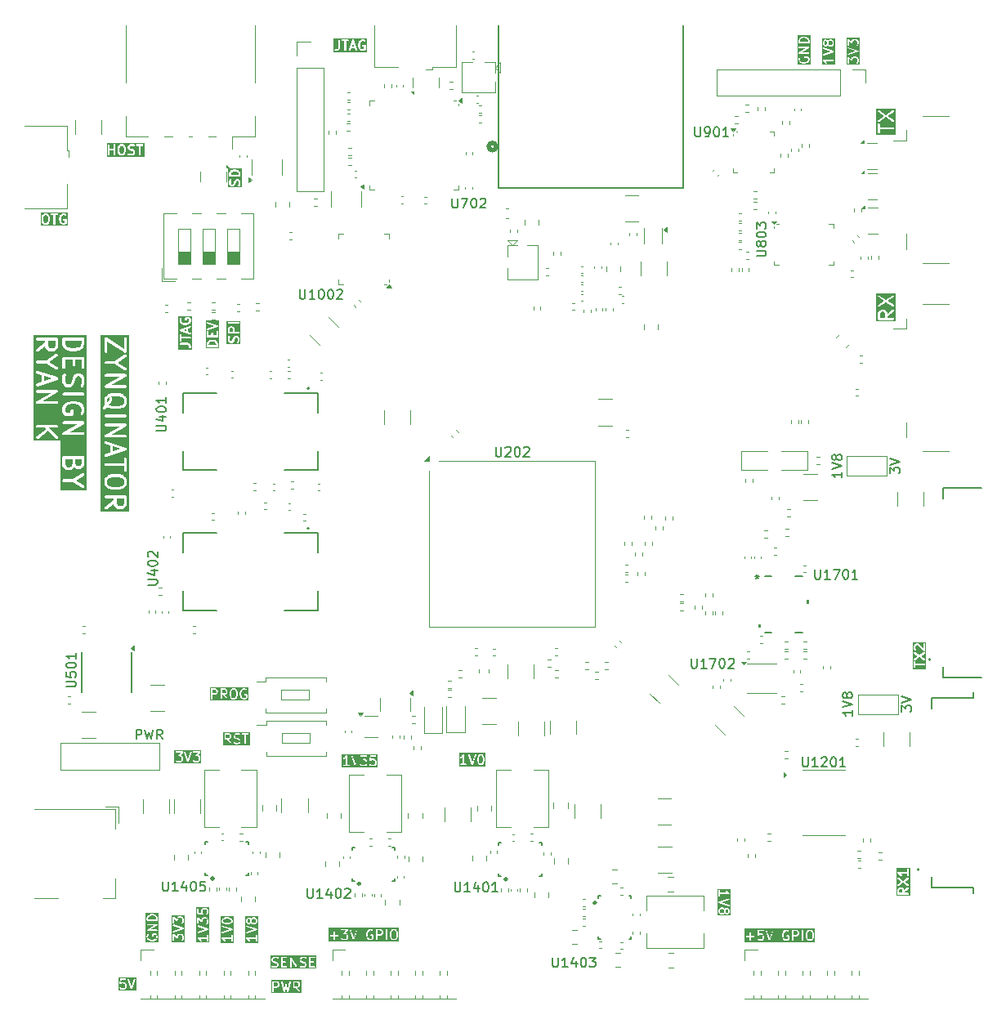
<source format=gbr>
%TF.GenerationSoftware,KiCad,Pcbnew,9.0.4*%
%TF.CreationDate,2025-11-23T15:58:38-06:00*%
%TF.ProjectId,zynq_test,7a796e71-5f74-4657-9374-2e6b69636164,rev?*%
%TF.SameCoordinates,Original*%
%TF.FileFunction,Legend,Top*%
%TF.FilePolarity,Positive*%
%FSLAX46Y46*%
G04 Gerber Fmt 4.6, Leading zero omitted, Abs format (unit mm)*
G04 Created by KiCad (PCBNEW 9.0.4) date 2025-11-23 15:58:38*
%MOMM*%
%LPD*%
G01*
G04 APERTURE LIST*
%ADD10C,0.300000*%
%ADD11C,0.150000*%
%ADD12C,0.200000*%
%ADD13C,0.120000*%
%ADD14C,0.250000*%
%ADD15C,0.152400*%
%ADD16C,0.000000*%
%ADD17C,0.100000*%
%ADD18C,0.127000*%
%ADD19C,0.508000*%
G04 APERTURE END LIST*
D10*
G36*
X88665361Y-84740530D02*
G01*
X88596845Y-84877562D01*
X88536031Y-84938376D01*
X88398999Y-85006892D01*
X88184105Y-85006892D01*
X88047072Y-84938375D01*
X87986257Y-84877561D01*
X87917742Y-84740530D01*
X87917742Y-84164035D01*
X88665361Y-84164035D01*
X88665361Y-84740530D01*
G37*
G36*
X88452959Y-82054241D02*
G01*
X88596845Y-82198127D01*
X88665361Y-82335159D01*
X88665361Y-82645292D01*
X88596845Y-82782324D01*
X88452959Y-82926209D01*
X88130231Y-83006892D01*
X87500492Y-83006892D01*
X87177764Y-82926210D01*
X87033878Y-82782324D01*
X86965361Y-82645290D01*
X86965361Y-82335160D01*
X87033878Y-82198126D01*
X87177764Y-82054241D01*
X87500492Y-81973559D01*
X88130231Y-81973559D01*
X88452959Y-82054241D01*
G37*
G36*
X88341019Y-79061653D02*
G01*
X87536790Y-79329730D01*
X87536790Y-78793577D01*
X88341019Y-79061653D01*
G37*
G36*
X88452959Y-73673288D02*
G01*
X88596845Y-73817174D01*
X88665361Y-73954206D01*
X88665361Y-74264339D01*
X88596845Y-74401371D01*
X88452959Y-74545256D01*
X88130231Y-74625939D01*
X87500492Y-74625939D01*
X87177764Y-74545257D01*
X87122732Y-74490225D01*
X87302380Y-74310577D01*
X87311821Y-74299072D01*
X87314813Y-74296478D01*
X87317651Y-74291968D01*
X87321035Y-74287846D01*
X87322551Y-74284184D01*
X87330478Y-74271593D01*
X87425716Y-74081115D01*
X87436226Y-74053652D01*
X87436607Y-74048276D01*
X87438670Y-74043298D01*
X87441552Y-74014034D01*
X87441552Y-73823558D01*
X87438670Y-73794294D01*
X87416272Y-73740222D01*
X87374888Y-73698838D01*
X87320816Y-73676440D01*
X87262288Y-73676440D01*
X87208216Y-73698838D01*
X87166832Y-73740222D01*
X87144434Y-73794294D01*
X87141552Y-73823558D01*
X87141552Y-73978624D01*
X87073035Y-74115657D01*
X86965361Y-74223332D01*
X86965361Y-73954207D01*
X87033878Y-73817173D01*
X87177764Y-73673288D01*
X87500492Y-73592606D01*
X88130231Y-73592606D01*
X88452959Y-73673288D01*
G37*
G36*
X89187583Y-85529114D02*
G01*
X86253841Y-85529114D01*
X86253841Y-85160143D01*
X86665396Y-85160143D01*
X86678055Y-85217285D01*
X86711619Y-85265233D01*
X86760976Y-85296686D01*
X86818612Y-85306857D01*
X86875754Y-85294198D01*
X86901380Y-85279777D01*
X87617961Y-84778169D01*
X87620624Y-84805204D01*
X87622685Y-84810181D01*
X87623068Y-84815559D01*
X87633578Y-84843022D01*
X87728816Y-85033498D01*
X87736744Y-85046093D01*
X87738260Y-85049752D01*
X87741639Y-85053869D01*
X87744481Y-85058384D01*
X87747475Y-85060981D01*
X87756915Y-85072483D01*
X87852154Y-85167721D01*
X87863655Y-85177159D01*
X87866251Y-85180153D01*
X87870763Y-85182993D01*
X87874885Y-85186376D01*
X87878546Y-85187892D01*
X87891137Y-85195818D01*
X88081613Y-85291056D01*
X88109077Y-85301566D01*
X88114452Y-85301947D01*
X88119431Y-85304010D01*
X88148695Y-85306892D01*
X88434409Y-85306892D01*
X88463673Y-85304010D01*
X88468650Y-85301948D01*
X88474028Y-85301566D01*
X88501491Y-85291056D01*
X88691967Y-85195818D01*
X88704560Y-85187890D01*
X88708220Y-85186375D01*
X88712339Y-85182993D01*
X88716853Y-85180153D01*
X88719449Y-85177158D01*
X88730951Y-85167720D01*
X88826189Y-85072482D01*
X88835628Y-85060980D01*
X88838622Y-85058384D01*
X88841462Y-85053870D01*
X88844844Y-85049751D01*
X88846359Y-85046091D01*
X88854287Y-85033498D01*
X88949525Y-84843022D01*
X88960035Y-84815558D01*
X88960416Y-84810182D01*
X88962479Y-84805204D01*
X88965361Y-84775940D01*
X88965361Y-84014035D01*
X88962479Y-83984771D01*
X88940081Y-83930699D01*
X88898697Y-83889315D01*
X88844625Y-83866917D01*
X88815361Y-83864035D01*
X86815361Y-83864035D01*
X86786097Y-83866917D01*
X86732025Y-83889315D01*
X86690641Y-83930699D01*
X86668243Y-83984771D01*
X86668243Y-84043299D01*
X86690641Y-84097371D01*
X86732025Y-84138755D01*
X86786097Y-84161153D01*
X86815361Y-84164035D01*
X87617742Y-84164035D01*
X87617742Y-84412126D01*
X86729342Y-85034007D01*
X86707020Y-85053150D01*
X86675567Y-85102507D01*
X86665396Y-85160143D01*
X86253841Y-85160143D01*
X86253841Y-82299749D01*
X86665361Y-82299749D01*
X86665361Y-82680702D01*
X86668243Y-82709966D01*
X86670306Y-82714946D01*
X86670688Y-82720321D01*
X86681197Y-82747785D01*
X86776436Y-82938261D01*
X86784363Y-82950854D01*
X86785879Y-82954513D01*
X86789259Y-82958632D01*
X86792101Y-82963146D01*
X86795094Y-82965742D01*
X86804534Y-82977244D01*
X86995010Y-83167720D01*
X87017741Y-83186375D01*
X87028042Y-83190642D01*
X87037004Y-83197282D01*
X87064696Y-83207175D01*
X87445647Y-83302413D01*
X87450719Y-83303163D01*
X87452764Y-83304010D01*
X87463785Y-83305095D01*
X87474737Y-83306715D01*
X87476924Y-83306389D01*
X87482028Y-83306892D01*
X88148695Y-83306892D01*
X88153798Y-83306389D01*
X88155986Y-83306715D01*
X88166936Y-83305095D01*
X88177959Y-83304010D01*
X88180003Y-83303162D01*
X88185075Y-83302413D01*
X88566027Y-83207175D01*
X88593718Y-83197282D01*
X88602678Y-83190642D01*
X88612982Y-83186375D01*
X88635713Y-83167720D01*
X88826189Y-82977244D01*
X88835628Y-82965742D01*
X88838622Y-82963146D01*
X88841462Y-82958632D01*
X88844844Y-82954513D01*
X88846359Y-82950853D01*
X88854287Y-82938260D01*
X88949525Y-82747784D01*
X88960035Y-82720320D01*
X88960416Y-82714944D01*
X88962479Y-82709966D01*
X88965361Y-82680702D01*
X88965361Y-82299749D01*
X88962479Y-82270485D01*
X88960416Y-82265506D01*
X88960035Y-82260131D01*
X88949525Y-82232667D01*
X88854287Y-82042191D01*
X88846359Y-82029597D01*
X88844844Y-82025938D01*
X88841462Y-82021818D01*
X88838622Y-82017305D01*
X88835628Y-82014708D01*
X88826189Y-82003207D01*
X88635713Y-81812731D01*
X88612982Y-81794076D01*
X88602678Y-81789808D01*
X88593718Y-81783169D01*
X88566027Y-81773276D01*
X88185075Y-81678038D01*
X88180003Y-81677288D01*
X88177959Y-81676441D01*
X88166936Y-81675355D01*
X88155986Y-81673736D01*
X88153798Y-81674061D01*
X88148695Y-81673559D01*
X87482028Y-81673559D01*
X87476924Y-81674061D01*
X87474737Y-81673736D01*
X87463785Y-81675355D01*
X87452764Y-81676441D01*
X87450719Y-81677287D01*
X87445647Y-81678038D01*
X87064696Y-81773276D01*
X87037004Y-81783169D01*
X87028042Y-81789808D01*
X87017741Y-81794076D01*
X86995010Y-81812731D01*
X86804534Y-82003207D01*
X86795094Y-82014708D01*
X86792101Y-82017305D01*
X86789259Y-82021818D01*
X86785879Y-82025938D01*
X86784363Y-82029596D01*
X86776436Y-82042190D01*
X86681197Y-82232666D01*
X86670688Y-82260130D01*
X86670306Y-82265504D01*
X86668243Y-82270485D01*
X86665361Y-82299749D01*
X86253841Y-82299749D01*
X86253841Y-80651437D01*
X86668243Y-80651437D01*
X86668243Y-80709965D01*
X86690641Y-80764037D01*
X86732025Y-80805421D01*
X86786097Y-80827819D01*
X86815361Y-80830701D01*
X88665361Y-80830701D01*
X88665361Y-81252130D01*
X88668243Y-81281394D01*
X88690641Y-81335466D01*
X88732025Y-81376850D01*
X88786097Y-81399248D01*
X88844625Y-81399248D01*
X88898697Y-81376850D01*
X88940081Y-81335466D01*
X88962479Y-81281394D01*
X88965361Y-81252130D01*
X88965361Y-80109273D01*
X88962479Y-80080009D01*
X88940081Y-80025937D01*
X88898697Y-79984553D01*
X88844625Y-79962155D01*
X88786097Y-79962155D01*
X88732025Y-79984553D01*
X88690641Y-80025937D01*
X88668243Y-80080009D01*
X88665361Y-80109273D01*
X88665361Y-80530701D01*
X86815361Y-80530701D01*
X86786097Y-80533583D01*
X86732025Y-80555981D01*
X86690641Y-80597365D01*
X86668243Y-80651437D01*
X86253841Y-80651437D01*
X86253841Y-78376227D01*
X86666539Y-78376227D01*
X86670688Y-78434607D01*
X86696862Y-78486954D01*
X86741076Y-78525301D01*
X86767927Y-78537290D01*
X87236790Y-78693577D01*
X87236790Y-79429730D01*
X86767927Y-79586018D01*
X86741076Y-79598006D01*
X86696862Y-79636353D01*
X86670688Y-79688700D01*
X86666539Y-79747081D01*
X86685047Y-79802605D01*
X86723394Y-79846819D01*
X86775741Y-79872993D01*
X86834122Y-79877142D01*
X86862795Y-79870622D01*
X88862795Y-79203956D01*
X88889646Y-79191967D01*
X88897742Y-79184944D01*
X88907328Y-79180152D01*
X88919651Y-79165943D01*
X88933860Y-79153620D01*
X88938652Y-79144034D01*
X88945675Y-79135938D01*
X88951623Y-79118094D01*
X88960034Y-79101273D01*
X88960793Y-79090584D01*
X88964184Y-79080414D01*
X88962850Y-79061648D01*
X88964183Y-79042893D01*
X88960794Y-79032726D01*
X88960034Y-79022033D01*
X88951622Y-79005209D01*
X88945675Y-78987368D01*
X88938653Y-78979271D01*
X88933860Y-78969686D01*
X88919648Y-78957360D01*
X88907327Y-78943154D01*
X88897743Y-78938362D01*
X88889646Y-78931339D01*
X88862795Y-78919351D01*
X86862795Y-78252684D01*
X86834121Y-78246165D01*
X86775741Y-78250314D01*
X86723394Y-78276488D01*
X86685047Y-78320702D01*
X86666539Y-78376227D01*
X86253841Y-78376227D01*
X86253841Y-77717843D01*
X86665727Y-77717843D01*
X86668243Y-77737634D01*
X86668243Y-77757584D01*
X86671902Y-77766417D01*
X86673108Y-77775903D01*
X86683006Y-77793225D01*
X86690641Y-77811656D01*
X86697401Y-77818416D01*
X86702146Y-77826719D01*
X86717917Y-77838932D01*
X86732025Y-77853040D01*
X86740860Y-77856699D01*
X86748420Y-77862554D01*
X86767664Y-77867802D01*
X86786097Y-77875438D01*
X86801063Y-77876911D01*
X86804884Y-77877954D01*
X86807835Y-77877578D01*
X86815361Y-77878320D01*
X88815361Y-77878320D01*
X88844625Y-77875438D01*
X88898697Y-77853040D01*
X88940081Y-77811656D01*
X88962479Y-77757584D01*
X88962479Y-77699056D01*
X88940081Y-77644984D01*
X88898697Y-77603600D01*
X88844625Y-77581202D01*
X88815361Y-77578320D01*
X87380195Y-77578320D01*
X88889782Y-76715700D01*
X88895951Y-76711320D01*
X88898697Y-76710183D01*
X88901495Y-76707384D01*
X88913760Y-76698678D01*
X88925973Y-76682906D01*
X88940081Y-76668799D01*
X88943740Y-76659963D01*
X88949595Y-76652404D01*
X88954842Y-76633161D01*
X88962479Y-76614727D01*
X88962479Y-76605162D01*
X88964994Y-76595941D01*
X88962479Y-76576154D01*
X88962479Y-76556199D01*
X88958819Y-76547364D01*
X88957614Y-76537880D01*
X88947715Y-76520557D01*
X88940081Y-76502127D01*
X88933320Y-76495366D01*
X88928576Y-76487064D01*
X88912804Y-76474850D01*
X88898697Y-76460743D01*
X88889861Y-76457083D01*
X88882302Y-76451229D01*
X88863060Y-76445981D01*
X88844625Y-76438345D01*
X88829653Y-76436870D01*
X88825838Y-76435830D01*
X88822891Y-76436204D01*
X88815361Y-76435463D01*
X86815361Y-76435463D01*
X86786097Y-76438345D01*
X86732025Y-76460743D01*
X86690641Y-76502127D01*
X86668243Y-76556199D01*
X86668243Y-76614727D01*
X86690641Y-76668799D01*
X86732025Y-76710183D01*
X86786097Y-76732581D01*
X86815361Y-76735463D01*
X88250527Y-76735463D01*
X86740940Y-77598084D01*
X86734772Y-77602461D01*
X86732025Y-77603600D01*
X86729225Y-77606399D01*
X86716962Y-77615105D01*
X86704748Y-77630876D01*
X86690641Y-77644984D01*
X86686981Y-77653819D01*
X86681127Y-77661379D01*
X86675878Y-77680623D01*
X86668243Y-77699056D01*
X86668243Y-77708618D01*
X86665727Y-77717843D01*
X86253841Y-77717843D01*
X86253841Y-75603818D01*
X86668243Y-75603818D01*
X86668243Y-75662346D01*
X86690641Y-75716418D01*
X86732025Y-75757802D01*
X86786097Y-75780200D01*
X86815361Y-75783082D01*
X88815361Y-75783082D01*
X88844625Y-75780200D01*
X88898697Y-75757802D01*
X88940081Y-75716418D01*
X88962479Y-75662346D01*
X88962479Y-75603818D01*
X88940081Y-75549746D01*
X88898697Y-75508362D01*
X88844625Y-75485964D01*
X88815361Y-75483082D01*
X86815361Y-75483082D01*
X86786097Y-75485964D01*
X86732025Y-75508362D01*
X86690641Y-75549746D01*
X86668243Y-75603818D01*
X86253841Y-75603818D01*
X86253841Y-74889939D01*
X86476063Y-74889939D01*
X86494571Y-74945461D01*
X86532917Y-74989676D01*
X86585266Y-75015851D01*
X86643647Y-75019999D01*
X86699169Y-75001491D01*
X86743384Y-74963145D01*
X86759049Y-74938259D01*
X86843400Y-74769555D01*
X86910599Y-74702356D01*
X86995010Y-74786767D01*
X87017741Y-74805422D01*
X87028042Y-74809689D01*
X87037004Y-74816329D01*
X87064696Y-74826222D01*
X87445647Y-74921460D01*
X87450719Y-74922210D01*
X87452764Y-74923057D01*
X87463785Y-74924142D01*
X87474737Y-74925762D01*
X87476924Y-74925436D01*
X87482028Y-74925939D01*
X88148695Y-74925939D01*
X88153798Y-74925436D01*
X88155986Y-74925762D01*
X88166936Y-74924142D01*
X88177959Y-74923057D01*
X88180003Y-74922209D01*
X88185075Y-74921460D01*
X88566027Y-74826222D01*
X88593718Y-74816329D01*
X88602678Y-74809689D01*
X88612982Y-74805422D01*
X88635713Y-74786767D01*
X88826189Y-74596291D01*
X88835628Y-74584789D01*
X88838622Y-74582193D01*
X88841462Y-74577679D01*
X88844844Y-74573560D01*
X88846359Y-74569900D01*
X88854287Y-74557307D01*
X88949525Y-74366831D01*
X88960035Y-74339367D01*
X88960416Y-74333991D01*
X88962479Y-74329013D01*
X88965361Y-74299749D01*
X88965361Y-73918796D01*
X88962479Y-73889532D01*
X88960416Y-73884553D01*
X88960035Y-73879178D01*
X88949525Y-73851714D01*
X88854287Y-73661238D01*
X88846359Y-73648644D01*
X88844844Y-73644985D01*
X88841462Y-73640865D01*
X88838622Y-73636352D01*
X88835628Y-73633755D01*
X88826189Y-73622254D01*
X88635713Y-73431778D01*
X88612982Y-73413123D01*
X88602678Y-73408855D01*
X88593718Y-73402216D01*
X88566027Y-73392323D01*
X88185075Y-73297085D01*
X88180003Y-73296335D01*
X88177959Y-73295488D01*
X88166936Y-73294402D01*
X88155986Y-73292783D01*
X88153798Y-73293108D01*
X88148695Y-73292606D01*
X87482028Y-73292606D01*
X87476924Y-73293108D01*
X87474737Y-73292783D01*
X87463785Y-73294402D01*
X87452764Y-73295488D01*
X87450719Y-73296334D01*
X87445647Y-73297085D01*
X87064696Y-73392323D01*
X87037004Y-73402216D01*
X87028042Y-73408855D01*
X87017741Y-73413123D01*
X86995010Y-73431778D01*
X86804534Y-73622254D01*
X86795094Y-73633755D01*
X86792101Y-73636352D01*
X86789259Y-73640865D01*
X86785879Y-73644985D01*
X86784363Y-73648643D01*
X86776436Y-73661237D01*
X86681197Y-73851713D01*
X86670688Y-73879177D01*
X86670306Y-73884551D01*
X86668243Y-73889532D01*
X86665361Y-73918796D01*
X86665361Y-74299749D01*
X86668243Y-74329013D01*
X86670306Y-74333993D01*
X86670688Y-74339368D01*
X86681197Y-74366832D01*
X86728085Y-74460607D01*
X86614057Y-74574635D01*
X86604616Y-74586137D01*
X86601624Y-74588733D01*
X86598785Y-74593242D01*
X86595402Y-74597365D01*
X86593885Y-74601027D01*
X86585959Y-74613619D01*
X86490721Y-74804095D01*
X86480211Y-74831558D01*
X86476063Y-74889939D01*
X86253841Y-74889939D01*
X86253841Y-72574986D01*
X86665727Y-72574986D01*
X86668243Y-72594777D01*
X86668243Y-72614727D01*
X86671902Y-72623560D01*
X86673108Y-72633046D01*
X86683006Y-72650368D01*
X86690641Y-72668799D01*
X86697401Y-72675559D01*
X86702146Y-72683862D01*
X86717917Y-72696075D01*
X86732025Y-72710183D01*
X86740860Y-72713842D01*
X86748420Y-72719697D01*
X86767664Y-72724945D01*
X86786097Y-72732581D01*
X86801063Y-72734054D01*
X86804884Y-72735097D01*
X86807835Y-72734721D01*
X86815361Y-72735463D01*
X88815361Y-72735463D01*
X88844625Y-72732581D01*
X88898697Y-72710183D01*
X88940081Y-72668799D01*
X88962479Y-72614727D01*
X88962479Y-72556199D01*
X88940081Y-72502127D01*
X88898697Y-72460743D01*
X88844625Y-72438345D01*
X88815361Y-72435463D01*
X87380195Y-72435463D01*
X88889782Y-71572843D01*
X88895951Y-71568463D01*
X88898697Y-71567326D01*
X88901495Y-71564527D01*
X88913760Y-71555821D01*
X88925973Y-71540049D01*
X88940081Y-71525942D01*
X88943740Y-71517106D01*
X88949595Y-71509547D01*
X88954842Y-71490304D01*
X88962479Y-71471870D01*
X88962479Y-71462305D01*
X88964994Y-71453084D01*
X88962479Y-71433297D01*
X88962479Y-71413342D01*
X88958819Y-71404507D01*
X88957614Y-71395023D01*
X88947715Y-71377700D01*
X88940081Y-71359270D01*
X88933320Y-71352509D01*
X88928576Y-71344207D01*
X88912804Y-71331993D01*
X88898697Y-71317886D01*
X88889861Y-71314226D01*
X88882302Y-71308372D01*
X88863060Y-71303124D01*
X88844625Y-71295488D01*
X88829653Y-71294013D01*
X88825838Y-71292973D01*
X88822891Y-71293347D01*
X88815361Y-71292606D01*
X86815361Y-71292606D01*
X86786097Y-71295488D01*
X86732025Y-71317886D01*
X86690641Y-71359270D01*
X86668243Y-71413342D01*
X86668243Y-71471870D01*
X86690641Y-71525942D01*
X86732025Y-71567326D01*
X86786097Y-71589724D01*
X86815361Y-71592606D01*
X88250527Y-71592606D01*
X86740940Y-72455227D01*
X86734772Y-72459604D01*
X86732025Y-72460743D01*
X86729225Y-72463542D01*
X86716962Y-72472248D01*
X86704748Y-72488019D01*
X86690641Y-72502127D01*
X86686981Y-72510962D01*
X86681127Y-72518522D01*
X86675878Y-72537766D01*
X86668243Y-72556199D01*
X86668243Y-72565761D01*
X86665727Y-72574986D01*
X86253841Y-72574986D01*
X86253841Y-70080008D01*
X86668243Y-70080008D01*
X86668243Y-70138536D01*
X86690641Y-70192608D01*
X86732025Y-70233992D01*
X86786097Y-70256390D01*
X86815361Y-70259272D01*
X87724063Y-70259272D01*
X88734830Y-70902488D01*
X88761066Y-70915768D01*
X88818709Y-70925902D01*
X88875841Y-70913206D01*
X88923768Y-70879612D01*
X88955190Y-70830234D01*
X88965324Y-70772591D01*
X88952628Y-70715459D01*
X88919034Y-70667532D01*
X88895892Y-70649390D01*
X88047135Y-70109272D01*
X88895892Y-69569155D01*
X88919034Y-69551013D01*
X88952627Y-69503087D01*
X88965323Y-69445955D01*
X88955190Y-69388311D01*
X88923767Y-69338933D01*
X88875841Y-69305340D01*
X88818709Y-69292644D01*
X88761066Y-69302777D01*
X88734829Y-69316057D01*
X87724063Y-69959272D01*
X86815361Y-69959272D01*
X86786097Y-69962154D01*
X86732025Y-69984552D01*
X86690641Y-70025936D01*
X86668243Y-70080008D01*
X86253841Y-70080008D01*
X86253841Y-67633082D01*
X86665361Y-67633082D01*
X86665361Y-68966415D01*
X86668243Y-68995679D01*
X86690641Y-69049751D01*
X86732025Y-69091135D01*
X86786097Y-69113533D01*
X86844625Y-69113533D01*
X86898697Y-69091135D01*
X86940081Y-69049751D01*
X86962479Y-68995679D01*
X86965361Y-68966415D01*
X86965361Y-67913359D01*
X88732156Y-69091223D01*
X88758104Y-69105058D01*
X88772522Y-69107910D01*
X88786097Y-69113533D01*
X88800949Y-69113533D01*
X88815519Y-69116415D01*
X88829929Y-69113533D01*
X88844625Y-69113533D01*
X88858345Y-69107849D01*
X88872908Y-69104937D01*
X88885120Y-69096758D01*
X88898697Y-69091135D01*
X88909195Y-69080636D01*
X88921538Y-69072371D01*
X88929692Y-69060140D01*
X88940081Y-69049751D01*
X88945763Y-69036032D01*
X88954004Y-69023672D01*
X88956856Y-69009253D01*
X88962479Y-68995679D01*
X88965361Y-68966415D01*
X88965361Y-67633082D01*
X88962479Y-67603818D01*
X88940081Y-67549746D01*
X88898697Y-67508362D01*
X88844625Y-67485964D01*
X88786097Y-67485964D01*
X88732025Y-67508362D01*
X88690641Y-67549746D01*
X88668243Y-67603818D01*
X88665361Y-67633082D01*
X88665361Y-68686137D01*
X86898566Y-67508274D01*
X86872618Y-67494440D01*
X86858203Y-67491588D01*
X86844625Y-67485964D01*
X86829772Y-67485964D01*
X86815203Y-67483082D01*
X86800793Y-67485964D01*
X86786097Y-67485964D01*
X86772376Y-67491647D01*
X86757814Y-67494560D01*
X86745602Y-67502737D01*
X86732025Y-67508362D01*
X86721523Y-67518863D01*
X86709184Y-67527127D01*
X86701032Y-67539354D01*
X86690641Y-67549746D01*
X86684957Y-67563467D01*
X86676719Y-67575825D01*
X86673867Y-67590239D01*
X86668243Y-67603818D01*
X86665361Y-67633082D01*
X86253841Y-67633082D01*
X86253841Y-67260860D01*
X89187583Y-67260860D01*
X89187583Y-85529114D01*
G37*
D11*
G36*
X161443725Y-36818781D02*
G01*
X161474132Y-36849188D01*
X161508390Y-36917704D01*
X161508390Y-37072770D01*
X161474132Y-37141286D01*
X161443725Y-37171693D01*
X161375209Y-37205951D01*
X161363000Y-37205951D01*
X161294484Y-37171693D01*
X161264077Y-37141286D01*
X161229819Y-37072770D01*
X161229819Y-36917704D01*
X161264077Y-36849188D01*
X161294484Y-36818781D01*
X161363000Y-36784523D01*
X161375209Y-36784523D01*
X161443725Y-36818781D01*
G37*
G36*
X162015153Y-36818781D02*
G01*
X162045561Y-36849188D01*
X162079819Y-36917704D01*
X162079819Y-37072770D01*
X162045561Y-37141285D01*
X162015153Y-37171692D01*
X161946637Y-37205951D01*
X161791571Y-37205951D01*
X161723055Y-37171693D01*
X161692648Y-37141286D01*
X161658390Y-37072770D01*
X161658390Y-36917704D01*
X161692648Y-36849188D01*
X161723055Y-36818781D01*
X161791571Y-36784523D01*
X161946637Y-36784523D01*
X162015153Y-36818781D01*
G37*
G36*
X162340930Y-39275997D02*
G01*
X160968708Y-39275997D01*
X160968708Y-38804840D01*
X161079819Y-38804840D01*
X161081260Y-38812044D01*
X161081260Y-38819393D01*
X161084101Y-38826253D01*
X161085558Y-38833534D01*
X161089646Y-38839639D01*
X161092459Y-38846429D01*
X161097709Y-38851679D01*
X161101841Y-38857849D01*
X161113099Y-38867069D01*
X161113151Y-38867121D01*
X161113173Y-38867130D01*
X161113216Y-38867165D01*
X161249894Y-38958283D01*
X161331275Y-39039664D01*
X161373451Y-39124016D01*
X161381283Y-39136459D01*
X161403391Y-39155632D01*
X161431152Y-39164886D01*
X161460342Y-39162812D01*
X161486517Y-39149724D01*
X161505690Y-39127617D01*
X161514944Y-39099855D01*
X161512870Y-39070665D01*
X161507615Y-39056934D01*
X161459996Y-38961696D01*
X161456033Y-38955401D01*
X161455275Y-38953569D01*
X161453583Y-38951507D01*
X161452164Y-38949253D01*
X161450667Y-38947954D01*
X161445947Y-38942204D01*
X161383504Y-38879761D01*
X162079819Y-38879761D01*
X162079819Y-39090475D01*
X162081260Y-39105107D01*
X162092459Y-39132143D01*
X162113151Y-39152835D01*
X162140187Y-39164034D01*
X162169451Y-39164034D01*
X162196487Y-39152835D01*
X162217179Y-39132143D01*
X162228378Y-39105107D01*
X162229819Y-39090475D01*
X162229819Y-38519047D01*
X162228378Y-38504415D01*
X162217179Y-38477379D01*
X162196487Y-38456687D01*
X162169451Y-38445488D01*
X162140187Y-38445488D01*
X162113151Y-38456687D01*
X162092459Y-38477379D01*
X162081260Y-38504415D01*
X162079819Y-38519047D01*
X162079819Y-38729761D01*
X161154819Y-38729761D01*
X161154766Y-38729766D01*
X161154740Y-38729761D01*
X161154663Y-38729776D01*
X161140187Y-38731202D01*
X161133326Y-38734043D01*
X161126046Y-38735500D01*
X161119940Y-38739588D01*
X161113151Y-38742401D01*
X161107900Y-38747651D01*
X161101731Y-38751783D01*
X161097654Y-38757897D01*
X161092459Y-38763093D01*
X161089617Y-38769953D01*
X161085498Y-38776132D01*
X161084072Y-38783340D01*
X161081260Y-38790129D01*
X161081260Y-38797555D01*
X161079819Y-38804840D01*
X160968708Y-38804840D01*
X160968708Y-37557286D01*
X161080408Y-37557286D01*
X161082483Y-37586476D01*
X161095569Y-37612649D01*
X161117676Y-37631823D01*
X161131102Y-37637817D01*
X161917648Y-37899999D01*
X161131102Y-38162181D01*
X161117676Y-38168175D01*
X161095569Y-38187349D01*
X161082483Y-38213522D01*
X161080408Y-38242712D01*
X161089662Y-38270475D01*
X161108836Y-38292582D01*
X161135009Y-38305668D01*
X161164199Y-38307743D01*
X161178536Y-38304483D01*
X162178536Y-37971150D01*
X162191961Y-37965156D01*
X162196008Y-37961645D01*
X162200802Y-37959249D01*
X162206966Y-37952141D01*
X162214068Y-37945982D01*
X162216463Y-37941190D01*
X162219976Y-37937141D01*
X162222950Y-37928218D01*
X162227155Y-37919809D01*
X162227534Y-37914464D01*
X162229230Y-37909379D01*
X162228563Y-37899999D01*
X162229230Y-37890619D01*
X162227534Y-37885533D01*
X162227155Y-37880189D01*
X162222950Y-37871779D01*
X162219976Y-37862857D01*
X162216463Y-37858807D01*
X162214068Y-37854016D01*
X162206966Y-37847856D01*
X162200802Y-37840749D01*
X162196008Y-37838352D01*
X162191961Y-37834842D01*
X162178536Y-37828848D01*
X161178536Y-37495515D01*
X161164199Y-37492255D01*
X161135009Y-37494330D01*
X161108836Y-37507416D01*
X161089662Y-37529523D01*
X161080408Y-37557286D01*
X160968708Y-37557286D01*
X160968708Y-36899999D01*
X161079819Y-36899999D01*
X161079819Y-37090475D01*
X161081260Y-37105107D01*
X161082291Y-37107596D01*
X161082482Y-37110284D01*
X161087737Y-37124016D01*
X161135356Y-37219254D01*
X161139320Y-37225553D01*
X161140078Y-37227381D01*
X161141766Y-37229437D01*
X161143188Y-37231697D01*
X161144686Y-37232996D01*
X161149405Y-37238746D01*
X161197024Y-37286365D01*
X161202773Y-37291083D01*
X161204073Y-37292582D01*
X161206332Y-37294003D01*
X161208389Y-37295692D01*
X161210216Y-37296449D01*
X161216516Y-37300414D01*
X161311754Y-37348033D01*
X161325485Y-37353288D01*
X161328174Y-37353479D01*
X161330663Y-37354510D01*
X161345295Y-37355951D01*
X161392914Y-37355951D01*
X161407546Y-37354510D01*
X161410035Y-37353478D01*
X161412723Y-37353288D01*
X161426455Y-37348033D01*
X161521693Y-37300414D01*
X161527992Y-37296449D01*
X161529820Y-37295692D01*
X161531876Y-37294003D01*
X161534136Y-37292582D01*
X161535435Y-37291083D01*
X161541185Y-37286365D01*
X161583390Y-37244160D01*
X161625595Y-37286365D01*
X161631344Y-37291083D01*
X161632644Y-37292582D01*
X161634903Y-37294003D01*
X161636960Y-37295692D01*
X161638787Y-37296449D01*
X161645087Y-37300414D01*
X161740325Y-37348033D01*
X161754056Y-37353288D01*
X161756745Y-37353479D01*
X161759234Y-37354510D01*
X161773866Y-37355951D01*
X161964342Y-37355951D01*
X161978974Y-37354510D01*
X161981463Y-37353478D01*
X161984151Y-37353288D01*
X161997883Y-37348033D01*
X162093121Y-37300414D01*
X162099417Y-37296450D01*
X162101247Y-37295693D01*
X162103305Y-37294003D01*
X162105564Y-37292582D01*
X162106863Y-37291083D01*
X162112612Y-37286366D01*
X162160232Y-37238747D01*
X162164950Y-37232997D01*
X162166450Y-37231697D01*
X162167872Y-37229437D01*
X162169560Y-37227381D01*
X162170317Y-37225553D01*
X162174282Y-37219254D01*
X162221901Y-37124016D01*
X162227156Y-37110285D01*
X162227347Y-37107595D01*
X162228378Y-37105107D01*
X162229819Y-37090475D01*
X162229819Y-36899999D01*
X162228378Y-36885367D01*
X162227347Y-36882878D01*
X162227156Y-36880189D01*
X162221901Y-36866458D01*
X162174282Y-36771220D01*
X162170317Y-36764920D01*
X162169560Y-36763093D01*
X162167872Y-36761036D01*
X162166450Y-36758777D01*
X162164950Y-36757476D01*
X162160232Y-36751727D01*
X162112612Y-36704108D01*
X162106863Y-36699390D01*
X162105564Y-36697892D01*
X162103305Y-36696470D01*
X162101247Y-36694781D01*
X162099417Y-36694023D01*
X162093121Y-36690060D01*
X161997883Y-36642441D01*
X161984151Y-36637186D01*
X161981463Y-36636995D01*
X161978974Y-36635964D01*
X161964342Y-36634523D01*
X161773866Y-36634523D01*
X161759234Y-36635964D01*
X161756745Y-36636994D01*
X161754056Y-36637186D01*
X161740325Y-36642441D01*
X161645087Y-36690060D01*
X161638787Y-36694024D01*
X161636960Y-36694782D01*
X161634903Y-36696470D01*
X161632644Y-36697892D01*
X161631344Y-36699390D01*
X161625595Y-36704109D01*
X161583390Y-36746314D01*
X161541185Y-36704109D01*
X161535435Y-36699390D01*
X161534136Y-36697892D01*
X161531876Y-36696470D01*
X161529820Y-36694782D01*
X161527992Y-36694024D01*
X161521693Y-36690060D01*
X161426455Y-36642441D01*
X161412723Y-36637186D01*
X161410035Y-36636995D01*
X161407546Y-36635964D01*
X161392914Y-36634523D01*
X161345295Y-36634523D01*
X161330663Y-36635964D01*
X161328174Y-36636994D01*
X161325485Y-36637186D01*
X161311754Y-36642441D01*
X161216516Y-36690060D01*
X161210216Y-36694024D01*
X161208389Y-36694782D01*
X161206332Y-36696470D01*
X161204073Y-36697892D01*
X161202773Y-36699390D01*
X161197024Y-36704109D01*
X161149405Y-36751728D01*
X161144686Y-36757477D01*
X161143188Y-36758777D01*
X161141766Y-36761036D01*
X161140078Y-36763093D01*
X161139320Y-36764920D01*
X161135356Y-36771220D01*
X161087737Y-36866458D01*
X161082482Y-36880190D01*
X161082291Y-36882877D01*
X161081260Y-36885367D01*
X161079819Y-36899999D01*
X160968708Y-36899999D01*
X160968708Y-36523412D01*
X162340930Y-36523412D01*
X162340930Y-39275997D01*
G37*
D12*
G36*
X99901554Y-66562185D02*
G01*
X99926223Y-66586853D01*
X99956028Y-66646463D01*
X99956028Y-66903808D01*
X99632219Y-66903808D01*
X99632219Y-66646463D01*
X99662024Y-66586853D01*
X99686692Y-66562184D01*
X99746302Y-66532380D01*
X99841945Y-66532380D01*
X99901554Y-66562185D01*
G37*
G36*
X100743330Y-68214919D02*
G01*
X99321108Y-68214919D01*
X99321108Y-67575237D01*
X99432219Y-67575237D01*
X99432219Y-67813332D01*
X99434140Y-67832841D01*
X99435515Y-67836161D01*
X99435770Y-67839745D01*
X99442776Y-67858053D01*
X99490395Y-67953291D01*
X99495680Y-67961687D01*
X99496691Y-67964127D01*
X99498944Y-67966873D01*
X99500838Y-67969881D01*
X99502832Y-67971610D01*
X99509127Y-67979281D01*
X99556746Y-68026899D01*
X99564412Y-68033191D01*
X99566145Y-68035189D01*
X99569153Y-68037082D01*
X99571899Y-68039336D01*
X99574339Y-68040346D01*
X99582736Y-68045632D01*
X99677973Y-68093251D01*
X99696282Y-68100257D01*
X99699865Y-68100511D01*
X99703186Y-68101887D01*
X99722695Y-68103808D01*
X99817933Y-68103808D01*
X99837442Y-68101887D01*
X99840762Y-68100511D01*
X99844346Y-68100257D01*
X99862654Y-68093251D01*
X99957892Y-68045632D01*
X99966288Y-68040346D01*
X99968728Y-68039336D01*
X99971474Y-68037082D01*
X99974482Y-68035189D01*
X99976211Y-68033194D01*
X99983882Y-68026900D01*
X100031500Y-67979281D01*
X100037792Y-67971614D01*
X100039790Y-67969882D01*
X100041683Y-67966873D01*
X100043937Y-67964128D01*
X100044947Y-67961687D01*
X100050233Y-67953291D01*
X100097852Y-67858054D01*
X100098398Y-67856625D01*
X100098828Y-67856046D01*
X100101749Y-67847869D01*
X100104858Y-67839745D01*
X100104909Y-67839024D01*
X100105423Y-67837586D01*
X100150379Y-67657760D01*
X100185833Y-67586853D01*
X100210501Y-67562184D01*
X100270111Y-67532380D01*
X100318135Y-67532380D01*
X100377746Y-67562186D01*
X100402414Y-67586853D01*
X100432219Y-67646463D01*
X100432219Y-67844724D01*
X100389732Y-67972185D01*
X100385385Y-67991301D01*
X100388151Y-68030221D01*
X100405601Y-68065120D01*
X100435077Y-68090685D01*
X100472093Y-68103023D01*
X100511013Y-68100257D01*
X100545912Y-68082807D01*
X100571477Y-68053331D01*
X100579468Y-68035431D01*
X100627087Y-67892574D01*
X100629286Y-67882901D01*
X100630298Y-67880460D01*
X100630646Y-67876922D01*
X100631434Y-67873459D01*
X100631246Y-67870824D01*
X100632219Y-67860951D01*
X100632219Y-67622856D01*
X100630298Y-67603347D01*
X100628922Y-67600026D01*
X100628668Y-67596443D01*
X100621662Y-67578134D01*
X100574043Y-67482897D01*
X100568757Y-67474500D01*
X100567747Y-67472060D01*
X100565493Y-67469314D01*
X100563600Y-67466306D01*
X100561603Y-67464574D01*
X100555310Y-67456906D01*
X100507690Y-67409288D01*
X100500020Y-67402993D01*
X100498291Y-67400999D01*
X100495286Y-67399107D01*
X100492537Y-67396851D01*
X100490093Y-67395839D01*
X100481701Y-67390556D01*
X100386463Y-67342937D01*
X100368155Y-67335931D01*
X100364571Y-67335676D01*
X100361251Y-67334301D01*
X100341742Y-67332380D01*
X100246504Y-67332380D01*
X100226995Y-67334301D01*
X100223674Y-67335676D01*
X100220091Y-67335931D01*
X100201782Y-67342937D01*
X100106545Y-67390556D01*
X100098148Y-67395841D01*
X100095708Y-67396852D01*
X100092962Y-67399105D01*
X100089954Y-67400999D01*
X100088221Y-67402996D01*
X100080555Y-67409289D01*
X100032936Y-67456907D01*
X100026641Y-67464577D01*
X100024647Y-67466307D01*
X100022753Y-67469314D01*
X100020500Y-67472061D01*
X100019489Y-67474500D01*
X100014204Y-67482897D01*
X99966585Y-67578135D01*
X99966039Y-67579561D01*
X99965609Y-67580142D01*
X99962687Y-67588318D01*
X99959579Y-67596443D01*
X99959527Y-67597165D01*
X99959014Y-67598603D01*
X99914057Y-67778427D01*
X99878604Y-67849334D01*
X99853935Y-67874002D01*
X99794326Y-67903808D01*
X99746302Y-67903808D01*
X99686692Y-67874003D01*
X99662024Y-67849334D01*
X99632219Y-67789724D01*
X99632219Y-67591464D01*
X99674706Y-67464003D01*
X99679053Y-67444888D01*
X99676287Y-67405968D01*
X99658837Y-67371069D01*
X99629361Y-67345504D01*
X99592345Y-67333165D01*
X99553425Y-67335932D01*
X99518526Y-67353381D01*
X99492961Y-67382857D01*
X99484970Y-67400758D01*
X99437351Y-67543614D01*
X99435151Y-67553285D01*
X99434140Y-67555728D01*
X99433791Y-67559266D01*
X99433004Y-67562730D01*
X99433191Y-67565363D01*
X99432219Y-67575237D01*
X99321108Y-67575237D01*
X99321108Y-66622856D01*
X99432219Y-66622856D01*
X99432219Y-67003808D01*
X99434140Y-67023317D01*
X99449072Y-67059365D01*
X99476662Y-67086955D01*
X99512710Y-67101887D01*
X99532219Y-67103808D01*
X100532219Y-67103808D01*
X100551728Y-67101887D01*
X100587776Y-67086955D01*
X100615366Y-67059365D01*
X100630298Y-67023317D01*
X100630298Y-66984299D01*
X100615366Y-66948251D01*
X100587776Y-66920661D01*
X100551728Y-66905729D01*
X100532219Y-66903808D01*
X100156028Y-66903808D01*
X100156028Y-66622856D01*
X100154107Y-66603347D01*
X100152731Y-66600026D01*
X100152477Y-66596443D01*
X100145471Y-66578134D01*
X100097852Y-66482897D01*
X100092566Y-66474500D01*
X100091556Y-66472060D01*
X100089302Y-66469314D01*
X100087409Y-66466306D01*
X100085411Y-66464573D01*
X100079119Y-66456907D01*
X100031501Y-66409288D01*
X100023830Y-66402993D01*
X100022101Y-66400999D01*
X100019093Y-66399105D01*
X100016347Y-66396852D01*
X100013907Y-66395841D01*
X100005511Y-66390556D01*
X99910273Y-66342937D01*
X99891965Y-66335931D01*
X99888381Y-66335676D01*
X99885061Y-66334301D01*
X99865552Y-66332380D01*
X99722695Y-66332380D01*
X99703186Y-66334301D01*
X99699865Y-66335676D01*
X99696282Y-66335931D01*
X99677973Y-66342937D01*
X99582736Y-66390556D01*
X99574339Y-66395841D01*
X99571899Y-66396852D01*
X99569153Y-66399105D01*
X99566145Y-66400999D01*
X99564412Y-66402996D01*
X99556746Y-66409289D01*
X99509127Y-66456907D01*
X99502832Y-66464577D01*
X99500838Y-66466307D01*
X99498944Y-66469314D01*
X99496691Y-66472061D01*
X99495680Y-66474500D01*
X99490395Y-66482897D01*
X99442776Y-66578135D01*
X99435770Y-66596443D01*
X99435515Y-66600026D01*
X99434140Y-66603347D01*
X99432219Y-66622856D01*
X99321108Y-66622856D01*
X99321108Y-65984299D01*
X99434140Y-65984299D01*
X99434140Y-66023317D01*
X99449072Y-66059365D01*
X99476662Y-66086955D01*
X99512710Y-66101887D01*
X99532219Y-66103808D01*
X100532219Y-66103808D01*
X100551728Y-66101887D01*
X100587776Y-66086955D01*
X100615366Y-66059365D01*
X100630298Y-66023317D01*
X100630298Y-65984299D01*
X100615366Y-65948251D01*
X100587776Y-65920661D01*
X100551728Y-65905729D01*
X100532219Y-65903808D01*
X99532219Y-65903808D01*
X99512710Y-65905729D01*
X99476662Y-65920661D01*
X99449072Y-65948251D01*
X99434140Y-65984299D01*
X99321108Y-65984299D01*
X99321108Y-65792697D01*
X100743330Y-65792697D01*
X100743330Y-68214919D01*
G37*
G36*
X80700286Y-54882023D02*
G01*
X80764465Y-54946202D01*
X80802380Y-55097861D01*
X80802380Y-55406575D01*
X80764464Y-55558235D01*
X80700288Y-55622413D01*
X80640678Y-55652219D01*
X80497416Y-55652219D01*
X80437806Y-55622414D01*
X80373629Y-55558236D01*
X80335714Y-55406575D01*
X80335714Y-55097862D01*
X80373629Y-54946202D01*
X80437808Y-54882023D01*
X80497416Y-54852219D01*
X80640678Y-54852219D01*
X80700286Y-54882023D01*
G37*
G36*
X82875396Y-55963330D02*
G01*
X80024603Y-55963330D01*
X80024603Y-55085552D01*
X80135714Y-55085552D01*
X80135714Y-55418885D01*
X80136049Y-55422287D01*
X80135832Y-55423746D01*
X80136911Y-55431043D01*
X80137635Y-55438394D01*
X80138199Y-55439757D01*
X80138700Y-55443139D01*
X80186319Y-55633614D01*
X80192914Y-55652075D01*
X80197339Y-55658047D01*
X80200185Y-55664918D01*
X80212622Y-55680071D01*
X80307860Y-55775311D01*
X80315528Y-55781604D01*
X80317259Y-55783600D01*
X80320266Y-55785493D01*
X80323013Y-55787747D01*
X80325453Y-55788757D01*
X80333850Y-55794043D01*
X80429087Y-55841662D01*
X80447396Y-55848668D01*
X80450979Y-55848922D01*
X80454300Y-55850298D01*
X80473809Y-55852219D01*
X80664285Y-55852219D01*
X80683794Y-55850298D01*
X80687114Y-55848922D01*
X80690698Y-55848668D01*
X80709006Y-55841662D01*
X80804244Y-55794043D01*
X80812639Y-55788758D01*
X80815081Y-55787747D01*
X80817828Y-55785491D01*
X80820834Y-55783600D01*
X80822564Y-55781605D01*
X80830234Y-55775310D01*
X80925472Y-55680071D01*
X80937909Y-55664918D01*
X80940754Y-55658047D01*
X80945180Y-55652075D01*
X80951775Y-55633615D01*
X80999394Y-55443139D01*
X80999894Y-55439757D01*
X81000459Y-55438394D01*
X81001182Y-55431043D01*
X81002262Y-55423746D01*
X81002044Y-55422287D01*
X81002380Y-55418885D01*
X81002380Y-55085552D01*
X81002044Y-55082149D01*
X81002262Y-55080691D01*
X81001182Y-55073393D01*
X81000459Y-55066043D01*
X80999894Y-55064679D01*
X80999394Y-55061298D01*
X80951775Y-54870822D01*
X80945180Y-54852362D01*
X80940753Y-54846387D01*
X80937908Y-54839519D01*
X80925472Y-54824365D01*
X80833817Y-54732710D01*
X81090016Y-54732710D01*
X81090016Y-54771728D01*
X81104948Y-54807776D01*
X81132538Y-54835366D01*
X81168586Y-54850298D01*
X81188095Y-54852219D01*
X81373809Y-54852219D01*
X81373809Y-55752219D01*
X81375730Y-55771728D01*
X81390662Y-55807776D01*
X81418252Y-55835366D01*
X81454300Y-55850298D01*
X81493318Y-55850298D01*
X81529366Y-55835366D01*
X81556956Y-55807776D01*
X81571888Y-55771728D01*
X81573809Y-55752219D01*
X81573809Y-55180790D01*
X81945238Y-55180790D01*
X81945238Y-55323647D01*
X81945573Y-55327049D01*
X81945356Y-55328508D01*
X81946435Y-55335805D01*
X81947159Y-55343156D01*
X81947723Y-55344519D01*
X81948224Y-55347901D01*
X81995843Y-55538376D01*
X81996356Y-55539813D01*
X81996408Y-55540536D01*
X81999516Y-55548660D01*
X82002438Y-55556837D01*
X82002868Y-55557417D01*
X82003414Y-55558844D01*
X82051033Y-55654082D01*
X82056315Y-55662474D01*
X82057328Y-55664918D01*
X82059584Y-55667667D01*
X82061476Y-55670672D01*
X82063470Y-55672401D01*
X82069765Y-55680071D01*
X82165003Y-55775311D01*
X82180156Y-55787747D01*
X82183475Y-55789122D01*
X82186191Y-55791477D01*
X82204091Y-55799468D01*
X82346948Y-55847087D01*
X82356620Y-55849286D01*
X82359062Y-55850298D01*
X82362599Y-55850646D01*
X82366063Y-55851434D01*
X82368697Y-55851246D01*
X82378571Y-55852219D01*
X82473809Y-55852219D01*
X82483682Y-55851246D01*
X82486316Y-55851434D01*
X82489779Y-55850646D01*
X82493318Y-55850298D01*
X82495760Y-55849286D01*
X82505432Y-55847087D01*
X82648288Y-55799468D01*
X82666189Y-55791477D01*
X82668904Y-55789122D01*
X82672224Y-55787747D01*
X82687377Y-55775310D01*
X82734996Y-55727690D01*
X82747433Y-55712537D01*
X82760880Y-55680071D01*
X82762364Y-55676489D01*
X82764285Y-55656980D01*
X82764285Y-55323647D01*
X82762364Y-55304138D01*
X82747432Y-55268090D01*
X82719842Y-55240500D01*
X82683794Y-55225568D01*
X82664285Y-55223647D01*
X82473809Y-55223647D01*
X82454300Y-55225568D01*
X82418252Y-55240500D01*
X82390662Y-55268090D01*
X82375730Y-55304138D01*
X82375730Y-55343156D01*
X82390662Y-55379204D01*
X82418252Y-55406794D01*
X82454300Y-55421726D01*
X82473809Y-55423647D01*
X82564285Y-55423647D01*
X82564285Y-55615559D01*
X82562646Y-55617197D01*
X82457582Y-55652219D01*
X82394797Y-55652219D01*
X82289732Y-55617197D01*
X82222662Y-55550127D01*
X82187208Y-55479218D01*
X82145238Y-55311337D01*
X82145238Y-55193100D01*
X82187208Y-55025218D01*
X82222661Y-54954312D01*
X82289733Y-54887240D01*
X82394797Y-54852219D01*
X82497821Y-54852219D01*
X82571944Y-54889281D01*
X82590253Y-54896287D01*
X82629173Y-54899053D01*
X82666189Y-54886714D01*
X82695666Y-54861149D01*
X82713115Y-54826251D01*
X82715880Y-54787331D01*
X82703542Y-54750315D01*
X82677977Y-54720838D01*
X82661387Y-54710395D01*
X82566149Y-54662776D01*
X82547841Y-54655770D01*
X82544257Y-54655515D01*
X82540937Y-54654140D01*
X82521428Y-54652219D01*
X82378571Y-54652219D01*
X82368697Y-54653191D01*
X82366063Y-54653004D01*
X82362599Y-54653791D01*
X82359062Y-54654140D01*
X82356620Y-54655151D01*
X82346948Y-54657351D01*
X82204091Y-54704970D01*
X82186191Y-54712961D01*
X82183475Y-54715316D01*
X82180157Y-54716691D01*
X82165003Y-54729127D01*
X82069765Y-54824365D01*
X82063470Y-54832035D01*
X82061476Y-54833765D01*
X82059582Y-54836772D01*
X82057329Y-54839519D01*
X82056318Y-54841958D01*
X82051033Y-54850355D01*
X82003414Y-54945593D01*
X82002868Y-54947019D01*
X82002438Y-54947600D01*
X81999516Y-54955776D01*
X81996408Y-54963901D01*
X81996356Y-54964623D01*
X81995843Y-54966061D01*
X81948224Y-55156536D01*
X81947723Y-55159917D01*
X81947159Y-55161281D01*
X81946435Y-55168631D01*
X81945356Y-55175929D01*
X81945573Y-55177387D01*
X81945238Y-55180790D01*
X81573809Y-55180790D01*
X81573809Y-54852219D01*
X81759523Y-54852219D01*
X81779032Y-54850298D01*
X81815080Y-54835366D01*
X81842670Y-54807776D01*
X81857602Y-54771728D01*
X81857602Y-54732710D01*
X81842670Y-54696662D01*
X81815080Y-54669072D01*
X81779032Y-54654140D01*
X81759523Y-54652219D01*
X81188095Y-54652219D01*
X81168586Y-54654140D01*
X81132538Y-54669072D01*
X81104948Y-54696662D01*
X81090016Y-54732710D01*
X80833817Y-54732710D01*
X80830234Y-54729127D01*
X80822563Y-54722832D01*
X80820834Y-54720838D01*
X80817826Y-54718944D01*
X80815080Y-54716691D01*
X80812640Y-54715680D01*
X80804244Y-54710395D01*
X80709006Y-54662776D01*
X80690698Y-54655770D01*
X80687114Y-54655515D01*
X80683794Y-54654140D01*
X80664285Y-54652219D01*
X80473809Y-54652219D01*
X80454300Y-54654140D01*
X80450979Y-54655515D01*
X80447396Y-54655770D01*
X80429087Y-54662776D01*
X80333850Y-54710395D01*
X80325451Y-54715681D01*
X80323014Y-54716691D01*
X80320270Y-54718942D01*
X80317259Y-54720838D01*
X80315526Y-54722835D01*
X80307860Y-54729127D01*
X80212622Y-54824365D01*
X80200186Y-54839519D01*
X80197340Y-54846387D01*
X80192914Y-54852362D01*
X80186319Y-54870823D01*
X80138700Y-55061298D01*
X80138199Y-55064679D01*
X80137635Y-55066043D01*
X80136911Y-55073393D01*
X80135832Y-55080691D01*
X80136049Y-55082149D01*
X80135714Y-55085552D01*
X80024603Y-55085552D01*
X80024603Y-54541108D01*
X82875396Y-54541108D01*
X82875396Y-55963330D01*
G37*
G36*
X169271554Y-124712662D02*
G01*
X169296223Y-124737330D01*
X169326028Y-124796940D01*
X169326028Y-125054285D01*
X169002219Y-125054285D01*
X169002219Y-124796940D01*
X169032024Y-124737330D01*
X169056692Y-124712661D01*
X169116302Y-124682857D01*
X169211945Y-124682857D01*
X169271554Y-124712662D01*
G37*
G36*
X170113330Y-125365396D02*
G01*
X168691108Y-125365396D01*
X168691108Y-124773333D01*
X168802219Y-124773333D01*
X168802219Y-125154285D01*
X168804140Y-125173794D01*
X168819072Y-125209842D01*
X168846662Y-125237432D01*
X168882710Y-125252364D01*
X168902219Y-125254285D01*
X169902219Y-125254285D01*
X169921728Y-125252364D01*
X169957776Y-125237432D01*
X169985366Y-125209842D01*
X170000298Y-125173794D01*
X170000298Y-125134776D01*
X169985366Y-125098728D01*
X169957776Y-125071138D01*
X169921728Y-125056206D01*
X169902219Y-125054285D01*
X169526028Y-125054285D01*
X169526028Y-124968255D01*
X169959565Y-124664780D01*
X169974446Y-124652019D01*
X169995415Y-124619114D01*
X170002196Y-124580689D01*
X169993756Y-124542595D01*
X169971381Y-124510630D01*
X169938476Y-124489661D01*
X169900052Y-124482880D01*
X169861957Y-124491320D01*
X169844873Y-124500934D01*
X169516347Y-124730901D01*
X169515471Y-124728611D01*
X169467852Y-124633374D01*
X169462566Y-124624977D01*
X169461556Y-124622537D01*
X169459302Y-124619791D01*
X169457409Y-124616783D01*
X169455411Y-124615050D01*
X169449119Y-124607384D01*
X169401501Y-124559765D01*
X169393830Y-124553470D01*
X169392101Y-124551476D01*
X169389093Y-124549582D01*
X169386347Y-124547329D01*
X169383907Y-124546318D01*
X169375511Y-124541033D01*
X169280273Y-124493414D01*
X169261965Y-124486408D01*
X169258381Y-124486153D01*
X169255061Y-124484778D01*
X169235552Y-124482857D01*
X169092695Y-124482857D01*
X169073186Y-124484778D01*
X169069865Y-124486153D01*
X169066282Y-124486408D01*
X169047973Y-124493414D01*
X168952736Y-124541033D01*
X168944339Y-124546318D01*
X168941899Y-124547329D01*
X168939153Y-124549582D01*
X168936145Y-124551476D01*
X168934412Y-124553473D01*
X168926746Y-124559766D01*
X168879127Y-124607384D01*
X168872832Y-124615054D01*
X168870838Y-124616784D01*
X168868944Y-124619791D01*
X168866691Y-124622538D01*
X168865680Y-124624977D01*
X168860395Y-124633374D01*
X168812776Y-124728612D01*
X168805770Y-124746920D01*
X168805515Y-124750503D01*
X168804140Y-124753824D01*
X168802219Y-124773333D01*
X168691108Y-124773333D01*
X168691108Y-123582962D01*
X168802219Y-123582962D01*
X168809871Y-123621222D01*
X168831582Y-123653642D01*
X168846749Y-123666062D01*
X169221941Y-123916190D01*
X168846749Y-124166318D01*
X168831582Y-124178738D01*
X168809871Y-124211158D01*
X168802219Y-124249418D01*
X168809791Y-124287695D01*
X168831434Y-124320160D01*
X168863854Y-124341871D01*
X168902114Y-124349523D01*
X168940391Y-124341951D01*
X168957689Y-124332728D01*
X169402219Y-124036374D01*
X169846749Y-124332728D01*
X169864047Y-124341951D01*
X169902324Y-124349523D01*
X169940584Y-124341871D01*
X169973004Y-124320160D01*
X169994647Y-124287695D01*
X170002219Y-124249418D01*
X169994567Y-124211158D01*
X169972856Y-124178738D01*
X169957689Y-124166318D01*
X169582496Y-123916190D01*
X169957689Y-123666062D01*
X169972856Y-123653642D01*
X169994567Y-123621222D01*
X170002219Y-123582962D01*
X169994647Y-123544685D01*
X169973004Y-123512220D01*
X169940584Y-123490509D01*
X169902324Y-123482857D01*
X169864047Y-123490429D01*
X169846749Y-123499652D01*
X169402219Y-123796005D01*
X168957689Y-123499652D01*
X168940391Y-123490429D01*
X168902114Y-123482857D01*
X168863854Y-123490509D01*
X168831434Y-123512220D01*
X168809791Y-123544685D01*
X168802219Y-123582962D01*
X168691108Y-123582962D01*
X168691108Y-122963914D01*
X168802219Y-122963914D01*
X168804140Y-122973519D01*
X168804140Y-122983318D01*
X168807929Y-122992466D01*
X168809871Y-123002174D01*
X168815322Y-123010314D01*
X168819072Y-123019366D01*
X168826071Y-123026365D01*
X168831582Y-123034594D01*
X168846588Y-123046882D01*
X168846662Y-123046956D01*
X168846694Y-123046969D01*
X168846749Y-123047014D01*
X168981365Y-123136758D01*
X169058129Y-123213522D01*
X169098490Y-123294244D01*
X169108933Y-123310834D01*
X169138410Y-123336399D01*
X169175426Y-123348737D01*
X169214346Y-123345972D01*
X169249244Y-123328523D01*
X169274809Y-123299046D01*
X169287148Y-123262030D01*
X169284382Y-123223110D01*
X169277376Y-123204801D01*
X169229757Y-123109564D01*
X169224470Y-123101165D01*
X169223461Y-123098728D01*
X169221209Y-123095984D01*
X169219314Y-123092973D01*
X169217316Y-123091240D01*
X169211025Y-123083574D01*
X169191260Y-123063809D01*
X169802219Y-123063809D01*
X169802219Y-123249523D01*
X169804140Y-123269032D01*
X169819072Y-123305080D01*
X169846662Y-123332670D01*
X169882710Y-123347602D01*
X169921728Y-123347602D01*
X169957776Y-123332670D01*
X169985366Y-123305080D01*
X170000298Y-123269032D01*
X170002219Y-123249523D01*
X170002219Y-122678095D01*
X170000298Y-122658586D01*
X169985366Y-122622538D01*
X169957776Y-122594948D01*
X169921728Y-122580016D01*
X169882710Y-122580016D01*
X169846662Y-122594948D01*
X169819072Y-122622538D01*
X169804140Y-122658586D01*
X169802219Y-122678095D01*
X169802219Y-122863809D01*
X168902219Y-122863809D01*
X168902148Y-122863815D01*
X168902114Y-122863809D01*
X168902012Y-122863829D01*
X168882710Y-122865730D01*
X168873561Y-122869519D01*
X168863854Y-122871461D01*
X168855713Y-122876912D01*
X168846662Y-122880662D01*
X168839662Y-122887661D01*
X168831434Y-122893172D01*
X168825998Y-122901325D01*
X168819072Y-122908252D01*
X168815283Y-122917398D01*
X168809791Y-122925637D01*
X168807889Y-122935247D01*
X168804140Y-122944300D01*
X168804140Y-122954203D01*
X168802219Y-122963914D01*
X168691108Y-122963914D01*
X168691108Y-122468905D01*
X170113330Y-122468905D01*
X170113330Y-125365396D01*
G37*
D11*
G36*
X108605146Y-132930930D02*
G01*
X103853413Y-132930930D01*
X103853413Y-131935295D01*
X103964524Y-131935295D01*
X103964524Y-132030533D01*
X103965965Y-132045165D01*
X103966996Y-132047654D01*
X103967187Y-132050342D01*
X103972442Y-132064074D01*
X104020061Y-132159312D01*
X104024025Y-132165611D01*
X104024783Y-132167439D01*
X104026471Y-132169495D01*
X104027893Y-132171755D01*
X104029391Y-132173054D01*
X104034110Y-132178804D01*
X104081729Y-132226423D01*
X104087478Y-132231141D01*
X104088778Y-132232640D01*
X104091037Y-132234061D01*
X104093094Y-132235750D01*
X104094921Y-132236507D01*
X104101221Y-132240472D01*
X104196459Y-132288091D01*
X104197528Y-132288500D01*
X104197964Y-132288823D01*
X104204100Y-132291015D01*
X104210190Y-132293346D01*
X104210730Y-132293384D01*
X104211810Y-132293770D01*
X104394300Y-132339392D01*
X104471287Y-132377886D01*
X104501694Y-132408293D01*
X104535952Y-132476809D01*
X104535952Y-132536637D01*
X104501693Y-132605153D01*
X104471286Y-132635561D01*
X104402771Y-132669819D01*
X104194551Y-132669819D01*
X104063241Y-132626049D01*
X104048904Y-132622789D01*
X104019714Y-132624864D01*
X103993541Y-132637950D01*
X103974367Y-132660057D01*
X103965113Y-132687820D01*
X103967188Y-132717010D01*
X103980274Y-132743183D01*
X104002381Y-132762357D01*
X104015807Y-132768351D01*
X104158663Y-132815970D01*
X104165918Y-132817619D01*
X104167749Y-132818378D01*
X104170402Y-132818639D01*
X104173000Y-132819230D01*
X104174974Y-132819089D01*
X104182381Y-132819819D01*
X104420476Y-132819819D01*
X104435108Y-132818378D01*
X104437597Y-132817346D01*
X104440285Y-132817156D01*
X104454017Y-132811901D01*
X104549255Y-132764282D01*
X104555554Y-132760317D01*
X104557382Y-132759560D01*
X104559438Y-132757872D01*
X104561698Y-132756450D01*
X104562998Y-132754950D01*
X104568748Y-132750232D01*
X104616366Y-132702613D01*
X104621084Y-132696863D01*
X104622583Y-132695564D01*
X104624004Y-132693305D01*
X104625694Y-132691247D01*
X104626451Y-132689417D01*
X104630415Y-132683121D01*
X104678034Y-132587883D01*
X104683289Y-132574152D01*
X104683480Y-132571462D01*
X104684511Y-132568974D01*
X104685952Y-132554342D01*
X104685952Y-132459104D01*
X104684511Y-132444472D01*
X104683480Y-132441983D01*
X104683289Y-132439294D01*
X104678034Y-132425563D01*
X104630415Y-132330325D01*
X104626450Y-132324025D01*
X104625693Y-132322198D01*
X104624004Y-132320141D01*
X104622583Y-132317882D01*
X104621084Y-132316582D01*
X104616366Y-132310833D01*
X104568747Y-132263214D01*
X104562997Y-132258495D01*
X104561698Y-132256997D01*
X104559438Y-132255575D01*
X104557382Y-132253887D01*
X104555554Y-132253129D01*
X104549255Y-132249165D01*
X104454017Y-132201546D01*
X104452947Y-132201136D01*
X104452512Y-132200814D01*
X104446366Y-132198618D01*
X104440285Y-132196291D01*
X104439745Y-132196252D01*
X104438666Y-132195867D01*
X104256176Y-132150244D01*
X104179189Y-132111751D01*
X104148782Y-132081344D01*
X104114524Y-132012828D01*
X104114524Y-131953000D01*
X104148782Y-131884484D01*
X104179189Y-131854077D01*
X104247705Y-131819819D01*
X104455925Y-131819819D01*
X104587234Y-131863589D01*
X104601571Y-131866849D01*
X104630761Y-131864774D01*
X104656935Y-131851688D01*
X104676109Y-131829580D01*
X104685363Y-131801818D01*
X104683288Y-131772628D01*
X104670201Y-131746455D01*
X104668315Y-131744819D01*
X104964524Y-131744819D01*
X104964524Y-132744819D01*
X104965965Y-132759451D01*
X104977164Y-132786487D01*
X104997856Y-132807179D01*
X105024892Y-132818378D01*
X105039524Y-132819819D01*
X105515714Y-132819819D01*
X105530346Y-132818378D01*
X105557382Y-132807179D01*
X105578074Y-132786487D01*
X105589273Y-132759451D01*
X105589273Y-132730187D01*
X105578074Y-132703151D01*
X105557382Y-132682459D01*
X105530346Y-132671260D01*
X105515714Y-132669819D01*
X105114524Y-132669819D01*
X105114524Y-132296009D01*
X105372857Y-132296009D01*
X105387489Y-132294568D01*
X105414525Y-132283369D01*
X105435217Y-132262677D01*
X105446416Y-132235641D01*
X105446416Y-132206377D01*
X105435217Y-132179341D01*
X105414525Y-132158649D01*
X105387489Y-132147450D01*
X105372857Y-132146009D01*
X105114524Y-132146009D01*
X105114524Y-131819819D01*
X105515714Y-131819819D01*
X105530346Y-131818378D01*
X105557382Y-131807179D01*
X105578074Y-131786487D01*
X105589273Y-131759451D01*
X105589273Y-131744819D01*
X105869286Y-131744819D01*
X105869286Y-132744819D01*
X105870727Y-132759451D01*
X105881926Y-132786487D01*
X105902618Y-132807179D01*
X105929654Y-132818378D01*
X105958918Y-132818378D01*
X105985954Y-132807179D01*
X106006646Y-132786487D01*
X106017845Y-132759451D01*
X106019286Y-132744819D01*
X106019286Y-132027235D01*
X106450596Y-132782030D01*
X106452785Y-132785114D01*
X106453354Y-132786487D01*
X106454751Y-132787884D01*
X106459106Y-132794019D01*
X106466994Y-132800127D01*
X106474046Y-132807179D01*
X106478464Y-132809009D01*
X106482244Y-132811936D01*
X106491865Y-132814560D01*
X106501082Y-132818378D01*
X106505863Y-132818378D01*
X106510475Y-132819636D01*
X106520372Y-132818378D01*
X106530346Y-132818378D01*
X106534761Y-132816548D01*
X106539505Y-132815946D01*
X106548169Y-132810995D01*
X106557382Y-132807179D01*
X106560760Y-132803800D01*
X106564914Y-132801427D01*
X106571023Y-132793537D01*
X106578074Y-132786487D01*
X106579903Y-132782070D01*
X106582831Y-132778290D01*
X106585455Y-132768666D01*
X106589273Y-132759451D01*
X106590009Y-132751968D01*
X106590531Y-132750058D01*
X106590343Y-132748582D01*
X106590714Y-132744819D01*
X106590714Y-131935295D01*
X106869286Y-131935295D01*
X106869286Y-132030533D01*
X106870727Y-132045165D01*
X106871758Y-132047654D01*
X106871949Y-132050342D01*
X106877204Y-132064074D01*
X106924823Y-132159312D01*
X106928787Y-132165611D01*
X106929545Y-132167439D01*
X106931233Y-132169495D01*
X106932655Y-132171755D01*
X106934153Y-132173054D01*
X106938872Y-132178804D01*
X106986491Y-132226423D01*
X106992240Y-132231141D01*
X106993540Y-132232640D01*
X106995799Y-132234061D01*
X106997856Y-132235750D01*
X106999683Y-132236507D01*
X107005983Y-132240472D01*
X107101221Y-132288091D01*
X107102290Y-132288500D01*
X107102726Y-132288823D01*
X107108862Y-132291015D01*
X107114952Y-132293346D01*
X107115492Y-132293384D01*
X107116572Y-132293770D01*
X107299062Y-132339392D01*
X107376049Y-132377886D01*
X107406456Y-132408293D01*
X107440714Y-132476809D01*
X107440714Y-132536637D01*
X107406455Y-132605153D01*
X107376048Y-132635561D01*
X107307533Y-132669819D01*
X107099313Y-132669819D01*
X106968003Y-132626049D01*
X106953666Y-132622789D01*
X106924476Y-132624864D01*
X106898303Y-132637950D01*
X106879129Y-132660057D01*
X106869875Y-132687820D01*
X106871950Y-132717010D01*
X106885036Y-132743183D01*
X106907143Y-132762357D01*
X106920569Y-132768351D01*
X107063425Y-132815970D01*
X107070680Y-132817619D01*
X107072511Y-132818378D01*
X107075164Y-132818639D01*
X107077762Y-132819230D01*
X107079736Y-132819089D01*
X107087143Y-132819819D01*
X107325238Y-132819819D01*
X107339870Y-132818378D01*
X107342359Y-132817346D01*
X107345047Y-132817156D01*
X107358779Y-132811901D01*
X107454017Y-132764282D01*
X107460316Y-132760317D01*
X107462144Y-132759560D01*
X107464200Y-132757872D01*
X107466460Y-132756450D01*
X107467760Y-132754950D01*
X107473510Y-132750232D01*
X107521128Y-132702613D01*
X107525846Y-132696863D01*
X107527345Y-132695564D01*
X107528766Y-132693305D01*
X107530456Y-132691247D01*
X107531213Y-132689417D01*
X107535177Y-132683121D01*
X107582796Y-132587883D01*
X107588051Y-132574152D01*
X107588242Y-132571462D01*
X107589273Y-132568974D01*
X107590714Y-132554342D01*
X107590714Y-132459104D01*
X107589273Y-132444472D01*
X107588242Y-132441983D01*
X107588051Y-132439294D01*
X107582796Y-132425563D01*
X107535177Y-132330325D01*
X107531212Y-132324025D01*
X107530455Y-132322198D01*
X107528766Y-132320141D01*
X107527345Y-132317882D01*
X107525846Y-132316582D01*
X107521128Y-132310833D01*
X107473509Y-132263214D01*
X107467759Y-132258495D01*
X107466460Y-132256997D01*
X107464200Y-132255575D01*
X107462144Y-132253887D01*
X107460316Y-132253129D01*
X107454017Y-132249165D01*
X107358779Y-132201546D01*
X107357709Y-132201136D01*
X107357274Y-132200814D01*
X107351128Y-132198618D01*
X107345047Y-132196291D01*
X107344507Y-132196252D01*
X107343428Y-132195867D01*
X107160938Y-132150244D01*
X107083951Y-132111751D01*
X107053544Y-132081344D01*
X107019286Y-132012828D01*
X107019286Y-131953000D01*
X107053544Y-131884484D01*
X107083951Y-131854077D01*
X107152467Y-131819819D01*
X107360687Y-131819819D01*
X107491996Y-131863589D01*
X107506333Y-131866849D01*
X107535523Y-131864774D01*
X107561697Y-131851688D01*
X107580871Y-131829580D01*
X107590125Y-131801818D01*
X107588050Y-131772628D01*
X107574963Y-131746455D01*
X107573077Y-131744819D01*
X107869286Y-131744819D01*
X107869286Y-132744819D01*
X107870727Y-132759451D01*
X107881926Y-132786487D01*
X107902618Y-132807179D01*
X107929654Y-132818378D01*
X107944286Y-132819819D01*
X108420476Y-132819819D01*
X108435108Y-132818378D01*
X108462144Y-132807179D01*
X108482836Y-132786487D01*
X108494035Y-132759451D01*
X108494035Y-132730187D01*
X108482836Y-132703151D01*
X108462144Y-132682459D01*
X108435108Y-132671260D01*
X108420476Y-132669819D01*
X108019286Y-132669819D01*
X108019286Y-132296009D01*
X108277619Y-132296009D01*
X108292251Y-132294568D01*
X108319287Y-132283369D01*
X108339979Y-132262677D01*
X108351178Y-132235641D01*
X108351178Y-132206377D01*
X108339979Y-132179341D01*
X108319287Y-132158649D01*
X108292251Y-132147450D01*
X108277619Y-132146009D01*
X108019286Y-132146009D01*
X108019286Y-131819819D01*
X108420476Y-131819819D01*
X108435108Y-131818378D01*
X108462144Y-131807179D01*
X108482836Y-131786487D01*
X108494035Y-131759451D01*
X108494035Y-131730187D01*
X108482836Y-131703151D01*
X108462144Y-131682459D01*
X108435108Y-131671260D01*
X108420476Y-131669819D01*
X107944286Y-131669819D01*
X107929654Y-131671260D01*
X107902618Y-131682459D01*
X107881926Y-131703151D01*
X107870727Y-131730187D01*
X107869286Y-131744819D01*
X107573077Y-131744819D01*
X107552856Y-131727281D01*
X107539431Y-131721287D01*
X107396574Y-131673668D01*
X107389320Y-131672018D01*
X107387489Y-131671260D01*
X107384834Y-131670998D01*
X107382237Y-131670408D01*
X107380262Y-131670548D01*
X107372857Y-131669819D01*
X107134762Y-131669819D01*
X107120130Y-131671260D01*
X107117641Y-131672290D01*
X107114952Y-131672482D01*
X107101221Y-131677737D01*
X107005983Y-131725356D01*
X106999683Y-131729320D01*
X106997856Y-131730078D01*
X106995799Y-131731766D01*
X106993540Y-131733188D01*
X106992240Y-131734686D01*
X106986491Y-131739405D01*
X106938872Y-131787024D01*
X106934153Y-131792773D01*
X106932655Y-131794073D01*
X106931233Y-131796332D01*
X106929545Y-131798389D01*
X106928787Y-131800216D01*
X106924823Y-131806516D01*
X106877204Y-131901754D01*
X106871949Y-131915486D01*
X106871758Y-131918173D01*
X106870727Y-131920663D01*
X106869286Y-131935295D01*
X106590714Y-131935295D01*
X106590714Y-131744819D01*
X106589273Y-131730187D01*
X106578074Y-131703151D01*
X106557382Y-131682459D01*
X106530346Y-131671260D01*
X106501082Y-131671260D01*
X106474046Y-131682459D01*
X106453354Y-131703151D01*
X106442155Y-131730187D01*
X106440714Y-131744819D01*
X106440714Y-132462402D01*
X106009404Y-131707609D01*
X106007215Y-131704525D01*
X106006646Y-131703151D01*
X106005246Y-131701751D01*
X106000894Y-131695619D01*
X105993004Y-131689509D01*
X105985954Y-131682459D01*
X105981537Y-131680629D01*
X105977757Y-131677702D01*
X105968133Y-131675077D01*
X105958918Y-131671260D01*
X105954137Y-131671260D01*
X105949525Y-131670002D01*
X105939628Y-131671260D01*
X105929654Y-131671260D01*
X105925238Y-131673089D01*
X105920495Y-131673692D01*
X105911830Y-131678642D01*
X105902618Y-131682459D01*
X105899239Y-131685837D01*
X105895086Y-131688211D01*
X105888976Y-131696100D01*
X105881926Y-131703151D01*
X105880096Y-131707567D01*
X105877169Y-131711348D01*
X105874544Y-131720971D01*
X105870727Y-131730187D01*
X105869990Y-131737669D01*
X105869469Y-131739580D01*
X105869656Y-131741055D01*
X105869286Y-131744819D01*
X105589273Y-131744819D01*
X105589273Y-131730187D01*
X105578074Y-131703151D01*
X105557382Y-131682459D01*
X105530346Y-131671260D01*
X105515714Y-131669819D01*
X105039524Y-131669819D01*
X105024892Y-131671260D01*
X104997856Y-131682459D01*
X104977164Y-131703151D01*
X104965965Y-131730187D01*
X104964524Y-131744819D01*
X104668315Y-131744819D01*
X104648094Y-131727281D01*
X104634669Y-131721287D01*
X104491812Y-131673668D01*
X104484558Y-131672018D01*
X104482727Y-131671260D01*
X104480072Y-131670998D01*
X104477475Y-131670408D01*
X104475500Y-131670548D01*
X104468095Y-131669819D01*
X104230000Y-131669819D01*
X104215368Y-131671260D01*
X104212879Y-131672290D01*
X104210190Y-131672482D01*
X104196459Y-131677737D01*
X104101221Y-131725356D01*
X104094921Y-131729320D01*
X104093094Y-131730078D01*
X104091037Y-131731766D01*
X104088778Y-131733188D01*
X104087478Y-131734686D01*
X104081729Y-131739405D01*
X104034110Y-131787024D01*
X104029391Y-131792773D01*
X104027893Y-131794073D01*
X104026471Y-131796332D01*
X104024783Y-131798389D01*
X104024025Y-131800216D01*
X104020061Y-131806516D01*
X103972442Y-131901754D01*
X103967187Y-131915486D01*
X103966996Y-131918173D01*
X103965965Y-131920663D01*
X103964524Y-131935295D01*
X103853413Y-131935295D01*
X103853413Y-131558708D01*
X108605146Y-131558708D01*
X108605146Y-132930930D01*
G37*
G36*
X159888906Y-129064077D02*
G01*
X159960848Y-129136019D01*
X160001190Y-129297386D01*
X160001190Y-129612251D01*
X159960848Y-129773617D01*
X159888905Y-129845561D01*
X159820390Y-129879819D01*
X159665324Y-129879819D01*
X159596808Y-129845561D01*
X159524865Y-129773617D01*
X159484524Y-129612251D01*
X159484524Y-129297386D01*
X159524865Y-129136019D01*
X159596808Y-129064077D01*
X159665324Y-129029819D01*
X159820390Y-129029819D01*
X159888906Y-129064077D01*
G37*
G36*
X158412716Y-129064077D02*
G01*
X158443123Y-129094484D01*
X158477381Y-129163000D01*
X158477381Y-129270447D01*
X158443123Y-129338963D01*
X158412716Y-129369370D01*
X158344200Y-129403628D01*
X158055953Y-129403628D01*
X158055953Y-129029819D01*
X158344200Y-129029819D01*
X158412716Y-129064077D01*
G37*
G36*
X160262301Y-130140930D02*
G01*
X152986759Y-130140930D01*
X152986759Y-129559234D01*
X153097870Y-129559234D01*
X153097870Y-129588498D01*
X153109069Y-129615534D01*
X153129761Y-129636226D01*
X153156797Y-129647425D01*
X153171429Y-129648866D01*
X153477381Y-129648866D01*
X153477381Y-129954819D01*
X153478822Y-129969451D01*
X153490021Y-129996487D01*
X153510713Y-130017179D01*
X153537749Y-130028378D01*
X153567013Y-130028378D01*
X153594049Y-130017179D01*
X153614741Y-129996487D01*
X153625940Y-129969451D01*
X153627381Y-129954819D01*
X153627381Y-129648866D01*
X153933334Y-129648866D01*
X153947966Y-129647425D01*
X153975002Y-129636226D01*
X153995694Y-129615534D01*
X154006893Y-129588498D01*
X154006893Y-129559234D01*
X153995694Y-129532198D01*
X153975002Y-129511506D01*
X153947966Y-129500307D01*
X153933334Y-129498866D01*
X153627381Y-129498866D01*
X153627381Y-129438249D01*
X154287255Y-129438249D01*
X154288346Y-129441864D01*
X154288346Y-129445640D01*
X154292540Y-129455765D01*
X154295708Y-129466265D01*
X154298099Y-129469188D01*
X154299545Y-129472677D01*
X154307298Y-129480430D01*
X154314239Y-129488913D01*
X154317565Y-129490697D01*
X154320237Y-129493369D01*
X154330364Y-129497564D01*
X154340026Y-129502747D01*
X154343785Y-129503122D01*
X154347274Y-129504568D01*
X154358235Y-129504568D01*
X154369145Y-129505659D01*
X154372761Y-129504568D01*
X154376536Y-129504568D01*
X154386661Y-129500373D01*
X154397161Y-129497206D01*
X154400084Y-129494814D01*
X154403573Y-129493369D01*
X154414938Y-129484042D01*
X154453951Y-129445029D01*
X154522467Y-129410771D01*
X154725152Y-129410771D01*
X154793668Y-129445029D01*
X154824075Y-129475436D01*
X154858333Y-129543952D01*
X154858333Y-129746637D01*
X154824074Y-129815153D01*
X154793667Y-129845561D01*
X154725152Y-129879819D01*
X154522467Y-129879819D01*
X154453951Y-129845561D01*
X154414939Y-129806548D01*
X154403573Y-129797220D01*
X154376537Y-129786021D01*
X154347274Y-129786021D01*
X154320238Y-129797219D01*
X154299545Y-129817912D01*
X154288346Y-129844948D01*
X154288346Y-129874211D01*
X154299544Y-129901247D01*
X154308871Y-129912612D01*
X154356490Y-129960232D01*
X154362239Y-129964950D01*
X154363540Y-129966450D01*
X154365799Y-129967872D01*
X154367856Y-129969560D01*
X154369683Y-129970317D01*
X154375983Y-129974282D01*
X154471221Y-130021901D01*
X154484952Y-130027156D01*
X154487641Y-130027347D01*
X154490130Y-130028378D01*
X154504762Y-130029819D01*
X154742857Y-130029819D01*
X154757489Y-130028378D01*
X154759978Y-130027346D01*
X154762666Y-130027156D01*
X154776398Y-130021901D01*
X154871636Y-129974282D01*
X154877935Y-129970317D01*
X154879763Y-129969560D01*
X154881819Y-129967872D01*
X154884079Y-129966450D01*
X154885379Y-129964950D01*
X154891129Y-129960232D01*
X154938747Y-129912613D01*
X154943465Y-129906863D01*
X154944964Y-129905564D01*
X154946385Y-129903305D01*
X154948075Y-129901247D01*
X154948832Y-129899417D01*
X154952796Y-129893121D01*
X155000415Y-129797883D01*
X155005670Y-129784152D01*
X155005861Y-129781462D01*
X155006892Y-129778974D01*
X155008333Y-129764342D01*
X155008333Y-129526247D01*
X155006892Y-129511615D01*
X155005861Y-129509126D01*
X155005670Y-129506437D01*
X155000415Y-129492706D01*
X154952796Y-129397468D01*
X154948831Y-129391168D01*
X154948074Y-129389341D01*
X154946385Y-129387284D01*
X154944964Y-129385025D01*
X154943465Y-129383725D01*
X154938747Y-129377976D01*
X154891128Y-129330357D01*
X154885378Y-129325638D01*
X154884079Y-129324140D01*
X154881819Y-129322718D01*
X154879763Y-129321030D01*
X154877935Y-129320272D01*
X154871636Y-129316308D01*
X154776398Y-129268689D01*
X154762666Y-129263434D01*
X154759978Y-129263243D01*
X154757489Y-129262212D01*
X154742857Y-129260771D01*
X154504762Y-129260771D01*
X154490130Y-129262212D01*
X154487641Y-129263242D01*
X154484952Y-129263434D01*
X154471221Y-129268689D01*
X154452579Y-129278009D01*
X154477398Y-129029819D01*
X154885714Y-129029819D01*
X154900346Y-129028378D01*
X154927382Y-129017179D01*
X154948074Y-128996487D01*
X154959273Y-128969451D01*
X154959273Y-128964199D01*
X155144637Y-128964199D01*
X155147897Y-128978536D01*
X155481230Y-129978536D01*
X155487224Y-129991961D01*
X155490734Y-129996008D01*
X155493131Y-130000802D01*
X155500239Y-130006967D01*
X155506398Y-130014068D01*
X155511187Y-130016462D01*
X155515238Y-130019976D01*
X155524163Y-130022950D01*
X155532571Y-130027155D01*
X155537915Y-130027534D01*
X155543001Y-130029230D01*
X155552381Y-130028563D01*
X155561761Y-130029230D01*
X155566846Y-130027534D01*
X155572191Y-130027155D01*
X155580601Y-130022949D01*
X155589523Y-130019976D01*
X155593570Y-130016465D01*
X155598364Y-130014069D01*
X155604527Y-130006963D01*
X155611631Y-130000802D01*
X155614026Y-129996010D01*
X155617538Y-129991962D01*
X155623532Y-129978536D01*
X155821914Y-129383390D01*
X156858334Y-129383390D01*
X156858334Y-129526247D01*
X156858585Y-129528800D01*
X156858423Y-129529893D01*
X156859232Y-129535366D01*
X156859775Y-129540879D01*
X156860197Y-129541900D01*
X156860573Y-129544437D01*
X156908192Y-129734913D01*
X156908577Y-129735992D01*
X156908616Y-129736532D01*
X156910943Y-129742613D01*
X156913139Y-129748759D01*
X156913461Y-129749194D01*
X156913871Y-129750264D01*
X156961490Y-129845502D01*
X156965453Y-129851798D01*
X156966211Y-129853628D01*
X156967900Y-129855686D01*
X156969322Y-129857945D01*
X156970820Y-129859244D01*
X156975539Y-129864994D01*
X157070777Y-129960233D01*
X157082142Y-129969561D01*
X157084632Y-129970592D01*
X157086667Y-129972357D01*
X157100093Y-129978351D01*
X157242949Y-130025970D01*
X157250204Y-130027619D01*
X157252035Y-130028378D01*
X157254688Y-130028639D01*
X157257286Y-130029230D01*
X157259260Y-130029089D01*
X157266667Y-130029819D01*
X157361905Y-130029819D01*
X157369310Y-130029089D01*
X157371285Y-130029230D01*
X157373882Y-130028639D01*
X157376537Y-130028378D01*
X157378368Y-130027619D01*
X157385622Y-130025970D01*
X157528479Y-129978351D01*
X157541904Y-129972357D01*
X157543939Y-129970591D01*
X157546430Y-129969560D01*
X157557796Y-129960232D01*
X157605414Y-129912613D01*
X157614742Y-129901247D01*
X157622480Y-129882565D01*
X157625940Y-129874212D01*
X157627381Y-129859580D01*
X157627381Y-129526247D01*
X157625940Y-129511615D01*
X157614741Y-129484579D01*
X157594049Y-129463887D01*
X157567013Y-129452688D01*
X157552381Y-129451247D01*
X157361905Y-129451247D01*
X157347273Y-129452688D01*
X157320237Y-129463887D01*
X157299545Y-129484579D01*
X157288346Y-129511615D01*
X157288346Y-129540879D01*
X157299545Y-129567915D01*
X157320237Y-129588607D01*
X157347273Y-129599806D01*
X157361905Y-129601247D01*
X157477381Y-129601247D01*
X157477381Y-129828514D01*
X157464248Y-129841647D01*
X157349735Y-129879819D01*
X157278837Y-129879819D01*
X157164324Y-129841648D01*
X157090211Y-129767534D01*
X157051717Y-129690547D01*
X157008334Y-129517013D01*
X157008334Y-129392624D01*
X157051717Y-129219090D01*
X157090211Y-129142103D01*
X157164324Y-129067990D01*
X157278837Y-129029819D01*
X157391819Y-129029819D01*
X157471221Y-129069520D01*
X157484952Y-129074775D01*
X157514142Y-129076849D01*
X157541904Y-129067595D01*
X157564011Y-129048422D01*
X157577099Y-129022247D01*
X157579173Y-128993057D01*
X157569919Y-128965296D01*
X157560833Y-128954819D01*
X157905953Y-128954819D01*
X157905953Y-129954819D01*
X157907394Y-129969451D01*
X157918593Y-129996487D01*
X157939285Y-130017179D01*
X157966321Y-130028378D01*
X157995585Y-130028378D01*
X158022621Y-130017179D01*
X158043313Y-129996487D01*
X158054512Y-129969451D01*
X158055953Y-129954819D01*
X158055953Y-129553628D01*
X158361905Y-129553628D01*
X158376537Y-129552187D01*
X158379026Y-129551155D01*
X158381714Y-129550965D01*
X158395446Y-129545710D01*
X158490684Y-129498091D01*
X158496983Y-129494126D01*
X158498811Y-129493369D01*
X158500867Y-129491680D01*
X158503127Y-129490259D01*
X158504426Y-129488760D01*
X158510176Y-129484042D01*
X158557795Y-129436423D01*
X158562513Y-129430673D01*
X158564012Y-129429374D01*
X158565433Y-129427114D01*
X158567122Y-129425058D01*
X158567879Y-129423230D01*
X158571844Y-129416931D01*
X158619463Y-129321693D01*
X158624718Y-129307962D01*
X158624909Y-129305272D01*
X158625940Y-129302784D01*
X158627381Y-129288152D01*
X158627381Y-129145295D01*
X158625940Y-129130663D01*
X158624909Y-129128174D01*
X158624718Y-129125485D01*
X158619463Y-129111754D01*
X158571844Y-129016516D01*
X158567879Y-129010216D01*
X158567122Y-129008389D01*
X158565433Y-129006332D01*
X158564012Y-129004073D01*
X158562513Y-129002773D01*
X158557795Y-128997024D01*
X158515590Y-128954819D01*
X158905953Y-128954819D01*
X158905953Y-129954819D01*
X158907394Y-129969451D01*
X158918593Y-129996487D01*
X158939285Y-130017179D01*
X158966321Y-130028378D01*
X158995585Y-130028378D01*
X159022621Y-130017179D01*
X159043313Y-129996487D01*
X159054512Y-129969451D01*
X159055953Y-129954819D01*
X159055953Y-129288152D01*
X159334524Y-129288152D01*
X159334524Y-129621485D01*
X159334775Y-129624038D01*
X159334613Y-129625131D01*
X159335422Y-129630604D01*
X159335965Y-129636117D01*
X159336387Y-129637138D01*
X159336763Y-129639675D01*
X159384382Y-129830151D01*
X159389329Y-129843997D01*
X159392648Y-129848476D01*
X159394782Y-129853628D01*
X159404110Y-129864994D01*
X159499348Y-129960233D01*
X159505098Y-129964953D01*
X159506397Y-129966450D01*
X159508651Y-129967869D01*
X159510713Y-129969561D01*
X159512545Y-129970319D01*
X159518840Y-129974282D01*
X159614078Y-130021901D01*
X159627809Y-130027156D01*
X159630498Y-130027347D01*
X159632987Y-130028378D01*
X159647619Y-130029819D01*
X159838095Y-130029819D01*
X159852727Y-130028378D01*
X159855216Y-130027346D01*
X159857904Y-130027156D01*
X159871636Y-130021901D01*
X159966874Y-129974282D01*
X159973173Y-129970317D01*
X159975001Y-129969560D01*
X159977057Y-129967871D01*
X159979317Y-129966450D01*
X159980616Y-129964951D01*
X159986366Y-129960233D01*
X160081605Y-129864993D01*
X160090932Y-129853628D01*
X160093065Y-129848476D01*
X160096385Y-129843997D01*
X160101332Y-129830151D01*
X160148951Y-129639675D01*
X160149326Y-129637138D01*
X160149749Y-129636117D01*
X160150291Y-129630604D01*
X160151101Y-129625131D01*
X160150938Y-129624038D01*
X160151190Y-129621485D01*
X160151190Y-129288152D01*
X160150938Y-129285598D01*
X160151101Y-129284506D01*
X160150291Y-129279032D01*
X160149749Y-129273520D01*
X160149326Y-129272498D01*
X160148951Y-129269962D01*
X160101332Y-129079486D01*
X160096385Y-129065640D01*
X160093066Y-129061161D01*
X160090932Y-129056008D01*
X160081604Y-129044643D01*
X159986366Y-128949405D01*
X159980616Y-128944686D01*
X159979317Y-128943188D01*
X159977057Y-128941766D01*
X159975001Y-128940078D01*
X159973173Y-128939320D01*
X159966874Y-128935356D01*
X159871636Y-128887737D01*
X159857904Y-128882482D01*
X159855216Y-128882291D01*
X159852727Y-128881260D01*
X159838095Y-128879819D01*
X159647619Y-128879819D01*
X159632987Y-128881260D01*
X159630498Y-128882290D01*
X159627809Y-128882482D01*
X159614078Y-128887737D01*
X159518840Y-128935356D01*
X159512545Y-128939318D01*
X159510713Y-128940077D01*
X159508651Y-128941768D01*
X159506397Y-128943188D01*
X159505098Y-128944684D01*
X159499348Y-128949405D01*
X159404110Y-129044643D01*
X159394783Y-129056008D01*
X159392649Y-129061158D01*
X159389329Y-129065640D01*
X159384382Y-129079486D01*
X159336763Y-129269962D01*
X159336387Y-129272498D01*
X159335965Y-129273520D01*
X159335422Y-129279032D01*
X159334613Y-129284506D01*
X159334775Y-129285598D01*
X159334524Y-129288152D01*
X159055953Y-129288152D01*
X159055953Y-128954819D01*
X159054512Y-128940187D01*
X159043313Y-128913151D01*
X159022621Y-128892459D01*
X158995585Y-128881260D01*
X158966321Y-128881260D01*
X158939285Y-128892459D01*
X158918593Y-128913151D01*
X158907394Y-128940187D01*
X158905953Y-128954819D01*
X158515590Y-128954819D01*
X158510176Y-128949405D01*
X158504426Y-128944686D01*
X158503127Y-128943188D01*
X158500867Y-128941766D01*
X158498811Y-128940078D01*
X158496983Y-128939320D01*
X158490684Y-128935356D01*
X158395446Y-128887737D01*
X158381714Y-128882482D01*
X158379026Y-128882291D01*
X158376537Y-128881260D01*
X158361905Y-128879819D01*
X157980953Y-128879819D01*
X157966321Y-128881260D01*
X157939285Y-128892459D01*
X157918593Y-128913151D01*
X157907394Y-128940187D01*
X157905953Y-128954819D01*
X157560833Y-128954819D01*
X157550746Y-128943188D01*
X157538303Y-128935356D01*
X157443065Y-128887737D01*
X157429333Y-128882482D01*
X157426645Y-128882291D01*
X157424156Y-128881260D01*
X157409524Y-128879819D01*
X157266667Y-128879819D01*
X157259260Y-128880548D01*
X157257286Y-128880408D01*
X157254688Y-128880998D01*
X157252035Y-128881260D01*
X157250204Y-128882018D01*
X157242949Y-128883668D01*
X157100093Y-128931287D01*
X157086667Y-128937281D01*
X157084632Y-128939045D01*
X157082142Y-128940077D01*
X157070777Y-128949405D01*
X156975539Y-129044643D01*
X156970820Y-129050392D01*
X156969322Y-129051692D01*
X156967900Y-129053951D01*
X156966212Y-129056008D01*
X156965454Y-129057835D01*
X156961490Y-129064135D01*
X156913871Y-129159373D01*
X156913461Y-129160442D01*
X156913139Y-129160878D01*
X156910943Y-129167023D01*
X156908616Y-129173105D01*
X156908577Y-129173644D01*
X156908192Y-129174724D01*
X156860573Y-129365200D01*
X156860197Y-129367736D01*
X156859775Y-129368758D01*
X156859232Y-129374270D01*
X156858423Y-129379744D01*
X156858585Y-129380836D01*
X156858334Y-129383390D01*
X155821914Y-129383390D01*
X155956865Y-128978536D01*
X155960125Y-128964200D01*
X155958050Y-128935010D01*
X155944964Y-128908836D01*
X155922856Y-128889662D01*
X155895094Y-128880408D01*
X155865904Y-128882483D01*
X155839731Y-128895570D01*
X155820557Y-128917677D01*
X155814563Y-128931102D01*
X155552381Y-129717648D01*
X155290199Y-128931102D01*
X155284205Y-128917676D01*
X155265031Y-128895569D01*
X155238858Y-128882483D01*
X155209668Y-128880408D01*
X155181905Y-128889662D01*
X155159798Y-128908836D01*
X155146712Y-128935009D01*
X155144637Y-128964199D01*
X154959273Y-128964199D01*
X154959273Y-128940187D01*
X154948074Y-128913151D01*
X154927382Y-128892459D01*
X154900346Y-128881260D01*
X154885714Y-128879819D01*
X154409524Y-128879819D01*
X154404112Y-128880351D01*
X154402284Y-128880169D01*
X154400497Y-128880707D01*
X154394892Y-128881260D01*
X154384765Y-128885454D01*
X154374268Y-128888622D01*
X154371344Y-128891013D01*
X154367856Y-128892459D01*
X154360102Y-128900212D01*
X154351620Y-128907153D01*
X154349835Y-128910479D01*
X154347164Y-128913151D01*
X154342968Y-128923280D01*
X154337786Y-128932940D01*
X154336678Y-128938464D01*
X154335965Y-128940187D01*
X154335965Y-128942023D01*
X154334896Y-128947356D01*
X154287277Y-129423546D01*
X154287255Y-129438249D01*
X153627381Y-129438249D01*
X153627381Y-129192914D01*
X153625940Y-129178282D01*
X153614741Y-129151246D01*
X153594049Y-129130554D01*
X153567013Y-129119355D01*
X153537749Y-129119355D01*
X153510713Y-129130554D01*
X153490021Y-129151246D01*
X153478822Y-129178282D01*
X153477381Y-129192914D01*
X153477381Y-129498866D01*
X153171429Y-129498866D01*
X153156797Y-129500307D01*
X153129761Y-129511506D01*
X153109069Y-129532198D01*
X153097870Y-129559234D01*
X152986759Y-129559234D01*
X152986759Y-128768708D01*
X160262301Y-128768708D01*
X160262301Y-130140930D01*
G37*
D12*
G36*
X100379218Y-50346255D02*
G01*
X100450127Y-50381709D01*
X100517197Y-50448779D01*
X100552219Y-50553844D01*
X100552219Y-50675713D01*
X99752219Y-50675713D01*
X99752219Y-50553845D01*
X99787240Y-50448780D01*
X99854313Y-50381708D01*
X99925218Y-50346255D01*
X100093099Y-50304285D01*
X100211337Y-50304285D01*
X100379218Y-50346255D01*
G37*
G36*
X100863330Y-51986824D02*
G01*
X99441108Y-51986824D01*
X99441108Y-51347142D01*
X99552219Y-51347142D01*
X99552219Y-51585237D01*
X99554140Y-51604746D01*
X99555515Y-51608066D01*
X99555770Y-51611650D01*
X99562776Y-51629958D01*
X99610395Y-51725196D01*
X99615680Y-51733592D01*
X99616691Y-51736032D01*
X99618944Y-51738778D01*
X99620838Y-51741786D01*
X99622832Y-51743515D01*
X99629127Y-51751186D01*
X99676746Y-51798804D01*
X99684412Y-51805096D01*
X99686145Y-51807094D01*
X99689153Y-51808987D01*
X99691899Y-51811241D01*
X99694339Y-51812251D01*
X99702736Y-51817537D01*
X99797973Y-51865156D01*
X99816282Y-51872162D01*
X99819865Y-51872416D01*
X99823186Y-51873792D01*
X99842695Y-51875713D01*
X99937933Y-51875713D01*
X99957442Y-51873792D01*
X99960762Y-51872416D01*
X99964346Y-51872162D01*
X99982654Y-51865156D01*
X100077892Y-51817537D01*
X100086288Y-51812251D01*
X100088728Y-51811241D01*
X100091474Y-51808987D01*
X100094482Y-51807094D01*
X100096211Y-51805099D01*
X100103882Y-51798805D01*
X100151500Y-51751186D01*
X100157792Y-51743519D01*
X100159790Y-51741787D01*
X100161683Y-51738778D01*
X100163937Y-51736033D01*
X100164947Y-51733592D01*
X100170233Y-51725196D01*
X100217852Y-51629959D01*
X100218398Y-51628530D01*
X100218828Y-51627951D01*
X100221749Y-51619774D01*
X100224858Y-51611650D01*
X100224909Y-51610929D01*
X100225423Y-51609491D01*
X100270379Y-51429665D01*
X100305833Y-51358758D01*
X100330501Y-51334089D01*
X100390111Y-51304285D01*
X100438135Y-51304285D01*
X100497746Y-51334091D01*
X100522414Y-51358758D01*
X100552219Y-51418368D01*
X100552219Y-51616629D01*
X100509732Y-51744090D01*
X100505385Y-51763206D01*
X100508151Y-51802126D01*
X100525601Y-51837025D01*
X100555077Y-51862590D01*
X100592093Y-51874928D01*
X100631013Y-51872162D01*
X100665912Y-51854712D01*
X100691477Y-51825236D01*
X100699468Y-51807336D01*
X100747087Y-51664479D01*
X100749286Y-51654806D01*
X100750298Y-51652365D01*
X100750646Y-51648827D01*
X100751434Y-51645364D01*
X100751246Y-51642729D01*
X100752219Y-51632856D01*
X100752219Y-51394761D01*
X100750298Y-51375252D01*
X100748922Y-51371931D01*
X100748668Y-51368348D01*
X100741662Y-51350039D01*
X100694043Y-51254802D01*
X100688757Y-51246405D01*
X100687747Y-51243965D01*
X100685493Y-51241219D01*
X100683600Y-51238211D01*
X100681603Y-51236479D01*
X100675310Y-51228811D01*
X100627690Y-51181193D01*
X100620020Y-51174898D01*
X100618291Y-51172904D01*
X100615286Y-51171012D01*
X100612537Y-51168756D01*
X100610093Y-51167744D01*
X100601701Y-51162461D01*
X100506463Y-51114842D01*
X100488155Y-51107836D01*
X100484571Y-51107581D01*
X100481251Y-51106206D01*
X100461742Y-51104285D01*
X100366504Y-51104285D01*
X100346995Y-51106206D01*
X100343674Y-51107581D01*
X100340091Y-51107836D01*
X100321782Y-51114842D01*
X100226545Y-51162461D01*
X100218148Y-51167746D01*
X100215708Y-51168757D01*
X100212962Y-51171010D01*
X100209954Y-51172904D01*
X100208221Y-51174901D01*
X100200555Y-51181194D01*
X100152936Y-51228812D01*
X100146641Y-51236482D01*
X100144647Y-51238212D01*
X100142753Y-51241219D01*
X100140500Y-51243966D01*
X100139489Y-51246405D01*
X100134204Y-51254802D01*
X100086585Y-51350040D01*
X100086039Y-51351466D01*
X100085609Y-51352047D01*
X100082687Y-51360223D01*
X100079579Y-51368348D01*
X100079527Y-51369070D01*
X100079014Y-51370508D01*
X100034057Y-51550332D01*
X99998604Y-51621239D01*
X99973935Y-51645907D01*
X99914326Y-51675713D01*
X99866302Y-51675713D01*
X99806692Y-51645908D01*
X99782024Y-51621239D01*
X99752219Y-51561629D01*
X99752219Y-51363369D01*
X99794706Y-51235908D01*
X99799053Y-51216793D01*
X99796287Y-51177873D01*
X99778837Y-51142974D01*
X99749361Y-51117409D01*
X99712345Y-51105070D01*
X99673425Y-51107837D01*
X99638526Y-51125286D01*
X99612961Y-51154762D01*
X99604970Y-51172663D01*
X99557351Y-51315519D01*
X99555151Y-51325190D01*
X99554140Y-51327633D01*
X99553791Y-51331171D01*
X99553004Y-51334635D01*
X99553191Y-51337268D01*
X99552219Y-51347142D01*
X99441108Y-51347142D01*
X99441108Y-50537618D01*
X99552219Y-50537618D01*
X99552219Y-50775713D01*
X99554140Y-50795222D01*
X99569072Y-50831270D01*
X99596662Y-50858860D01*
X99632710Y-50873792D01*
X99652219Y-50875713D01*
X100652219Y-50875713D01*
X100671728Y-50873792D01*
X100707776Y-50858860D01*
X100735366Y-50831270D01*
X100750298Y-50795222D01*
X100752219Y-50775713D01*
X100752219Y-50537618D01*
X100751246Y-50527744D01*
X100751434Y-50525110D01*
X100750646Y-50521646D01*
X100750298Y-50518109D01*
X100749286Y-50515667D01*
X100747087Y-50505995D01*
X100699468Y-50363138D01*
X100691477Y-50345238D01*
X100689122Y-50342522D01*
X100687747Y-50339203D01*
X100675311Y-50324050D01*
X100580071Y-50228812D01*
X100572401Y-50222517D01*
X100570672Y-50220523D01*
X100567667Y-50218631D01*
X100564918Y-50216375D01*
X100562474Y-50215362D01*
X100554082Y-50210080D01*
X100458844Y-50162461D01*
X100457417Y-50161915D01*
X100456837Y-50161485D01*
X100448660Y-50158563D01*
X100440536Y-50155455D01*
X100439813Y-50155403D01*
X100438376Y-50154890D01*
X100247901Y-50107271D01*
X100244519Y-50106770D01*
X100243156Y-50106206D01*
X100235805Y-50105482D01*
X100228508Y-50104403D01*
X100227049Y-50104620D01*
X100223647Y-50104285D01*
X100080790Y-50104285D01*
X100077387Y-50104620D01*
X100075929Y-50104403D01*
X100068631Y-50105482D01*
X100061281Y-50106206D01*
X100059917Y-50106770D01*
X100056536Y-50107271D01*
X99866060Y-50154890D01*
X99864621Y-50155403D01*
X99863901Y-50155455D01*
X99855776Y-50158563D01*
X99847600Y-50161485D01*
X99847020Y-50161914D01*
X99845592Y-50162461D01*
X99750355Y-50210080D01*
X99741956Y-50215366D01*
X99739519Y-50216376D01*
X99736775Y-50218627D01*
X99733764Y-50220523D01*
X99732031Y-50222520D01*
X99724365Y-50228812D01*
X99629127Y-50324050D01*
X99616691Y-50339204D01*
X99615316Y-50342522D01*
X99612961Y-50345238D01*
X99604970Y-50363139D01*
X99557351Y-50505995D01*
X99555151Y-50515666D01*
X99554140Y-50518109D01*
X99553791Y-50521647D01*
X99553004Y-50525111D01*
X99553191Y-50527744D01*
X99552219Y-50537618D01*
X99441108Y-50537618D01*
X99441108Y-49993174D01*
X100863330Y-49993174D01*
X100863330Y-51986824D01*
G37*
G36*
X88577905Y-47702023D02*
G01*
X88642084Y-47766202D01*
X88679999Y-47917861D01*
X88679999Y-48226575D01*
X88642083Y-48378235D01*
X88577907Y-48442413D01*
X88518297Y-48472219D01*
X88375035Y-48472219D01*
X88315425Y-48442414D01*
X88251248Y-48378236D01*
X88213333Y-48226575D01*
X88213333Y-47917862D01*
X88251248Y-47766202D01*
X88315427Y-47702023D01*
X88375035Y-47672219D01*
X88518297Y-47672219D01*
X88577905Y-47702023D01*
G37*
G36*
X90798713Y-48783330D02*
G01*
X86902222Y-48783330D01*
X86902222Y-47572219D01*
X87013333Y-47572219D01*
X87013333Y-48572219D01*
X87015254Y-48591728D01*
X87030186Y-48627776D01*
X87057776Y-48655366D01*
X87093824Y-48670298D01*
X87132842Y-48670298D01*
X87168890Y-48655366D01*
X87196480Y-48627776D01*
X87211412Y-48591728D01*
X87213333Y-48572219D01*
X87213333Y-48148409D01*
X87584761Y-48148409D01*
X87584761Y-48572219D01*
X87586682Y-48591728D01*
X87601614Y-48627776D01*
X87629204Y-48655366D01*
X87665252Y-48670298D01*
X87704270Y-48670298D01*
X87740318Y-48655366D01*
X87767908Y-48627776D01*
X87782840Y-48591728D01*
X87784761Y-48572219D01*
X87784761Y-47905552D01*
X88013333Y-47905552D01*
X88013333Y-48238885D01*
X88013668Y-48242287D01*
X88013451Y-48243746D01*
X88014530Y-48251043D01*
X88015254Y-48258394D01*
X88015818Y-48259757D01*
X88016319Y-48263139D01*
X88063938Y-48453614D01*
X88070533Y-48472075D01*
X88074958Y-48478047D01*
X88077804Y-48484918D01*
X88090241Y-48500071D01*
X88185479Y-48595311D01*
X88193147Y-48601604D01*
X88194878Y-48603600D01*
X88197885Y-48605493D01*
X88200632Y-48607747D01*
X88203072Y-48608757D01*
X88211469Y-48614043D01*
X88306706Y-48661662D01*
X88325015Y-48668668D01*
X88328598Y-48668922D01*
X88331919Y-48670298D01*
X88351428Y-48672219D01*
X88541904Y-48672219D01*
X88561413Y-48670298D01*
X88564733Y-48668922D01*
X88568317Y-48668668D01*
X88586625Y-48661662D01*
X88681863Y-48614043D01*
X88690258Y-48608758D01*
X88692700Y-48607747D01*
X88695447Y-48605491D01*
X88698453Y-48603600D01*
X88700183Y-48601605D01*
X88707853Y-48595310D01*
X88803091Y-48500071D01*
X88815528Y-48484918D01*
X88818373Y-48478047D01*
X88822799Y-48472075D01*
X88829394Y-48453615D01*
X88877013Y-48263139D01*
X88877513Y-48259757D01*
X88878078Y-48258394D01*
X88878801Y-48251043D01*
X88879881Y-48243746D01*
X88879663Y-48242287D01*
X88879999Y-48238885D01*
X88879999Y-47905552D01*
X88879663Y-47902149D01*
X88879881Y-47900691D01*
X88878801Y-47893393D01*
X88878078Y-47886043D01*
X88877513Y-47884679D01*
X88877013Y-47881298D01*
X88847362Y-47762695D01*
X89060952Y-47762695D01*
X89060952Y-47857933D01*
X89062873Y-47877442D01*
X89064248Y-47880762D01*
X89064503Y-47884346D01*
X89071509Y-47902654D01*
X89119128Y-47997892D01*
X89124413Y-48006288D01*
X89125424Y-48008728D01*
X89127677Y-48011474D01*
X89129571Y-48014482D01*
X89131565Y-48016211D01*
X89137860Y-48023882D01*
X89185479Y-48071500D01*
X89193145Y-48077792D01*
X89194878Y-48079790D01*
X89197886Y-48081683D01*
X89200632Y-48083937D01*
X89203072Y-48084947D01*
X89211469Y-48090233D01*
X89306706Y-48137852D01*
X89308134Y-48138398D01*
X89308714Y-48138828D01*
X89316890Y-48141749D01*
X89325015Y-48144858D01*
X89325735Y-48144909D01*
X89327174Y-48145423D01*
X89506999Y-48190379D01*
X89577906Y-48225833D01*
X89602575Y-48250501D01*
X89632380Y-48310111D01*
X89632380Y-48358135D01*
X89602575Y-48417743D01*
X89577906Y-48442413D01*
X89518297Y-48472219D01*
X89320035Y-48472219D01*
X89192575Y-48429732D01*
X89173459Y-48425385D01*
X89134539Y-48428151D01*
X89099640Y-48445601D01*
X89074075Y-48475077D01*
X89061737Y-48512093D01*
X89064503Y-48551013D01*
X89081953Y-48585912D01*
X89111429Y-48611477D01*
X89129329Y-48619468D01*
X89272186Y-48667087D01*
X89281858Y-48669286D01*
X89284300Y-48670298D01*
X89287837Y-48670646D01*
X89291301Y-48671434D01*
X89293935Y-48671246D01*
X89303809Y-48672219D01*
X89541904Y-48672219D01*
X89561413Y-48670298D01*
X89564733Y-48668922D01*
X89568317Y-48668668D01*
X89586625Y-48661662D01*
X89681863Y-48614043D01*
X89690258Y-48608758D01*
X89692700Y-48607747D01*
X89695447Y-48605491D01*
X89698453Y-48603600D01*
X89700183Y-48601605D01*
X89707853Y-48595310D01*
X89755472Y-48547690D01*
X89761764Y-48540023D01*
X89763761Y-48538292D01*
X89765654Y-48535284D01*
X89767909Y-48532537D01*
X89768920Y-48530095D01*
X89774204Y-48521701D01*
X89821823Y-48426464D01*
X89828829Y-48408155D01*
X89829083Y-48404571D01*
X89830459Y-48401251D01*
X89832380Y-48381742D01*
X89832380Y-48286504D01*
X89830459Y-48266995D01*
X89829083Y-48263674D01*
X89828829Y-48260091D01*
X89821823Y-48241782D01*
X89774204Y-48146545D01*
X89768918Y-48138148D01*
X89767908Y-48135708D01*
X89765654Y-48132962D01*
X89763761Y-48129954D01*
X89761763Y-48128221D01*
X89755471Y-48120555D01*
X89707853Y-48072936D01*
X89700182Y-48066641D01*
X89698453Y-48064647D01*
X89695445Y-48062753D01*
X89692699Y-48060500D01*
X89690259Y-48059489D01*
X89681863Y-48054204D01*
X89586625Y-48006585D01*
X89585198Y-48006039D01*
X89584618Y-48005609D01*
X89576441Y-48002687D01*
X89568317Y-47999579D01*
X89567594Y-47999527D01*
X89566157Y-47999014D01*
X89386332Y-47954057D01*
X89315425Y-47918604D01*
X89290757Y-47893935D01*
X89260952Y-47834325D01*
X89260952Y-47786302D01*
X89290757Y-47726692D01*
X89315425Y-47702023D01*
X89375035Y-47672219D01*
X89573296Y-47672219D01*
X89700757Y-47714706D01*
X89719872Y-47719053D01*
X89758792Y-47716287D01*
X89793691Y-47698837D01*
X89819256Y-47669361D01*
X89831595Y-47632345D01*
X89828828Y-47593425D01*
X89811379Y-47558526D01*
X89804673Y-47552710D01*
X89920016Y-47552710D01*
X89920016Y-47591728D01*
X89934948Y-47627776D01*
X89962538Y-47655366D01*
X89998586Y-47670298D01*
X90018095Y-47672219D01*
X90203809Y-47672219D01*
X90203809Y-48572219D01*
X90205730Y-48591728D01*
X90220662Y-48627776D01*
X90248252Y-48655366D01*
X90284300Y-48670298D01*
X90323318Y-48670298D01*
X90359366Y-48655366D01*
X90386956Y-48627776D01*
X90401888Y-48591728D01*
X90403809Y-48572219D01*
X90403809Y-47672219D01*
X90589523Y-47672219D01*
X90609032Y-47670298D01*
X90645080Y-47655366D01*
X90672670Y-47627776D01*
X90687602Y-47591728D01*
X90687602Y-47552710D01*
X90672670Y-47516662D01*
X90645080Y-47489072D01*
X90609032Y-47474140D01*
X90589523Y-47472219D01*
X90018095Y-47472219D01*
X89998586Y-47474140D01*
X89962538Y-47489072D01*
X89934948Y-47516662D01*
X89920016Y-47552710D01*
X89804673Y-47552710D01*
X89781903Y-47532961D01*
X89764002Y-47524970D01*
X89621146Y-47477351D01*
X89611474Y-47475151D01*
X89609032Y-47474140D01*
X89605493Y-47473791D01*
X89602030Y-47473004D01*
X89599396Y-47473191D01*
X89589523Y-47472219D01*
X89351428Y-47472219D01*
X89331919Y-47474140D01*
X89328598Y-47475515D01*
X89325015Y-47475770D01*
X89306706Y-47482776D01*
X89211469Y-47530395D01*
X89203072Y-47535680D01*
X89200632Y-47536691D01*
X89197886Y-47538944D01*
X89194878Y-47540838D01*
X89193145Y-47542835D01*
X89185479Y-47549128D01*
X89137860Y-47596746D01*
X89131565Y-47604416D01*
X89129571Y-47606146D01*
X89127677Y-47609153D01*
X89125424Y-47611900D01*
X89124413Y-47614339D01*
X89119128Y-47622736D01*
X89071509Y-47717974D01*
X89064503Y-47736282D01*
X89064248Y-47739865D01*
X89062873Y-47743186D01*
X89060952Y-47762695D01*
X88847362Y-47762695D01*
X88829394Y-47690822D01*
X88822799Y-47672362D01*
X88818372Y-47666387D01*
X88815527Y-47659519D01*
X88803091Y-47644365D01*
X88707853Y-47549127D01*
X88700182Y-47542832D01*
X88698453Y-47540838D01*
X88695445Y-47538944D01*
X88692699Y-47536691D01*
X88690259Y-47535680D01*
X88681863Y-47530395D01*
X88586625Y-47482776D01*
X88568317Y-47475770D01*
X88564733Y-47475515D01*
X88561413Y-47474140D01*
X88541904Y-47472219D01*
X88351428Y-47472219D01*
X88331919Y-47474140D01*
X88328598Y-47475515D01*
X88325015Y-47475770D01*
X88306706Y-47482776D01*
X88211469Y-47530395D01*
X88203070Y-47535681D01*
X88200633Y-47536691D01*
X88197889Y-47538942D01*
X88194878Y-47540838D01*
X88193145Y-47542835D01*
X88185479Y-47549127D01*
X88090241Y-47644365D01*
X88077805Y-47659519D01*
X88074959Y-47666387D01*
X88070533Y-47672362D01*
X88063938Y-47690823D01*
X88016319Y-47881298D01*
X88015818Y-47884679D01*
X88015254Y-47886043D01*
X88014530Y-47893393D01*
X88013451Y-47900691D01*
X88013668Y-47902149D01*
X88013333Y-47905552D01*
X87784761Y-47905552D01*
X87784761Y-47572219D01*
X87782840Y-47552710D01*
X87767908Y-47516662D01*
X87740318Y-47489072D01*
X87704270Y-47474140D01*
X87665252Y-47474140D01*
X87629204Y-47489072D01*
X87601614Y-47516662D01*
X87586682Y-47552710D01*
X87584761Y-47572219D01*
X87584761Y-47948409D01*
X87213333Y-47948409D01*
X87213333Y-47572219D01*
X87211412Y-47552710D01*
X87196480Y-47516662D01*
X87168890Y-47489072D01*
X87132842Y-47474140D01*
X87093824Y-47474140D01*
X87057776Y-47489072D01*
X87030186Y-47516662D01*
X87015254Y-47552710D01*
X87013333Y-47572219D01*
X86902222Y-47572219D01*
X86902222Y-47361108D01*
X90798713Y-47361108D01*
X90798713Y-48783330D01*
G37*
G36*
X98069218Y-67983398D02*
G01*
X98140127Y-68018852D01*
X98207197Y-68085922D01*
X98242219Y-68190987D01*
X98242219Y-68312856D01*
X97442219Y-68312856D01*
X97442219Y-68190988D01*
X97477240Y-68085923D01*
X97544313Y-68018851D01*
X97615218Y-67983398D01*
X97783099Y-67941428D01*
X97901337Y-67941428D01*
X98069218Y-67983398D01*
G37*
G36*
X98553330Y-68623967D02*
G01*
X97131108Y-68623967D01*
X97131108Y-68174761D01*
X97242219Y-68174761D01*
X97242219Y-68412856D01*
X97244140Y-68432365D01*
X97259072Y-68468413D01*
X97286662Y-68496003D01*
X97322710Y-68510935D01*
X97342219Y-68512856D01*
X98342219Y-68512856D01*
X98361728Y-68510935D01*
X98397776Y-68496003D01*
X98425366Y-68468413D01*
X98440298Y-68432365D01*
X98442219Y-68412856D01*
X98442219Y-68174761D01*
X98441246Y-68164887D01*
X98441434Y-68162253D01*
X98440646Y-68158789D01*
X98440298Y-68155252D01*
X98439286Y-68152810D01*
X98437087Y-68143138D01*
X98389468Y-68000281D01*
X98381477Y-67982381D01*
X98379122Y-67979665D01*
X98377747Y-67976346D01*
X98365311Y-67961193D01*
X98270071Y-67865955D01*
X98262401Y-67859660D01*
X98260672Y-67857666D01*
X98257667Y-67855774D01*
X98254918Y-67853518D01*
X98252474Y-67852505D01*
X98244082Y-67847223D01*
X98148844Y-67799604D01*
X98147417Y-67799058D01*
X98146837Y-67798628D01*
X98138660Y-67795706D01*
X98130536Y-67792598D01*
X98129813Y-67792546D01*
X98128376Y-67792033D01*
X97937901Y-67744414D01*
X97934519Y-67743913D01*
X97933156Y-67743349D01*
X97925805Y-67742625D01*
X97918508Y-67741546D01*
X97917049Y-67741763D01*
X97913647Y-67741428D01*
X97770790Y-67741428D01*
X97767387Y-67741763D01*
X97765929Y-67741546D01*
X97758631Y-67742625D01*
X97751281Y-67743349D01*
X97749917Y-67743913D01*
X97746536Y-67744414D01*
X97556060Y-67792033D01*
X97554621Y-67792546D01*
X97553901Y-67792598D01*
X97545776Y-67795706D01*
X97537600Y-67798628D01*
X97537020Y-67799057D01*
X97535592Y-67799604D01*
X97440355Y-67847223D01*
X97431956Y-67852509D01*
X97429519Y-67853519D01*
X97426775Y-67855770D01*
X97423764Y-67857666D01*
X97422031Y-67859663D01*
X97414365Y-67865955D01*
X97319127Y-67961193D01*
X97306691Y-67976347D01*
X97305316Y-67979665D01*
X97302961Y-67982381D01*
X97294970Y-68000282D01*
X97247351Y-68143138D01*
X97245151Y-68152809D01*
X97244140Y-68155252D01*
X97243791Y-68158790D01*
X97243004Y-68162254D01*
X97243191Y-68164887D01*
X97242219Y-68174761D01*
X97131108Y-68174761D01*
X97131108Y-66936666D01*
X97242219Y-66936666D01*
X97242219Y-67412856D01*
X97244140Y-67432365D01*
X97259072Y-67468413D01*
X97286662Y-67496003D01*
X97322710Y-67510935D01*
X97342219Y-67512856D01*
X98342219Y-67512856D01*
X98361728Y-67510935D01*
X98397776Y-67496003D01*
X98425366Y-67468413D01*
X98440298Y-67432365D01*
X98442219Y-67412856D01*
X98442219Y-66936666D01*
X98440298Y-66917157D01*
X98425366Y-66881109D01*
X98397776Y-66853519D01*
X98361728Y-66838587D01*
X98322710Y-66838587D01*
X98286662Y-66853519D01*
X98259072Y-66881109D01*
X98244140Y-66917157D01*
X98242219Y-66936666D01*
X98242219Y-67312856D01*
X97918409Y-67312856D01*
X97918409Y-67079523D01*
X97916488Y-67060014D01*
X97901556Y-67023966D01*
X97873966Y-66996376D01*
X97837918Y-66981444D01*
X97798900Y-66981444D01*
X97762852Y-66996376D01*
X97735262Y-67023966D01*
X97720330Y-67060014D01*
X97718409Y-67079523D01*
X97718409Y-67312856D01*
X97442219Y-67312856D01*
X97442219Y-66936666D01*
X97440298Y-66917157D01*
X97425366Y-66881109D01*
X97397776Y-66853519D01*
X97361728Y-66838587D01*
X97322710Y-66838587D01*
X97286662Y-66853519D01*
X97259072Y-66881109D01*
X97244140Y-66917157D01*
X97242219Y-66936666D01*
X97131108Y-66936666D01*
X97131108Y-65971778D01*
X97243004Y-65971778D01*
X97245770Y-66010698D01*
X97263220Y-66045597D01*
X97292696Y-66071162D01*
X97310596Y-66079153D01*
X98025991Y-66317618D01*
X97310596Y-66556083D01*
X97292696Y-66564074D01*
X97263220Y-66589639D01*
X97245770Y-66624538D01*
X97243004Y-66663458D01*
X97255342Y-66700474D01*
X97280907Y-66729950D01*
X97315806Y-66747400D01*
X97354726Y-66750166D01*
X97373842Y-66745819D01*
X98373841Y-66412486D01*
X98391742Y-66404495D01*
X98397143Y-66399810D01*
X98403530Y-66396617D01*
X98411742Y-66387148D01*
X98421218Y-66378930D01*
X98424413Y-66372538D01*
X98429095Y-66367141D01*
X98433061Y-66355243D01*
X98438667Y-66344031D01*
X98439173Y-66336906D01*
X98441434Y-66330125D01*
X98440544Y-66317618D01*
X98441434Y-66305111D01*
X98439173Y-66298329D01*
X98438667Y-66291205D01*
X98433061Y-66279992D01*
X98429095Y-66268095D01*
X98424413Y-66262697D01*
X98421218Y-66256306D01*
X98411742Y-66248087D01*
X98403530Y-66238619D01*
X98397143Y-66235425D01*
X98391742Y-66230741D01*
X98373841Y-66222750D01*
X97373842Y-65889417D01*
X97354726Y-65885070D01*
X97315806Y-65887836D01*
X97280907Y-65905286D01*
X97255342Y-65934762D01*
X97243004Y-65971778D01*
X97131108Y-65971778D01*
X97131108Y-65773959D01*
X98553330Y-65773959D01*
X98553330Y-68623967D01*
G37*
D11*
G36*
X100186049Y-104054077D02*
G01*
X100257991Y-104126019D01*
X100298333Y-104287386D01*
X100298333Y-104602251D01*
X100257991Y-104763617D01*
X100186048Y-104835561D01*
X100117533Y-104869819D01*
X99962467Y-104869819D01*
X99893951Y-104835561D01*
X99822008Y-104763617D01*
X99781667Y-104602251D01*
X99781667Y-104287386D01*
X99822008Y-104126019D01*
X99893951Y-104054077D01*
X99962467Y-104019819D01*
X100117533Y-104019819D01*
X100186049Y-104054077D01*
G37*
G36*
X99186049Y-104054077D02*
G01*
X99216456Y-104084484D01*
X99250714Y-104153000D01*
X99250714Y-104260447D01*
X99216456Y-104328963D01*
X99186049Y-104359370D01*
X99117533Y-104393628D01*
X98829286Y-104393628D01*
X98829286Y-104019819D01*
X99117533Y-104019819D01*
X99186049Y-104054077D01*
G37*
G36*
X98186049Y-104054077D02*
G01*
X98216456Y-104084484D01*
X98250714Y-104153000D01*
X98250714Y-104260447D01*
X98216456Y-104328963D01*
X98186049Y-104359370D01*
X98117533Y-104393628D01*
X97829286Y-104393628D01*
X97829286Y-104019819D01*
X98117533Y-104019819D01*
X98186049Y-104054077D01*
G37*
G36*
X101559444Y-105130930D02*
G01*
X97568175Y-105130930D01*
X97568175Y-103944819D01*
X97679286Y-103944819D01*
X97679286Y-104944819D01*
X97680727Y-104959451D01*
X97691926Y-104986487D01*
X97712618Y-105007179D01*
X97739654Y-105018378D01*
X97768918Y-105018378D01*
X97795954Y-105007179D01*
X97816646Y-104986487D01*
X97827845Y-104959451D01*
X97829286Y-104944819D01*
X97829286Y-104543628D01*
X98135238Y-104543628D01*
X98149870Y-104542187D01*
X98152359Y-104541155D01*
X98155047Y-104540965D01*
X98168779Y-104535710D01*
X98264017Y-104488091D01*
X98270316Y-104484126D01*
X98272144Y-104483369D01*
X98274200Y-104481680D01*
X98276460Y-104480259D01*
X98277759Y-104478760D01*
X98283509Y-104474042D01*
X98331128Y-104426423D01*
X98335846Y-104420673D01*
X98337345Y-104419374D01*
X98338766Y-104417114D01*
X98340455Y-104415058D01*
X98341212Y-104413230D01*
X98345177Y-104406931D01*
X98392796Y-104311693D01*
X98398051Y-104297962D01*
X98398242Y-104295272D01*
X98399273Y-104292784D01*
X98400714Y-104278152D01*
X98400714Y-104135295D01*
X98399273Y-104120663D01*
X98398242Y-104118174D01*
X98398051Y-104115485D01*
X98392796Y-104101754D01*
X98345177Y-104006516D01*
X98341212Y-104000216D01*
X98340455Y-103998389D01*
X98338766Y-103996332D01*
X98337345Y-103994073D01*
X98335846Y-103992773D01*
X98331128Y-103987024D01*
X98288923Y-103944819D01*
X98679286Y-103944819D01*
X98679286Y-104944819D01*
X98680727Y-104959451D01*
X98691926Y-104986487D01*
X98712618Y-105007179D01*
X98739654Y-105018378D01*
X98768918Y-105018378D01*
X98795954Y-105007179D01*
X98816646Y-104986487D01*
X98827845Y-104959451D01*
X98829286Y-104944819D01*
X98829286Y-104543628D01*
X98953332Y-104543628D01*
X99264272Y-104987829D01*
X99273843Y-104998989D01*
X99298522Y-105014716D01*
X99327339Y-105019802D01*
X99355910Y-105013472D01*
X99379884Y-104996690D01*
X99395611Y-104972012D01*
X99400696Y-104943194D01*
X99394367Y-104914623D01*
X99387157Y-104901810D01*
X99136353Y-104543518D01*
X99149870Y-104542187D01*
X99152359Y-104541155D01*
X99155047Y-104540965D01*
X99168779Y-104535710D01*
X99264017Y-104488091D01*
X99270316Y-104484126D01*
X99272144Y-104483369D01*
X99274200Y-104481680D01*
X99276460Y-104480259D01*
X99277759Y-104478760D01*
X99283509Y-104474042D01*
X99331128Y-104426423D01*
X99335846Y-104420673D01*
X99337345Y-104419374D01*
X99338766Y-104417114D01*
X99340455Y-104415058D01*
X99341212Y-104413230D01*
X99345177Y-104406931D01*
X99392796Y-104311693D01*
X99398051Y-104297962D01*
X99398242Y-104295272D01*
X99399273Y-104292784D01*
X99400714Y-104278152D01*
X99631667Y-104278152D01*
X99631667Y-104611485D01*
X99631918Y-104614038D01*
X99631756Y-104615131D01*
X99632565Y-104620604D01*
X99633108Y-104626117D01*
X99633530Y-104627138D01*
X99633906Y-104629675D01*
X99681525Y-104820151D01*
X99686472Y-104833997D01*
X99689791Y-104838476D01*
X99691925Y-104843628D01*
X99701253Y-104854994D01*
X99796491Y-104950233D01*
X99802241Y-104954953D01*
X99803540Y-104956450D01*
X99805794Y-104957869D01*
X99807856Y-104959561D01*
X99809688Y-104960319D01*
X99815983Y-104964282D01*
X99911221Y-105011901D01*
X99924952Y-105017156D01*
X99927641Y-105017347D01*
X99930130Y-105018378D01*
X99944762Y-105019819D01*
X100135238Y-105019819D01*
X100149870Y-105018378D01*
X100152359Y-105017346D01*
X100155047Y-105017156D01*
X100168779Y-105011901D01*
X100264017Y-104964282D01*
X100270316Y-104960317D01*
X100272144Y-104959560D01*
X100274200Y-104957871D01*
X100276460Y-104956450D01*
X100277759Y-104954951D01*
X100283509Y-104950233D01*
X100378748Y-104854993D01*
X100388075Y-104843628D01*
X100390208Y-104838476D01*
X100393528Y-104833997D01*
X100398475Y-104820151D01*
X100446094Y-104629675D01*
X100446469Y-104627138D01*
X100446892Y-104626117D01*
X100447434Y-104620604D01*
X100448244Y-104615131D01*
X100448081Y-104614038D01*
X100448333Y-104611485D01*
X100448333Y-104373390D01*
X100679286Y-104373390D01*
X100679286Y-104516247D01*
X100679537Y-104518800D01*
X100679375Y-104519893D01*
X100680184Y-104525366D01*
X100680727Y-104530879D01*
X100681149Y-104531900D01*
X100681525Y-104534437D01*
X100729144Y-104724913D01*
X100729529Y-104725992D01*
X100729568Y-104726532D01*
X100731895Y-104732613D01*
X100734091Y-104738759D01*
X100734413Y-104739194D01*
X100734823Y-104740264D01*
X100782442Y-104835502D01*
X100786405Y-104841798D01*
X100787163Y-104843628D01*
X100788852Y-104845686D01*
X100790274Y-104847945D01*
X100791772Y-104849244D01*
X100796491Y-104854994D01*
X100891729Y-104950233D01*
X100903094Y-104959561D01*
X100905584Y-104960592D01*
X100907619Y-104962357D01*
X100921045Y-104968351D01*
X101063901Y-105015970D01*
X101071156Y-105017619D01*
X101072987Y-105018378D01*
X101075640Y-105018639D01*
X101078238Y-105019230D01*
X101080212Y-105019089D01*
X101087619Y-105019819D01*
X101182857Y-105019819D01*
X101190262Y-105019089D01*
X101192237Y-105019230D01*
X101194834Y-105018639D01*
X101197489Y-105018378D01*
X101199320Y-105017619D01*
X101206574Y-105015970D01*
X101349431Y-104968351D01*
X101362856Y-104962357D01*
X101364891Y-104960591D01*
X101367382Y-104959560D01*
X101378748Y-104950232D01*
X101426366Y-104902613D01*
X101435694Y-104891247D01*
X101443432Y-104872565D01*
X101446892Y-104864212D01*
X101448333Y-104849580D01*
X101448333Y-104516247D01*
X101446892Y-104501615D01*
X101435693Y-104474579D01*
X101415001Y-104453887D01*
X101387965Y-104442688D01*
X101373333Y-104441247D01*
X101182857Y-104441247D01*
X101168225Y-104442688D01*
X101141189Y-104453887D01*
X101120497Y-104474579D01*
X101109298Y-104501615D01*
X101109298Y-104530879D01*
X101120497Y-104557915D01*
X101141189Y-104578607D01*
X101168225Y-104589806D01*
X101182857Y-104591247D01*
X101298333Y-104591247D01*
X101298333Y-104818514D01*
X101285200Y-104831647D01*
X101170687Y-104869819D01*
X101099789Y-104869819D01*
X100985276Y-104831648D01*
X100911163Y-104757534D01*
X100872669Y-104680547D01*
X100829286Y-104507013D01*
X100829286Y-104382624D01*
X100872669Y-104209090D01*
X100911163Y-104132103D01*
X100985276Y-104057990D01*
X101099789Y-104019819D01*
X101212771Y-104019819D01*
X101292173Y-104059520D01*
X101305904Y-104064775D01*
X101335094Y-104066849D01*
X101362856Y-104057595D01*
X101384963Y-104038422D01*
X101398051Y-104012247D01*
X101400125Y-103983057D01*
X101390871Y-103955296D01*
X101371698Y-103933188D01*
X101359255Y-103925356D01*
X101264017Y-103877737D01*
X101250285Y-103872482D01*
X101247597Y-103872291D01*
X101245108Y-103871260D01*
X101230476Y-103869819D01*
X101087619Y-103869819D01*
X101080212Y-103870548D01*
X101078238Y-103870408D01*
X101075640Y-103870998D01*
X101072987Y-103871260D01*
X101071156Y-103872018D01*
X101063901Y-103873668D01*
X100921045Y-103921287D01*
X100907619Y-103927281D01*
X100905584Y-103929045D01*
X100903094Y-103930077D01*
X100891729Y-103939405D01*
X100796491Y-104034643D01*
X100791772Y-104040392D01*
X100790274Y-104041692D01*
X100788852Y-104043951D01*
X100787164Y-104046008D01*
X100786406Y-104047835D01*
X100782442Y-104054135D01*
X100734823Y-104149373D01*
X100734413Y-104150442D01*
X100734091Y-104150878D01*
X100731895Y-104157023D01*
X100729568Y-104163105D01*
X100729529Y-104163644D01*
X100729144Y-104164724D01*
X100681525Y-104355200D01*
X100681149Y-104357736D01*
X100680727Y-104358758D01*
X100680184Y-104364270D01*
X100679375Y-104369744D01*
X100679537Y-104370836D01*
X100679286Y-104373390D01*
X100448333Y-104373390D01*
X100448333Y-104278152D01*
X100448081Y-104275598D01*
X100448244Y-104274506D01*
X100447434Y-104269032D01*
X100446892Y-104263520D01*
X100446469Y-104262498D01*
X100446094Y-104259962D01*
X100398475Y-104069486D01*
X100393528Y-104055640D01*
X100390209Y-104051161D01*
X100388075Y-104046008D01*
X100378747Y-104034643D01*
X100283509Y-103939405D01*
X100277759Y-103934686D01*
X100276460Y-103933188D01*
X100274200Y-103931766D01*
X100272144Y-103930078D01*
X100270316Y-103929320D01*
X100264017Y-103925356D01*
X100168779Y-103877737D01*
X100155047Y-103872482D01*
X100152359Y-103872291D01*
X100149870Y-103871260D01*
X100135238Y-103869819D01*
X99944762Y-103869819D01*
X99930130Y-103871260D01*
X99927641Y-103872290D01*
X99924952Y-103872482D01*
X99911221Y-103877737D01*
X99815983Y-103925356D01*
X99809688Y-103929318D01*
X99807856Y-103930077D01*
X99805794Y-103931768D01*
X99803540Y-103933188D01*
X99802241Y-103934684D01*
X99796491Y-103939405D01*
X99701253Y-104034643D01*
X99691926Y-104046008D01*
X99689792Y-104051158D01*
X99686472Y-104055640D01*
X99681525Y-104069486D01*
X99633906Y-104259962D01*
X99633530Y-104262498D01*
X99633108Y-104263520D01*
X99632565Y-104269032D01*
X99631756Y-104274506D01*
X99631918Y-104275598D01*
X99631667Y-104278152D01*
X99400714Y-104278152D01*
X99400714Y-104135295D01*
X99399273Y-104120663D01*
X99398242Y-104118174D01*
X99398051Y-104115485D01*
X99392796Y-104101754D01*
X99345177Y-104006516D01*
X99341212Y-104000216D01*
X99340455Y-103998389D01*
X99338766Y-103996332D01*
X99337345Y-103994073D01*
X99335846Y-103992773D01*
X99331128Y-103987024D01*
X99283509Y-103939405D01*
X99277759Y-103934686D01*
X99276460Y-103933188D01*
X99274200Y-103931766D01*
X99272144Y-103930078D01*
X99270316Y-103929320D01*
X99264017Y-103925356D01*
X99168779Y-103877737D01*
X99155047Y-103872482D01*
X99152359Y-103872291D01*
X99149870Y-103871260D01*
X99135238Y-103869819D01*
X98754286Y-103869819D01*
X98739654Y-103871260D01*
X98712618Y-103882459D01*
X98691926Y-103903151D01*
X98680727Y-103930187D01*
X98679286Y-103944819D01*
X98288923Y-103944819D01*
X98283509Y-103939405D01*
X98277759Y-103934686D01*
X98276460Y-103933188D01*
X98274200Y-103931766D01*
X98272144Y-103930078D01*
X98270316Y-103929320D01*
X98264017Y-103925356D01*
X98168779Y-103877737D01*
X98155047Y-103872482D01*
X98152359Y-103872291D01*
X98149870Y-103871260D01*
X98135238Y-103869819D01*
X97754286Y-103869819D01*
X97739654Y-103871260D01*
X97712618Y-103882459D01*
X97691926Y-103903151D01*
X97680727Y-103930187D01*
X97679286Y-103944819D01*
X97568175Y-103944819D01*
X97568175Y-103758708D01*
X101559444Y-103758708D01*
X101559444Y-105130930D01*
G37*
G36*
X101693725Y-127768781D02*
G01*
X101724132Y-127799188D01*
X101758390Y-127867704D01*
X101758390Y-128022770D01*
X101724132Y-128091286D01*
X101693725Y-128121693D01*
X101625209Y-128155951D01*
X101613000Y-128155951D01*
X101544484Y-128121693D01*
X101514077Y-128091286D01*
X101479819Y-128022770D01*
X101479819Y-127867704D01*
X101514077Y-127799188D01*
X101544484Y-127768781D01*
X101613000Y-127734523D01*
X101625209Y-127734523D01*
X101693725Y-127768781D01*
G37*
G36*
X102265153Y-127768781D02*
G01*
X102295561Y-127799188D01*
X102329819Y-127867704D01*
X102329819Y-128022770D01*
X102295561Y-128091285D01*
X102265153Y-128121692D01*
X102196637Y-128155951D01*
X102041571Y-128155951D01*
X101973055Y-128121693D01*
X101942648Y-128091286D01*
X101908390Y-128022770D01*
X101908390Y-127867704D01*
X101942648Y-127799188D01*
X101973055Y-127768781D01*
X102041571Y-127734523D01*
X102196637Y-127734523D01*
X102265153Y-127768781D01*
G37*
G36*
X102590930Y-130225997D02*
G01*
X101218708Y-130225997D01*
X101218708Y-129754840D01*
X101329819Y-129754840D01*
X101331260Y-129762044D01*
X101331260Y-129769393D01*
X101334101Y-129776253D01*
X101335558Y-129783534D01*
X101339646Y-129789639D01*
X101342459Y-129796429D01*
X101347709Y-129801679D01*
X101351841Y-129807849D01*
X101363099Y-129817069D01*
X101363151Y-129817121D01*
X101363173Y-129817130D01*
X101363216Y-129817165D01*
X101499894Y-129908283D01*
X101581275Y-129989664D01*
X101623451Y-130074016D01*
X101631283Y-130086459D01*
X101653391Y-130105632D01*
X101681152Y-130114886D01*
X101710342Y-130112812D01*
X101736517Y-130099724D01*
X101755690Y-130077617D01*
X101764944Y-130049855D01*
X101762870Y-130020665D01*
X101757615Y-130006934D01*
X101709996Y-129911696D01*
X101706033Y-129905401D01*
X101705275Y-129903569D01*
X101703583Y-129901507D01*
X101702164Y-129899253D01*
X101700667Y-129897954D01*
X101695947Y-129892204D01*
X101633504Y-129829761D01*
X102329819Y-129829761D01*
X102329819Y-130040475D01*
X102331260Y-130055107D01*
X102342459Y-130082143D01*
X102363151Y-130102835D01*
X102390187Y-130114034D01*
X102419451Y-130114034D01*
X102446487Y-130102835D01*
X102467179Y-130082143D01*
X102478378Y-130055107D01*
X102479819Y-130040475D01*
X102479819Y-129469047D01*
X102478378Y-129454415D01*
X102467179Y-129427379D01*
X102446487Y-129406687D01*
X102419451Y-129395488D01*
X102390187Y-129395488D01*
X102363151Y-129406687D01*
X102342459Y-129427379D01*
X102331260Y-129454415D01*
X102329819Y-129469047D01*
X102329819Y-129679761D01*
X101404819Y-129679761D01*
X101404766Y-129679766D01*
X101404740Y-129679761D01*
X101404663Y-129679776D01*
X101390187Y-129681202D01*
X101383326Y-129684043D01*
X101376046Y-129685500D01*
X101369940Y-129689588D01*
X101363151Y-129692401D01*
X101357900Y-129697651D01*
X101351731Y-129701783D01*
X101347654Y-129707897D01*
X101342459Y-129713093D01*
X101339617Y-129719953D01*
X101335498Y-129726132D01*
X101334072Y-129733340D01*
X101331260Y-129740129D01*
X101331260Y-129747555D01*
X101329819Y-129754840D01*
X101218708Y-129754840D01*
X101218708Y-128507286D01*
X101330408Y-128507286D01*
X101332483Y-128536476D01*
X101345569Y-128562649D01*
X101367676Y-128581823D01*
X101381102Y-128587817D01*
X102167648Y-128849999D01*
X101381102Y-129112181D01*
X101367676Y-129118175D01*
X101345569Y-129137349D01*
X101332483Y-129163522D01*
X101330408Y-129192712D01*
X101339662Y-129220475D01*
X101358836Y-129242582D01*
X101385009Y-129255668D01*
X101414199Y-129257743D01*
X101428536Y-129254483D01*
X102428536Y-128921150D01*
X102441961Y-128915156D01*
X102446008Y-128911645D01*
X102450802Y-128909249D01*
X102456966Y-128902141D01*
X102464068Y-128895982D01*
X102466463Y-128891190D01*
X102469976Y-128887141D01*
X102472950Y-128878218D01*
X102477155Y-128869809D01*
X102477534Y-128864464D01*
X102479230Y-128859379D01*
X102478563Y-128849999D01*
X102479230Y-128840619D01*
X102477534Y-128835533D01*
X102477155Y-128830189D01*
X102472950Y-128821779D01*
X102469976Y-128812857D01*
X102466463Y-128808807D01*
X102464068Y-128804016D01*
X102456966Y-128797856D01*
X102450802Y-128790749D01*
X102446008Y-128788352D01*
X102441961Y-128784842D01*
X102428536Y-128778848D01*
X101428536Y-128445515D01*
X101414199Y-128442255D01*
X101385009Y-128444330D01*
X101358836Y-128457416D01*
X101339662Y-128479523D01*
X101330408Y-128507286D01*
X101218708Y-128507286D01*
X101218708Y-127849999D01*
X101329819Y-127849999D01*
X101329819Y-128040475D01*
X101331260Y-128055107D01*
X101332291Y-128057596D01*
X101332482Y-128060284D01*
X101337737Y-128074016D01*
X101385356Y-128169254D01*
X101389320Y-128175553D01*
X101390078Y-128177381D01*
X101391766Y-128179437D01*
X101393188Y-128181697D01*
X101394686Y-128182996D01*
X101399405Y-128188746D01*
X101447024Y-128236365D01*
X101452773Y-128241083D01*
X101454073Y-128242582D01*
X101456332Y-128244003D01*
X101458389Y-128245692D01*
X101460216Y-128246449D01*
X101466516Y-128250414D01*
X101561754Y-128298033D01*
X101575485Y-128303288D01*
X101578174Y-128303479D01*
X101580663Y-128304510D01*
X101595295Y-128305951D01*
X101642914Y-128305951D01*
X101657546Y-128304510D01*
X101660035Y-128303478D01*
X101662723Y-128303288D01*
X101676455Y-128298033D01*
X101771693Y-128250414D01*
X101777992Y-128246449D01*
X101779820Y-128245692D01*
X101781876Y-128244003D01*
X101784136Y-128242582D01*
X101785435Y-128241083D01*
X101791185Y-128236365D01*
X101833390Y-128194160D01*
X101875595Y-128236365D01*
X101881344Y-128241083D01*
X101882644Y-128242582D01*
X101884903Y-128244003D01*
X101886960Y-128245692D01*
X101888787Y-128246449D01*
X101895087Y-128250414D01*
X101990325Y-128298033D01*
X102004056Y-128303288D01*
X102006745Y-128303479D01*
X102009234Y-128304510D01*
X102023866Y-128305951D01*
X102214342Y-128305951D01*
X102228974Y-128304510D01*
X102231463Y-128303478D01*
X102234151Y-128303288D01*
X102247883Y-128298033D01*
X102343121Y-128250414D01*
X102349417Y-128246450D01*
X102351247Y-128245693D01*
X102353305Y-128244003D01*
X102355564Y-128242582D01*
X102356863Y-128241083D01*
X102362612Y-128236366D01*
X102410232Y-128188747D01*
X102414950Y-128182997D01*
X102416450Y-128181697D01*
X102417872Y-128179437D01*
X102419560Y-128177381D01*
X102420317Y-128175553D01*
X102424282Y-128169254D01*
X102471901Y-128074016D01*
X102477156Y-128060285D01*
X102477347Y-128057595D01*
X102478378Y-128055107D01*
X102479819Y-128040475D01*
X102479819Y-127849999D01*
X102478378Y-127835367D01*
X102477347Y-127832878D01*
X102477156Y-127830189D01*
X102471901Y-127816458D01*
X102424282Y-127721220D01*
X102420317Y-127714920D01*
X102419560Y-127713093D01*
X102417872Y-127711036D01*
X102416450Y-127708777D01*
X102414950Y-127707476D01*
X102410232Y-127701727D01*
X102362612Y-127654108D01*
X102356863Y-127649390D01*
X102355564Y-127647892D01*
X102353305Y-127646470D01*
X102351247Y-127644781D01*
X102349417Y-127644023D01*
X102343121Y-127640060D01*
X102247883Y-127592441D01*
X102234151Y-127587186D01*
X102231463Y-127586995D01*
X102228974Y-127585964D01*
X102214342Y-127584523D01*
X102023866Y-127584523D01*
X102009234Y-127585964D01*
X102006745Y-127586994D01*
X102004056Y-127587186D01*
X101990325Y-127592441D01*
X101895087Y-127640060D01*
X101888787Y-127644024D01*
X101886960Y-127644782D01*
X101884903Y-127646470D01*
X101882644Y-127647892D01*
X101881344Y-127649390D01*
X101875595Y-127654109D01*
X101833390Y-127696314D01*
X101791185Y-127654109D01*
X101785435Y-127649390D01*
X101784136Y-127647892D01*
X101781876Y-127646470D01*
X101779820Y-127644782D01*
X101777992Y-127644024D01*
X101771693Y-127640060D01*
X101676455Y-127592441D01*
X101662723Y-127587186D01*
X101660035Y-127586995D01*
X101657546Y-127585964D01*
X101642914Y-127584523D01*
X101595295Y-127584523D01*
X101580663Y-127585964D01*
X101578174Y-127586994D01*
X101575485Y-127587186D01*
X101561754Y-127592441D01*
X101466516Y-127640060D01*
X101460216Y-127644024D01*
X101458389Y-127644782D01*
X101456332Y-127646470D01*
X101454073Y-127647892D01*
X101452773Y-127649390D01*
X101447024Y-127654109D01*
X101399405Y-127701728D01*
X101394686Y-127707477D01*
X101393188Y-127708777D01*
X101391766Y-127711036D01*
X101390078Y-127713093D01*
X101389320Y-127714920D01*
X101385356Y-127721220D01*
X101337737Y-127816458D01*
X101332482Y-127830190D01*
X101332291Y-127832877D01*
X101331260Y-127835367D01*
X101329819Y-127849999D01*
X101218708Y-127849999D01*
X101218708Y-127473412D01*
X102590930Y-127473412D01*
X102590930Y-130225997D01*
G37*
G36*
X91840547Y-127435049D02*
G01*
X91917534Y-127473543D01*
X91991648Y-127547656D01*
X92029819Y-127662169D01*
X92029819Y-127813094D01*
X91179819Y-127813094D01*
X91179819Y-127662169D01*
X91217990Y-127547655D01*
X91292103Y-127473543D01*
X91369090Y-127435049D01*
X91542624Y-127391666D01*
X91667013Y-127391666D01*
X91840547Y-127435049D01*
G37*
G36*
X92290930Y-130169443D02*
G01*
X90918708Y-130169443D01*
X90918708Y-129507142D01*
X91029819Y-129507142D01*
X91029819Y-129649999D01*
X91030548Y-129657404D01*
X91030408Y-129659379D01*
X91030998Y-129661976D01*
X91031260Y-129664631D01*
X91032018Y-129666462D01*
X91033668Y-129673716D01*
X91081287Y-129816573D01*
X91087281Y-129829998D01*
X91089046Y-129832033D01*
X91090078Y-129834524D01*
X91099405Y-129845889D01*
X91194643Y-129941127D01*
X91200393Y-129945847D01*
X91201692Y-129947344D01*
X91203946Y-129948763D01*
X91206008Y-129950455D01*
X91207840Y-129951213D01*
X91214135Y-129955176D01*
X91309373Y-130002795D01*
X91310442Y-130003204D01*
X91310878Y-130003527D01*
X91317014Y-130005719D01*
X91323104Y-130008050D01*
X91323644Y-130008088D01*
X91324724Y-130008474D01*
X91515200Y-130056093D01*
X91517736Y-130056468D01*
X91518758Y-130056891D01*
X91524270Y-130057433D01*
X91529744Y-130058243D01*
X91530836Y-130058080D01*
X91533390Y-130058332D01*
X91676247Y-130058332D01*
X91678800Y-130058080D01*
X91679893Y-130058243D01*
X91685366Y-130057433D01*
X91690879Y-130056891D01*
X91691900Y-130056468D01*
X91694437Y-130056093D01*
X91884913Y-130008474D01*
X91885992Y-130008088D01*
X91886532Y-130008050D01*
X91892613Y-130005722D01*
X91898759Y-130003527D01*
X91899194Y-130003204D01*
X91900264Y-130002795D01*
X91995502Y-129955176D01*
X92001798Y-129951212D01*
X92003628Y-129950455D01*
X92005686Y-129948765D01*
X92007945Y-129947344D01*
X92009244Y-129945845D01*
X92014994Y-129941127D01*
X92110233Y-129845889D01*
X92119561Y-129834524D01*
X92120592Y-129832033D01*
X92122357Y-129829999D01*
X92128351Y-129816573D01*
X92175970Y-129673717D01*
X92177619Y-129666461D01*
X92178378Y-129664631D01*
X92178639Y-129661977D01*
X92179230Y-129659380D01*
X92179089Y-129657405D01*
X92179819Y-129649999D01*
X92179819Y-129554761D01*
X92179089Y-129547354D01*
X92179230Y-129545380D01*
X92178639Y-129542782D01*
X92178378Y-129540129D01*
X92177619Y-129538298D01*
X92175970Y-129531043D01*
X92128351Y-129388187D01*
X92122357Y-129374761D01*
X92120590Y-129372724D01*
X92119560Y-129370236D01*
X92110232Y-129358870D01*
X92062612Y-129311251D01*
X92051247Y-129301924D01*
X92035410Y-129295364D01*
X92024212Y-129290726D01*
X92009580Y-129289285D01*
X91676247Y-129289285D01*
X91661615Y-129290726D01*
X91634579Y-129301925D01*
X91613887Y-129322617D01*
X91602688Y-129349653D01*
X91601247Y-129364285D01*
X91601247Y-129554761D01*
X91602688Y-129569393D01*
X91613887Y-129596429D01*
X91634579Y-129617121D01*
X91661615Y-129628320D01*
X91690879Y-129628320D01*
X91717915Y-129617121D01*
X91738607Y-129596429D01*
X91749806Y-129569393D01*
X91751247Y-129554761D01*
X91751247Y-129439285D01*
X91978514Y-129439285D01*
X91991648Y-129452418D01*
X92029819Y-129566931D01*
X92029819Y-129637829D01*
X91991648Y-129752341D01*
X91917534Y-129826454D01*
X91840547Y-129864948D01*
X91667013Y-129908332D01*
X91542624Y-129908332D01*
X91369090Y-129864948D01*
X91292103Y-129826455D01*
X91217990Y-129752342D01*
X91179819Y-129637828D01*
X91179819Y-129524847D01*
X91219520Y-129445445D01*
X91224775Y-129431714D01*
X91226849Y-129402524D01*
X91217595Y-129374762D01*
X91198422Y-129352655D01*
X91172247Y-129339567D01*
X91143057Y-129337493D01*
X91115296Y-129346747D01*
X91093188Y-129365920D01*
X91085356Y-129378363D01*
X91037737Y-129473601D01*
X91032482Y-129487333D01*
X91032291Y-129490020D01*
X91031260Y-129492510D01*
X91029819Y-129507142D01*
X90918708Y-129507142D01*
X90918708Y-128930474D01*
X91030002Y-128930474D01*
X91031260Y-128940370D01*
X91031260Y-128950345D01*
X91033089Y-128954760D01*
X91033692Y-128959504D01*
X91038642Y-128968168D01*
X91042459Y-128977381D01*
X91045837Y-128980759D01*
X91048211Y-128984913D01*
X91056100Y-128991022D01*
X91063151Y-128998073D01*
X91067567Y-128999902D01*
X91071348Y-129002830D01*
X91080971Y-129005454D01*
X91090187Y-129009272D01*
X91097669Y-129010008D01*
X91099580Y-129010530D01*
X91101055Y-129010342D01*
X91104819Y-129010713D01*
X92104819Y-129010713D01*
X92119451Y-129009272D01*
X92146487Y-128998073D01*
X92167179Y-128977381D01*
X92178378Y-128950345D01*
X92178378Y-128921081D01*
X92167179Y-128894045D01*
X92146487Y-128873353D01*
X92119451Y-128862154D01*
X92104819Y-128860713D01*
X91387236Y-128860713D01*
X92142030Y-128429403D01*
X92145114Y-128427213D01*
X92146487Y-128426645D01*
X92147884Y-128425247D01*
X92154019Y-128420893D01*
X92160127Y-128413004D01*
X92167179Y-128405953D01*
X92169009Y-128401534D01*
X92171936Y-128397755D01*
X92174560Y-128388133D01*
X92178378Y-128378917D01*
X92178378Y-128374136D01*
X92179636Y-128369524D01*
X92178378Y-128359627D01*
X92178378Y-128349653D01*
X92176548Y-128345237D01*
X92175946Y-128340494D01*
X92170995Y-128331829D01*
X92167179Y-128322617D01*
X92163800Y-128319238D01*
X92161427Y-128315085D01*
X92153537Y-128308975D01*
X92146487Y-128301925D01*
X92142070Y-128300095D01*
X92138290Y-128297168D01*
X92128666Y-128294543D01*
X92119451Y-128290726D01*
X92111968Y-128289989D01*
X92110058Y-128289468D01*
X92108582Y-128289655D01*
X92104819Y-128289285D01*
X91104819Y-128289285D01*
X91090187Y-128290726D01*
X91063151Y-128301925D01*
X91042459Y-128322617D01*
X91031260Y-128349653D01*
X91031260Y-128378917D01*
X91042459Y-128405953D01*
X91063151Y-128426645D01*
X91090187Y-128437844D01*
X91104819Y-128439285D01*
X91822402Y-128439285D01*
X91067609Y-128870595D01*
X91064525Y-128872783D01*
X91063151Y-128873353D01*
X91061751Y-128874752D01*
X91055619Y-128879105D01*
X91049509Y-128886994D01*
X91042459Y-128894045D01*
X91040629Y-128898461D01*
X91037702Y-128902242D01*
X91035077Y-128911865D01*
X91031260Y-128921081D01*
X91031260Y-128925861D01*
X91030002Y-128930474D01*
X90918708Y-128930474D01*
X90918708Y-127649999D01*
X91029819Y-127649999D01*
X91029819Y-127888094D01*
X91031260Y-127902726D01*
X91042459Y-127929762D01*
X91063151Y-127950454D01*
X91090187Y-127961653D01*
X91104819Y-127963094D01*
X92104819Y-127963094D01*
X92119451Y-127961653D01*
X92146487Y-127950454D01*
X92167179Y-127929762D01*
X92178378Y-127902726D01*
X92179819Y-127888094D01*
X92179819Y-127649999D01*
X92179089Y-127642592D01*
X92179230Y-127640618D01*
X92178639Y-127638020D01*
X92178378Y-127635367D01*
X92177619Y-127633536D01*
X92175970Y-127626281D01*
X92128351Y-127483425D01*
X92122357Y-127469999D01*
X92120592Y-127467964D01*
X92119561Y-127465474D01*
X92110233Y-127454109D01*
X92014994Y-127358871D01*
X92009244Y-127354152D01*
X92007945Y-127352654D01*
X92005686Y-127351232D01*
X92003628Y-127349543D01*
X92001798Y-127348785D01*
X91995502Y-127344822D01*
X91900264Y-127297203D01*
X91899194Y-127296793D01*
X91898759Y-127296471D01*
X91892613Y-127294275D01*
X91886532Y-127291948D01*
X91885992Y-127291909D01*
X91884913Y-127291524D01*
X91694437Y-127243905D01*
X91691900Y-127243529D01*
X91690879Y-127243107D01*
X91685366Y-127242564D01*
X91679893Y-127241755D01*
X91678800Y-127241917D01*
X91676247Y-127241666D01*
X91533390Y-127241666D01*
X91530836Y-127241917D01*
X91529744Y-127241755D01*
X91524270Y-127242564D01*
X91518758Y-127243107D01*
X91517736Y-127243529D01*
X91515200Y-127243905D01*
X91324724Y-127291524D01*
X91323644Y-127291909D01*
X91323104Y-127291948D01*
X91317014Y-127294278D01*
X91310878Y-127296471D01*
X91310442Y-127296793D01*
X91309373Y-127297203D01*
X91214135Y-127344822D01*
X91207840Y-127348784D01*
X91206008Y-127349543D01*
X91203946Y-127351234D01*
X91201692Y-127352654D01*
X91200393Y-127354150D01*
X91194643Y-127358871D01*
X91099405Y-127454109D01*
X91090078Y-127465474D01*
X91089046Y-127467964D01*
X91087281Y-127470000D01*
X91081287Y-127483425D01*
X91033668Y-127626282D01*
X91032018Y-127633535D01*
X91031260Y-127635367D01*
X91030998Y-127638021D01*
X91030408Y-127640619D01*
X91030548Y-127642593D01*
X91029819Y-127649999D01*
X90918708Y-127649999D01*
X90918708Y-127130555D01*
X92290930Y-127130555D01*
X92290930Y-130169443D01*
G37*
G36*
X114952777Y-112040930D02*
G01*
X111247811Y-112040930D01*
X111247811Y-111131152D01*
X111358922Y-111131152D01*
X111360996Y-111160342D01*
X111374083Y-111186517D01*
X111396191Y-111205690D01*
X111423952Y-111214944D01*
X111453142Y-111212870D01*
X111466874Y-111207615D01*
X111562112Y-111159996D01*
X111568411Y-111156031D01*
X111570239Y-111155274D01*
X111572295Y-111153585D01*
X111574555Y-111152164D01*
X111575854Y-111150665D01*
X111581604Y-111145947D01*
X111644047Y-111083504D01*
X111644047Y-111779819D01*
X111433333Y-111779819D01*
X111418701Y-111781260D01*
X111391665Y-111792459D01*
X111370973Y-111813151D01*
X111359774Y-111840187D01*
X111359774Y-111869451D01*
X111370973Y-111896487D01*
X111391665Y-111917179D01*
X111418701Y-111928378D01*
X111433333Y-111929819D01*
X112004761Y-111929819D01*
X112019393Y-111928378D01*
X112046429Y-111917179D01*
X112067121Y-111896487D01*
X112078320Y-111869451D01*
X112078320Y-111840187D01*
X112067121Y-111813151D01*
X112046429Y-111792459D01*
X112019393Y-111781260D01*
X112004761Y-111779819D01*
X111794047Y-111779819D01*
X111794047Y-110864199D01*
X112216065Y-110864199D01*
X112219325Y-110878536D01*
X112552658Y-111878536D01*
X112558652Y-111891961D01*
X112562162Y-111896008D01*
X112564559Y-111900802D01*
X112571667Y-111906967D01*
X112577826Y-111914068D01*
X112582615Y-111916462D01*
X112586666Y-111919976D01*
X112595591Y-111922950D01*
X112603999Y-111927155D01*
X112609343Y-111927534D01*
X112614429Y-111929230D01*
X112623809Y-111928563D01*
X112633189Y-111929230D01*
X112638274Y-111927534D01*
X112643619Y-111927155D01*
X112652029Y-111922949D01*
X112660951Y-111919976D01*
X112664998Y-111916465D01*
X112669792Y-111914069D01*
X112675955Y-111906963D01*
X112683059Y-111900802D01*
X112685454Y-111896010D01*
X112688966Y-111891962D01*
X112694960Y-111878536D01*
X113028293Y-110878536D01*
X113031553Y-110864200D01*
X113029846Y-110840187D01*
X113121679Y-110840187D01*
X113121679Y-110869451D01*
X113132878Y-110896487D01*
X113153570Y-110917179D01*
X113180606Y-110928378D01*
X113195238Y-110929819D01*
X113649003Y-110929819D01*
X113424509Y-111186383D01*
X113419987Y-111192707D01*
X113418592Y-111194103D01*
X113418043Y-111195426D01*
X113415958Y-111198344D01*
X113412056Y-111209881D01*
X113407393Y-111221139D01*
X113407393Y-111223669D01*
X113406583Y-111226065D01*
X113407393Y-111238218D01*
X113407393Y-111250403D01*
X113408360Y-111252739D01*
X113408529Y-111255263D01*
X113413931Y-111266188D01*
X113418592Y-111277439D01*
X113420378Y-111279225D01*
X113421501Y-111281495D01*
X113430673Y-111289520D01*
X113439284Y-111298131D01*
X113441620Y-111299099D01*
X113443525Y-111300765D01*
X113455062Y-111304666D01*
X113466320Y-111309330D01*
X113469890Y-111309681D01*
X113471246Y-111310140D01*
X113473213Y-111310008D01*
X113480952Y-111310771D01*
X113606104Y-111310771D01*
X113674620Y-111345029D01*
X113705027Y-111375436D01*
X113739285Y-111443952D01*
X113739285Y-111646637D01*
X113705026Y-111715153D01*
X113674619Y-111745561D01*
X113606104Y-111779819D01*
X113355800Y-111779819D01*
X113287284Y-111745561D01*
X113248272Y-111706548D01*
X113236906Y-111697220D01*
X113209870Y-111686021D01*
X113180607Y-111686021D01*
X113153571Y-111697219D01*
X113132878Y-111717912D01*
X113121679Y-111744948D01*
X113121679Y-111774211D01*
X113132877Y-111801247D01*
X113142204Y-111812612D01*
X113189823Y-111860232D01*
X113195572Y-111864950D01*
X113196873Y-111866450D01*
X113199132Y-111867872D01*
X113201189Y-111869560D01*
X113203016Y-111870317D01*
X113209316Y-111874282D01*
X113304554Y-111921901D01*
X113318285Y-111927156D01*
X113320974Y-111927347D01*
X113323463Y-111928378D01*
X113338095Y-111929819D01*
X113623809Y-111929819D01*
X113638441Y-111928378D01*
X113640930Y-111927346D01*
X113643618Y-111927156D01*
X113657350Y-111921901D01*
X113752588Y-111874282D01*
X113758887Y-111870317D01*
X113760715Y-111869560D01*
X113762771Y-111867872D01*
X113765031Y-111866450D01*
X113766331Y-111864950D01*
X113772081Y-111860232D01*
X113819699Y-111812613D01*
X113824417Y-111806863D01*
X113825916Y-111805564D01*
X113827337Y-111803305D01*
X113829027Y-111801247D01*
X113829784Y-111799417D01*
X113833748Y-111793121D01*
X113881367Y-111697883D01*
X113886622Y-111684152D01*
X113886813Y-111681462D01*
X113887844Y-111678974D01*
X113889285Y-111664342D01*
X113889285Y-111426247D01*
X113887844Y-111411615D01*
X113886813Y-111409126D01*
X113886622Y-111406437D01*
X113881367Y-111392706D01*
X113854138Y-111338249D01*
X114120588Y-111338249D01*
X114121679Y-111341864D01*
X114121679Y-111345640D01*
X114125873Y-111355765D01*
X114129041Y-111366265D01*
X114131432Y-111369188D01*
X114132878Y-111372677D01*
X114140631Y-111380430D01*
X114147572Y-111388913D01*
X114150898Y-111390697D01*
X114153570Y-111393369D01*
X114163697Y-111397564D01*
X114173359Y-111402747D01*
X114177118Y-111403122D01*
X114180607Y-111404568D01*
X114191568Y-111404568D01*
X114202478Y-111405659D01*
X114206094Y-111404568D01*
X114209869Y-111404568D01*
X114219994Y-111400373D01*
X114230494Y-111397206D01*
X114233417Y-111394814D01*
X114236906Y-111393369D01*
X114248271Y-111384042D01*
X114287284Y-111345029D01*
X114355800Y-111310771D01*
X114558485Y-111310771D01*
X114627001Y-111345029D01*
X114657408Y-111375436D01*
X114691666Y-111443952D01*
X114691666Y-111646637D01*
X114657407Y-111715153D01*
X114627000Y-111745561D01*
X114558485Y-111779819D01*
X114355800Y-111779819D01*
X114287284Y-111745561D01*
X114248272Y-111706548D01*
X114236906Y-111697220D01*
X114209870Y-111686021D01*
X114180607Y-111686021D01*
X114153571Y-111697219D01*
X114132878Y-111717912D01*
X114121679Y-111744948D01*
X114121679Y-111774211D01*
X114132877Y-111801247D01*
X114142204Y-111812612D01*
X114189823Y-111860232D01*
X114195572Y-111864950D01*
X114196873Y-111866450D01*
X114199132Y-111867872D01*
X114201189Y-111869560D01*
X114203016Y-111870317D01*
X114209316Y-111874282D01*
X114304554Y-111921901D01*
X114318285Y-111927156D01*
X114320974Y-111927347D01*
X114323463Y-111928378D01*
X114338095Y-111929819D01*
X114576190Y-111929819D01*
X114590822Y-111928378D01*
X114593311Y-111927346D01*
X114595999Y-111927156D01*
X114609731Y-111921901D01*
X114704969Y-111874282D01*
X114711268Y-111870317D01*
X114713096Y-111869560D01*
X114715152Y-111867872D01*
X114717412Y-111866450D01*
X114718712Y-111864950D01*
X114724462Y-111860232D01*
X114772080Y-111812613D01*
X114776798Y-111806863D01*
X114778297Y-111805564D01*
X114779718Y-111803305D01*
X114781408Y-111801247D01*
X114782165Y-111799417D01*
X114786129Y-111793121D01*
X114833748Y-111697883D01*
X114839003Y-111684152D01*
X114839194Y-111681462D01*
X114840225Y-111678974D01*
X114841666Y-111664342D01*
X114841666Y-111426247D01*
X114840225Y-111411615D01*
X114839194Y-111409126D01*
X114839003Y-111406437D01*
X114833748Y-111392706D01*
X114786129Y-111297468D01*
X114782164Y-111291168D01*
X114781407Y-111289341D01*
X114779718Y-111287284D01*
X114778297Y-111285025D01*
X114776798Y-111283725D01*
X114772080Y-111277976D01*
X114724461Y-111230357D01*
X114718711Y-111225638D01*
X114717412Y-111224140D01*
X114715152Y-111222718D01*
X114713096Y-111221030D01*
X114711268Y-111220272D01*
X114704969Y-111216308D01*
X114609731Y-111168689D01*
X114595999Y-111163434D01*
X114593311Y-111163243D01*
X114590822Y-111162212D01*
X114576190Y-111160771D01*
X114338095Y-111160771D01*
X114323463Y-111162212D01*
X114320974Y-111163242D01*
X114318285Y-111163434D01*
X114304554Y-111168689D01*
X114285912Y-111178009D01*
X114310731Y-110929819D01*
X114719047Y-110929819D01*
X114733679Y-110928378D01*
X114760715Y-110917179D01*
X114781407Y-110896487D01*
X114792606Y-110869451D01*
X114792606Y-110840187D01*
X114781407Y-110813151D01*
X114760715Y-110792459D01*
X114733679Y-110781260D01*
X114719047Y-110779819D01*
X114242857Y-110779819D01*
X114237445Y-110780351D01*
X114235617Y-110780169D01*
X114233830Y-110780707D01*
X114228225Y-110781260D01*
X114218098Y-110785454D01*
X114207601Y-110788622D01*
X114204677Y-110791013D01*
X114201189Y-110792459D01*
X114193435Y-110800212D01*
X114184953Y-110807153D01*
X114183168Y-110810479D01*
X114180497Y-110813151D01*
X114176301Y-110823280D01*
X114171119Y-110832940D01*
X114170011Y-110838464D01*
X114169298Y-110840187D01*
X114169298Y-110842023D01*
X114168229Y-110847356D01*
X114120610Y-111323546D01*
X114120588Y-111338249D01*
X113854138Y-111338249D01*
X113833748Y-111297468D01*
X113829783Y-111291168D01*
X113829026Y-111289341D01*
X113827337Y-111287284D01*
X113825916Y-111285025D01*
X113824417Y-111283725D01*
X113819699Y-111277976D01*
X113772080Y-111230357D01*
X113766330Y-111225638D01*
X113765031Y-111224140D01*
X113762771Y-111222718D01*
X113760715Y-111221030D01*
X113758887Y-111220272D01*
X113752588Y-111216308D01*
X113657350Y-111168689D01*
X113643832Y-111163516D01*
X113870728Y-110904207D01*
X113875249Y-110897882D01*
X113876645Y-110896487D01*
X113877193Y-110895163D01*
X113879279Y-110892246D01*
X113883180Y-110880708D01*
X113887844Y-110869451D01*
X113887844Y-110866920D01*
X113888654Y-110864525D01*
X113887844Y-110852371D01*
X113887844Y-110840187D01*
X113886876Y-110837850D01*
X113886708Y-110835327D01*
X113881305Y-110824401D01*
X113876645Y-110813151D01*
X113874858Y-110811364D01*
X113873736Y-110809095D01*
X113864563Y-110801069D01*
X113855953Y-110792459D01*
X113853616Y-110791490D01*
X113851712Y-110789825D01*
X113840174Y-110785923D01*
X113828917Y-110781260D01*
X113825346Y-110780908D01*
X113823991Y-110780450D01*
X113822023Y-110780581D01*
X113814285Y-110779819D01*
X113195238Y-110779819D01*
X113180606Y-110781260D01*
X113153570Y-110792459D01*
X113132878Y-110813151D01*
X113121679Y-110840187D01*
X113029846Y-110840187D01*
X113029478Y-110835010D01*
X113016392Y-110808836D01*
X112994284Y-110789662D01*
X112966522Y-110780408D01*
X112937332Y-110782483D01*
X112911159Y-110795570D01*
X112891985Y-110817677D01*
X112885991Y-110831102D01*
X112623809Y-111617648D01*
X112361627Y-110831102D01*
X112355633Y-110817676D01*
X112336459Y-110795569D01*
X112310286Y-110782483D01*
X112281096Y-110780408D01*
X112253333Y-110789662D01*
X112231226Y-110808836D01*
X112218140Y-110835009D01*
X112216065Y-110864199D01*
X111794047Y-110864199D01*
X111794047Y-110854819D01*
X111794041Y-110854766D01*
X111794047Y-110854740D01*
X111794031Y-110854663D01*
X111792606Y-110840187D01*
X111789764Y-110833326D01*
X111788308Y-110826045D01*
X111784218Y-110819938D01*
X111781407Y-110813151D01*
X111776158Y-110807902D01*
X111772025Y-110801730D01*
X111765908Y-110797652D01*
X111760715Y-110792459D01*
X111753855Y-110789617D01*
X111747676Y-110785498D01*
X111740467Y-110784072D01*
X111733679Y-110781260D01*
X111726252Y-110781260D01*
X111718968Y-110779819D01*
X111711763Y-110781260D01*
X111704415Y-110781260D01*
X111697554Y-110784101D01*
X111690274Y-110785558D01*
X111684168Y-110789646D01*
X111677379Y-110792459D01*
X111672128Y-110797709D01*
X111665959Y-110801841D01*
X111656738Y-110813099D01*
X111656687Y-110813151D01*
X111656677Y-110813173D01*
X111656643Y-110813216D01*
X111565523Y-110949896D01*
X111484144Y-111031275D01*
X111399792Y-111073451D01*
X111387349Y-111081283D01*
X111368176Y-111103391D01*
X111358922Y-111131152D01*
X111247811Y-111131152D01*
X111247811Y-110668708D01*
X114952777Y-110668708D01*
X114952777Y-112040930D01*
G37*
G36*
X164890930Y-39272764D02*
G01*
X163518708Y-39272764D01*
X163518708Y-38469047D01*
X163629819Y-38469047D01*
X163629819Y-39088094D01*
X163631260Y-39102726D01*
X163642459Y-39129762D01*
X163663151Y-39150454D01*
X163690187Y-39161653D01*
X163719451Y-39161653D01*
X163746487Y-39150454D01*
X163767179Y-39129762D01*
X163778378Y-39102726D01*
X163779819Y-39088094D01*
X163779819Y-38634329D01*
X164036383Y-38858823D01*
X164042707Y-38863344D01*
X164044103Y-38864740D01*
X164045426Y-38865288D01*
X164048344Y-38867374D01*
X164059881Y-38871275D01*
X164071139Y-38875939D01*
X164073670Y-38875939D01*
X164076065Y-38876749D01*
X164088218Y-38875939D01*
X164100403Y-38875939D01*
X164102739Y-38874971D01*
X164105263Y-38874803D01*
X164116188Y-38869400D01*
X164127439Y-38864740D01*
X164129225Y-38862953D01*
X164131495Y-38861831D01*
X164139520Y-38852658D01*
X164148131Y-38844048D01*
X164149099Y-38841711D01*
X164150765Y-38839807D01*
X164154666Y-38828269D01*
X164159330Y-38817012D01*
X164159681Y-38813441D01*
X164160140Y-38812086D01*
X164160008Y-38810118D01*
X164160771Y-38802380D01*
X164160771Y-38677228D01*
X164195029Y-38608712D01*
X164225436Y-38578305D01*
X164293952Y-38544047D01*
X164496637Y-38544047D01*
X164565153Y-38578305D01*
X164595561Y-38608712D01*
X164629819Y-38677228D01*
X164629819Y-38927532D01*
X164595561Y-38996047D01*
X164556548Y-39035060D01*
X164547220Y-39046426D01*
X164536021Y-39073462D01*
X164536021Y-39102725D01*
X164547219Y-39129761D01*
X164567912Y-39150454D01*
X164594948Y-39161653D01*
X164624211Y-39161653D01*
X164651247Y-39150455D01*
X164662612Y-39141128D01*
X164710232Y-39093509D01*
X164714950Y-39087759D01*
X164716450Y-39086459D01*
X164717872Y-39084199D01*
X164719560Y-39082143D01*
X164720317Y-39080315D01*
X164724282Y-39074016D01*
X164771901Y-38978778D01*
X164777156Y-38965047D01*
X164777347Y-38962357D01*
X164778378Y-38959869D01*
X164779819Y-38945237D01*
X164779819Y-38659523D01*
X164778378Y-38644891D01*
X164777347Y-38642402D01*
X164777156Y-38639713D01*
X164771901Y-38625982D01*
X164724282Y-38530744D01*
X164720317Y-38524444D01*
X164719560Y-38522617D01*
X164717872Y-38520560D01*
X164716450Y-38518301D01*
X164714950Y-38517000D01*
X164710232Y-38511251D01*
X164662612Y-38463632D01*
X164656863Y-38458914D01*
X164655564Y-38457416D01*
X164653305Y-38455994D01*
X164651247Y-38454305D01*
X164649417Y-38453547D01*
X164643121Y-38449584D01*
X164547883Y-38401965D01*
X164534151Y-38396710D01*
X164531463Y-38396519D01*
X164528974Y-38395488D01*
X164514342Y-38394047D01*
X164276247Y-38394047D01*
X164261615Y-38395488D01*
X164259126Y-38396518D01*
X164256437Y-38396710D01*
X164242706Y-38401965D01*
X164147468Y-38449584D01*
X164141168Y-38453548D01*
X164139341Y-38454306D01*
X164137284Y-38455994D01*
X164135025Y-38457416D01*
X164133725Y-38458914D01*
X164127976Y-38463633D01*
X164080357Y-38511252D01*
X164075638Y-38517001D01*
X164074140Y-38518301D01*
X164072718Y-38520560D01*
X164071030Y-38522617D01*
X164070272Y-38524444D01*
X164066308Y-38530744D01*
X164018689Y-38625982D01*
X164013516Y-38639499D01*
X163754207Y-38412604D01*
X163747882Y-38408082D01*
X163746487Y-38406687D01*
X163745163Y-38406138D01*
X163742246Y-38404053D01*
X163730708Y-38400151D01*
X163719451Y-38395488D01*
X163716920Y-38395488D01*
X163714525Y-38394678D01*
X163702372Y-38395488D01*
X163690187Y-38395488D01*
X163687850Y-38396455D01*
X163685327Y-38396624D01*
X163674401Y-38402026D01*
X163663151Y-38406687D01*
X163661364Y-38408473D01*
X163659095Y-38409596D01*
X163651069Y-38418768D01*
X163642459Y-38427379D01*
X163641490Y-38429715D01*
X163639825Y-38431620D01*
X163635923Y-38443157D01*
X163631260Y-38454415D01*
X163630908Y-38457985D01*
X163630450Y-38459341D01*
X163630581Y-38461308D01*
X163629819Y-38469047D01*
X163518708Y-38469047D01*
X163518708Y-37507286D01*
X163630408Y-37507286D01*
X163632483Y-37536476D01*
X163645569Y-37562649D01*
X163667676Y-37581823D01*
X163681102Y-37587817D01*
X164467648Y-37849999D01*
X163681102Y-38112181D01*
X163667676Y-38118175D01*
X163645569Y-38137349D01*
X163632483Y-38163522D01*
X163630408Y-38192712D01*
X163639662Y-38220475D01*
X163658836Y-38242582D01*
X163685009Y-38255668D01*
X163714199Y-38257743D01*
X163728536Y-38254483D01*
X164728536Y-37921150D01*
X164741961Y-37915156D01*
X164746008Y-37911645D01*
X164750802Y-37909249D01*
X164756966Y-37902141D01*
X164764068Y-37895982D01*
X164766463Y-37891190D01*
X164769976Y-37887141D01*
X164772950Y-37878218D01*
X164777155Y-37869809D01*
X164777534Y-37864464D01*
X164779230Y-37859379D01*
X164778563Y-37849999D01*
X164779230Y-37840619D01*
X164777534Y-37835533D01*
X164777155Y-37830189D01*
X164772950Y-37821779D01*
X164769976Y-37812857D01*
X164766463Y-37808807D01*
X164764068Y-37804016D01*
X164756966Y-37797856D01*
X164750802Y-37790749D01*
X164746008Y-37788352D01*
X164741961Y-37784842D01*
X164728536Y-37778848D01*
X163728536Y-37445515D01*
X163714199Y-37442255D01*
X163685009Y-37444330D01*
X163658836Y-37457416D01*
X163639662Y-37479523D01*
X163630408Y-37507286D01*
X163518708Y-37507286D01*
X163518708Y-36659523D01*
X163629819Y-36659523D01*
X163629819Y-37278570D01*
X163631260Y-37293202D01*
X163642459Y-37320238D01*
X163663151Y-37340930D01*
X163690187Y-37352129D01*
X163719451Y-37352129D01*
X163746487Y-37340930D01*
X163767179Y-37320238D01*
X163778378Y-37293202D01*
X163779819Y-37278570D01*
X163779819Y-36824805D01*
X164036383Y-37049299D01*
X164042707Y-37053820D01*
X164044103Y-37055216D01*
X164045426Y-37055764D01*
X164048344Y-37057850D01*
X164059881Y-37061751D01*
X164071139Y-37066415D01*
X164073670Y-37066415D01*
X164076065Y-37067225D01*
X164088218Y-37066415D01*
X164100403Y-37066415D01*
X164102739Y-37065447D01*
X164105263Y-37065279D01*
X164116188Y-37059876D01*
X164127439Y-37055216D01*
X164129225Y-37053429D01*
X164131495Y-37052307D01*
X164139520Y-37043134D01*
X164148131Y-37034524D01*
X164149099Y-37032187D01*
X164150765Y-37030283D01*
X164154666Y-37018745D01*
X164159330Y-37007488D01*
X164159681Y-37003917D01*
X164160140Y-37002562D01*
X164160008Y-37000594D01*
X164160771Y-36992856D01*
X164160771Y-36867704D01*
X164195029Y-36799188D01*
X164225436Y-36768781D01*
X164293952Y-36734523D01*
X164496637Y-36734523D01*
X164565153Y-36768781D01*
X164595561Y-36799188D01*
X164629819Y-36867704D01*
X164629819Y-37118008D01*
X164595561Y-37186523D01*
X164556548Y-37225536D01*
X164547220Y-37236902D01*
X164536021Y-37263938D01*
X164536021Y-37293201D01*
X164547219Y-37320237D01*
X164567912Y-37340930D01*
X164594948Y-37352129D01*
X164624211Y-37352129D01*
X164651247Y-37340931D01*
X164662612Y-37331604D01*
X164710232Y-37283985D01*
X164714950Y-37278235D01*
X164716450Y-37276935D01*
X164717872Y-37274675D01*
X164719560Y-37272619D01*
X164720317Y-37270791D01*
X164724282Y-37264492D01*
X164771901Y-37169254D01*
X164777156Y-37155523D01*
X164777347Y-37152833D01*
X164778378Y-37150345D01*
X164779819Y-37135713D01*
X164779819Y-36849999D01*
X164778378Y-36835367D01*
X164777347Y-36832878D01*
X164777156Y-36830189D01*
X164771901Y-36816458D01*
X164724282Y-36721220D01*
X164720317Y-36714920D01*
X164719560Y-36713093D01*
X164717872Y-36711036D01*
X164716450Y-36708777D01*
X164714950Y-36707476D01*
X164710232Y-36701727D01*
X164662612Y-36654108D01*
X164656863Y-36649390D01*
X164655564Y-36647892D01*
X164653305Y-36646470D01*
X164651247Y-36644781D01*
X164649417Y-36644023D01*
X164643121Y-36640060D01*
X164547883Y-36592441D01*
X164534151Y-36587186D01*
X164531463Y-36586995D01*
X164528974Y-36585964D01*
X164514342Y-36584523D01*
X164276247Y-36584523D01*
X164261615Y-36585964D01*
X164259126Y-36586994D01*
X164256437Y-36587186D01*
X164242706Y-36592441D01*
X164147468Y-36640060D01*
X164141168Y-36644024D01*
X164139341Y-36644782D01*
X164137284Y-36646470D01*
X164135025Y-36647892D01*
X164133725Y-36649390D01*
X164127976Y-36654109D01*
X164080357Y-36701728D01*
X164075638Y-36707477D01*
X164074140Y-36708777D01*
X164072718Y-36711036D01*
X164071030Y-36713093D01*
X164070272Y-36714920D01*
X164066308Y-36721220D01*
X164018689Y-36816458D01*
X164013516Y-36829975D01*
X163754207Y-36603080D01*
X163747882Y-36598558D01*
X163746487Y-36597163D01*
X163745163Y-36596614D01*
X163742246Y-36594529D01*
X163730708Y-36590627D01*
X163719451Y-36585964D01*
X163716920Y-36585964D01*
X163714525Y-36585154D01*
X163702372Y-36585964D01*
X163690187Y-36585964D01*
X163687850Y-36586931D01*
X163685327Y-36587100D01*
X163674401Y-36592502D01*
X163663151Y-36597163D01*
X163661364Y-36598949D01*
X163659095Y-36600072D01*
X163651069Y-36609244D01*
X163642459Y-36617855D01*
X163641490Y-36620191D01*
X163639825Y-36622096D01*
X163635923Y-36633633D01*
X163631260Y-36644891D01*
X163630908Y-36648461D01*
X163630450Y-36649817D01*
X163630581Y-36651784D01*
X163629819Y-36659523D01*
X163518708Y-36659523D01*
X163518708Y-36473412D01*
X164890930Y-36473412D01*
X164890930Y-39272764D01*
G37*
D12*
G36*
X112511258Y-37346504D02*
G01*
X112312553Y-37346504D01*
X112411905Y-37048446D01*
X112511258Y-37346504D01*
G37*
G36*
X113861111Y-37943330D02*
G01*
X110393191Y-37943330D01*
X110393191Y-37712710D01*
X110504302Y-37712710D01*
X110504302Y-37751728D01*
X110519234Y-37787776D01*
X110546824Y-37815366D01*
X110582872Y-37830298D01*
X110602381Y-37832219D01*
X110697619Y-37832219D01*
X110707492Y-37831246D01*
X110710126Y-37831434D01*
X110713589Y-37830646D01*
X110717128Y-37830298D01*
X110719570Y-37829286D01*
X110729242Y-37827087D01*
X110872098Y-37779468D01*
X110889999Y-37771477D01*
X110892714Y-37769122D01*
X110896034Y-37767747D01*
X110911187Y-37755310D01*
X111006425Y-37660071D01*
X111018862Y-37644918D01*
X111020237Y-37641598D01*
X111022591Y-37638884D01*
X111030582Y-37620984D01*
X111078201Y-37478127D01*
X111080400Y-37468454D01*
X111081412Y-37466013D01*
X111081760Y-37462475D01*
X111082548Y-37459012D01*
X111082360Y-37456377D01*
X111083333Y-37446504D01*
X111083333Y-36732219D01*
X111081412Y-36712710D01*
X111218588Y-36712710D01*
X111218588Y-36751728D01*
X111233520Y-36787776D01*
X111261110Y-36815366D01*
X111297158Y-36830298D01*
X111316667Y-36832219D01*
X111502381Y-36832219D01*
X111502381Y-37732219D01*
X111504302Y-37751728D01*
X111519234Y-37787776D01*
X111546824Y-37815366D01*
X111582872Y-37830298D01*
X111621890Y-37830298D01*
X111657938Y-37815366D01*
X111685528Y-37787776D01*
X111700460Y-37751728D01*
X111702381Y-37732219D01*
X111702381Y-37719712D01*
X111979357Y-37719712D01*
X111982123Y-37758632D01*
X111999573Y-37793531D01*
X112029049Y-37819096D01*
X112066065Y-37831434D01*
X112104985Y-37828668D01*
X112139884Y-37811218D01*
X112165449Y-37781742D01*
X112173440Y-37763842D01*
X112245886Y-37546504D01*
X112577924Y-37546504D01*
X112650370Y-37763841D01*
X112658361Y-37781742D01*
X112683926Y-37811218D01*
X112718825Y-37828667D01*
X112757745Y-37831434D01*
X112794761Y-37819095D01*
X112824237Y-37793530D01*
X112841687Y-37758631D01*
X112844453Y-37719711D01*
X112840106Y-37700596D01*
X112660171Y-37160790D01*
X112930953Y-37160790D01*
X112930953Y-37303647D01*
X112931288Y-37307049D01*
X112931071Y-37308508D01*
X112932150Y-37315805D01*
X112932874Y-37323156D01*
X112933438Y-37324519D01*
X112933939Y-37327901D01*
X112981558Y-37518376D01*
X112982071Y-37519813D01*
X112982123Y-37520536D01*
X112985231Y-37528660D01*
X112988153Y-37536837D01*
X112988583Y-37537417D01*
X112989129Y-37538844D01*
X113036748Y-37634082D01*
X113042030Y-37642474D01*
X113043043Y-37644918D01*
X113045299Y-37647667D01*
X113047191Y-37650672D01*
X113049185Y-37652401D01*
X113055480Y-37660071D01*
X113150718Y-37755311D01*
X113165871Y-37767747D01*
X113169190Y-37769122D01*
X113171906Y-37771477D01*
X113189806Y-37779468D01*
X113332663Y-37827087D01*
X113342335Y-37829286D01*
X113344777Y-37830298D01*
X113348314Y-37830646D01*
X113351778Y-37831434D01*
X113354412Y-37831246D01*
X113364286Y-37832219D01*
X113459524Y-37832219D01*
X113469397Y-37831246D01*
X113472031Y-37831434D01*
X113475494Y-37830646D01*
X113479033Y-37830298D01*
X113481475Y-37829286D01*
X113491147Y-37827087D01*
X113634003Y-37779468D01*
X113651904Y-37771477D01*
X113654619Y-37769122D01*
X113657939Y-37767747D01*
X113673092Y-37755310D01*
X113720711Y-37707690D01*
X113733148Y-37692537D01*
X113748079Y-37656488D01*
X113750000Y-37636980D01*
X113750000Y-37303647D01*
X113748079Y-37284138D01*
X113733147Y-37248090D01*
X113705557Y-37220500D01*
X113669509Y-37205568D01*
X113650000Y-37203647D01*
X113459524Y-37203647D01*
X113440015Y-37205568D01*
X113403967Y-37220500D01*
X113376377Y-37248090D01*
X113361445Y-37284138D01*
X113361445Y-37323156D01*
X113376377Y-37359204D01*
X113403967Y-37386794D01*
X113440015Y-37401726D01*
X113459524Y-37403647D01*
X113550000Y-37403647D01*
X113550000Y-37595559D01*
X113548361Y-37597197D01*
X113443297Y-37632219D01*
X113380512Y-37632219D01*
X113275447Y-37597197D01*
X113208377Y-37530127D01*
X113172923Y-37459218D01*
X113130953Y-37291337D01*
X113130953Y-37173100D01*
X113172923Y-37005218D01*
X113208376Y-36934312D01*
X113275448Y-36867240D01*
X113380512Y-36832219D01*
X113483536Y-36832219D01*
X113557659Y-36869281D01*
X113575968Y-36876287D01*
X113614888Y-36879053D01*
X113651904Y-36866714D01*
X113681381Y-36841149D01*
X113698830Y-36806251D01*
X113701595Y-36767331D01*
X113689257Y-36730315D01*
X113663692Y-36700838D01*
X113647102Y-36690395D01*
X113551864Y-36642776D01*
X113533556Y-36635770D01*
X113529972Y-36635515D01*
X113526652Y-36634140D01*
X113507143Y-36632219D01*
X113364286Y-36632219D01*
X113354412Y-36633191D01*
X113351778Y-36633004D01*
X113348314Y-36633791D01*
X113344777Y-36634140D01*
X113342335Y-36635151D01*
X113332663Y-36637351D01*
X113189806Y-36684970D01*
X113171906Y-36692961D01*
X113169190Y-36695316D01*
X113165872Y-36696691D01*
X113150718Y-36709127D01*
X113055480Y-36804365D01*
X113049185Y-36812035D01*
X113047191Y-36813765D01*
X113045297Y-36816772D01*
X113043044Y-36819519D01*
X113042033Y-36821958D01*
X113036748Y-36830355D01*
X112989129Y-36925593D01*
X112988583Y-36927019D01*
X112988153Y-36927600D01*
X112985231Y-36935776D01*
X112982123Y-36943901D01*
X112982071Y-36944623D01*
X112981558Y-36946061D01*
X112933939Y-37136536D01*
X112933438Y-37139917D01*
X112932874Y-37141281D01*
X112932150Y-37148631D01*
X112931071Y-37155929D01*
X112931288Y-37157387D01*
X112930953Y-37160790D01*
X112660171Y-37160790D01*
X112506773Y-36700596D01*
X112498782Y-36682696D01*
X112494097Y-36677294D01*
X112490904Y-36670908D01*
X112481435Y-36662695D01*
X112473217Y-36653220D01*
X112466825Y-36650023D01*
X112461428Y-36645343D01*
X112449534Y-36641378D01*
X112438318Y-36635770D01*
X112431190Y-36635263D01*
X112424412Y-36633004D01*
X112411907Y-36633893D01*
X112399398Y-36633004D01*
X112392616Y-36635264D01*
X112385492Y-36635771D01*
X112374283Y-36641374D01*
X112362382Y-36645342D01*
X112356981Y-36650025D01*
X112350593Y-36653220D01*
X112342377Y-36662691D01*
X112332906Y-36670907D01*
X112329711Y-36677296D01*
X112325028Y-36682696D01*
X112317037Y-36700597D01*
X111983704Y-37700596D01*
X111979357Y-37719712D01*
X111702381Y-37719712D01*
X111702381Y-36832219D01*
X111888095Y-36832219D01*
X111907604Y-36830298D01*
X111943652Y-36815366D01*
X111971242Y-36787776D01*
X111986174Y-36751728D01*
X111986174Y-36712710D01*
X111971242Y-36676662D01*
X111943652Y-36649072D01*
X111907604Y-36634140D01*
X111888095Y-36632219D01*
X111316667Y-36632219D01*
X111297158Y-36634140D01*
X111261110Y-36649072D01*
X111233520Y-36676662D01*
X111218588Y-36712710D01*
X111081412Y-36712710D01*
X111066480Y-36676662D01*
X111038890Y-36649072D01*
X111002842Y-36634140D01*
X110963824Y-36634140D01*
X110927776Y-36649072D01*
X110900186Y-36676662D01*
X110885254Y-36712710D01*
X110883333Y-36732219D01*
X110883333Y-37430277D01*
X110848311Y-37535341D01*
X110786457Y-37597197D01*
X110681392Y-37632219D01*
X110602381Y-37632219D01*
X110582872Y-37634140D01*
X110546824Y-37649072D01*
X110519234Y-37676662D01*
X110504302Y-37712710D01*
X110393191Y-37712710D01*
X110393191Y-36521108D01*
X113861111Y-36521108D01*
X113861111Y-37943330D01*
G37*
D11*
G36*
X116788906Y-128984077D02*
G01*
X116860848Y-129056019D01*
X116901190Y-129217386D01*
X116901190Y-129532251D01*
X116860848Y-129693617D01*
X116788905Y-129765561D01*
X116720390Y-129799819D01*
X116565324Y-129799819D01*
X116496808Y-129765561D01*
X116424865Y-129693617D01*
X116384524Y-129532251D01*
X116384524Y-129217386D01*
X116424865Y-129056019D01*
X116496808Y-128984077D01*
X116565324Y-128949819D01*
X116720390Y-128949819D01*
X116788906Y-128984077D01*
G37*
G36*
X115312716Y-128984077D02*
G01*
X115343123Y-129014484D01*
X115377381Y-129083000D01*
X115377381Y-129190447D01*
X115343123Y-129258963D01*
X115312716Y-129289370D01*
X115244200Y-129323628D01*
X114955953Y-129323628D01*
X114955953Y-128949819D01*
X115244200Y-128949819D01*
X115312716Y-128984077D01*
G37*
G36*
X117162301Y-130060930D02*
G01*
X109886759Y-130060930D01*
X109886759Y-129479234D01*
X109997870Y-129479234D01*
X109997870Y-129508498D01*
X110009069Y-129535534D01*
X110029761Y-129556226D01*
X110056797Y-129567425D01*
X110071429Y-129568866D01*
X110377381Y-129568866D01*
X110377381Y-129874819D01*
X110378822Y-129889451D01*
X110390021Y-129916487D01*
X110410713Y-129937179D01*
X110437749Y-129948378D01*
X110467013Y-129948378D01*
X110494049Y-129937179D01*
X110514741Y-129916487D01*
X110525940Y-129889451D01*
X110527381Y-129874819D01*
X110527381Y-129568866D01*
X110833334Y-129568866D01*
X110847966Y-129567425D01*
X110875002Y-129556226D01*
X110895694Y-129535534D01*
X110906893Y-129508498D01*
X110906893Y-129479234D01*
X110895694Y-129452198D01*
X110875002Y-129431506D01*
X110847966Y-129420307D01*
X110833334Y-129418866D01*
X110527381Y-129418866D01*
X110527381Y-129112914D01*
X110525940Y-129098282D01*
X110514741Y-129071246D01*
X110494049Y-129050554D01*
X110467013Y-129039355D01*
X110437749Y-129039355D01*
X110410713Y-129050554D01*
X110390021Y-129071246D01*
X110378822Y-129098282D01*
X110377381Y-129112914D01*
X110377381Y-129418866D01*
X110071429Y-129418866D01*
X110056797Y-129420307D01*
X110029761Y-129431506D01*
X110009069Y-129452198D01*
X109997870Y-129479234D01*
X109886759Y-129479234D01*
X109886759Y-128860187D01*
X111140727Y-128860187D01*
X111140727Y-128889451D01*
X111151926Y-128916487D01*
X111172618Y-128937179D01*
X111199654Y-128948378D01*
X111214286Y-128949819D01*
X111668051Y-128949819D01*
X111443557Y-129206383D01*
X111439035Y-129212707D01*
X111437640Y-129214103D01*
X111437091Y-129215426D01*
X111435006Y-129218344D01*
X111431104Y-129229881D01*
X111426441Y-129241139D01*
X111426441Y-129243669D01*
X111425631Y-129246065D01*
X111426441Y-129258218D01*
X111426441Y-129270403D01*
X111427408Y-129272739D01*
X111427577Y-129275263D01*
X111432979Y-129286188D01*
X111437640Y-129297439D01*
X111439426Y-129299225D01*
X111440549Y-129301495D01*
X111449721Y-129309520D01*
X111458332Y-129318131D01*
X111460668Y-129319099D01*
X111462573Y-129320765D01*
X111474110Y-129324666D01*
X111485368Y-129329330D01*
X111488938Y-129329681D01*
X111490294Y-129330140D01*
X111492261Y-129330008D01*
X111500000Y-129330771D01*
X111625152Y-129330771D01*
X111693668Y-129365029D01*
X111724075Y-129395436D01*
X111758333Y-129463952D01*
X111758333Y-129666637D01*
X111724074Y-129735153D01*
X111693667Y-129765561D01*
X111625152Y-129799819D01*
X111374848Y-129799819D01*
X111306332Y-129765561D01*
X111267320Y-129726548D01*
X111255954Y-129717220D01*
X111228918Y-129706021D01*
X111199655Y-129706021D01*
X111172619Y-129717219D01*
X111151926Y-129737912D01*
X111140727Y-129764948D01*
X111140727Y-129794211D01*
X111151925Y-129821247D01*
X111161252Y-129832612D01*
X111208871Y-129880232D01*
X111214620Y-129884950D01*
X111215921Y-129886450D01*
X111218180Y-129887872D01*
X111220237Y-129889560D01*
X111222064Y-129890317D01*
X111228364Y-129894282D01*
X111323602Y-129941901D01*
X111337333Y-129947156D01*
X111340022Y-129947347D01*
X111342511Y-129948378D01*
X111357143Y-129949819D01*
X111642857Y-129949819D01*
X111657489Y-129948378D01*
X111659978Y-129947346D01*
X111662666Y-129947156D01*
X111676398Y-129941901D01*
X111771636Y-129894282D01*
X111777935Y-129890317D01*
X111779763Y-129889560D01*
X111781819Y-129887872D01*
X111784079Y-129886450D01*
X111785379Y-129884950D01*
X111791129Y-129880232D01*
X111838747Y-129832613D01*
X111843465Y-129826863D01*
X111844964Y-129825564D01*
X111846385Y-129823305D01*
X111848075Y-129821247D01*
X111848832Y-129819417D01*
X111852796Y-129813121D01*
X111900415Y-129717883D01*
X111905670Y-129704152D01*
X111905861Y-129701462D01*
X111906892Y-129698974D01*
X111908333Y-129684342D01*
X111908333Y-129446247D01*
X111906892Y-129431615D01*
X111905861Y-129429126D01*
X111905670Y-129426437D01*
X111900415Y-129412706D01*
X111852796Y-129317468D01*
X111848831Y-129311168D01*
X111848074Y-129309341D01*
X111846385Y-129307284D01*
X111844964Y-129305025D01*
X111843465Y-129303725D01*
X111838747Y-129297976D01*
X111791128Y-129250357D01*
X111785378Y-129245638D01*
X111784079Y-129244140D01*
X111781819Y-129242718D01*
X111779763Y-129241030D01*
X111777935Y-129240272D01*
X111771636Y-129236308D01*
X111676398Y-129188689D01*
X111662880Y-129183516D01*
X111889776Y-128924207D01*
X111894297Y-128917882D01*
X111895693Y-128916487D01*
X111896241Y-128915163D01*
X111898327Y-128912246D01*
X111902228Y-128900708D01*
X111906892Y-128889451D01*
X111906892Y-128886920D01*
X111907702Y-128884525D01*
X111907680Y-128884199D01*
X112044637Y-128884199D01*
X112047897Y-128898536D01*
X112381230Y-129898536D01*
X112387224Y-129911961D01*
X112390734Y-129916008D01*
X112393131Y-129920802D01*
X112400239Y-129926967D01*
X112406398Y-129934068D01*
X112411187Y-129936462D01*
X112415238Y-129939976D01*
X112424163Y-129942950D01*
X112432571Y-129947155D01*
X112437915Y-129947534D01*
X112443001Y-129949230D01*
X112452381Y-129948563D01*
X112461761Y-129949230D01*
X112466846Y-129947534D01*
X112472191Y-129947155D01*
X112480601Y-129942949D01*
X112489523Y-129939976D01*
X112493570Y-129936465D01*
X112498364Y-129934069D01*
X112504527Y-129926963D01*
X112511631Y-129920802D01*
X112514026Y-129916010D01*
X112517538Y-129911962D01*
X112523532Y-129898536D01*
X112721914Y-129303390D01*
X113758334Y-129303390D01*
X113758334Y-129446247D01*
X113758585Y-129448800D01*
X113758423Y-129449893D01*
X113759232Y-129455366D01*
X113759775Y-129460879D01*
X113760197Y-129461900D01*
X113760573Y-129464437D01*
X113808192Y-129654913D01*
X113808577Y-129655992D01*
X113808616Y-129656532D01*
X113810943Y-129662613D01*
X113813139Y-129668759D01*
X113813461Y-129669194D01*
X113813871Y-129670264D01*
X113861490Y-129765502D01*
X113865453Y-129771798D01*
X113866211Y-129773628D01*
X113867900Y-129775686D01*
X113869322Y-129777945D01*
X113870820Y-129779244D01*
X113875539Y-129784994D01*
X113970777Y-129880233D01*
X113982142Y-129889561D01*
X113984632Y-129890592D01*
X113986667Y-129892357D01*
X114000093Y-129898351D01*
X114142949Y-129945970D01*
X114150204Y-129947619D01*
X114152035Y-129948378D01*
X114154688Y-129948639D01*
X114157286Y-129949230D01*
X114159260Y-129949089D01*
X114166667Y-129949819D01*
X114261905Y-129949819D01*
X114269310Y-129949089D01*
X114271285Y-129949230D01*
X114273882Y-129948639D01*
X114276537Y-129948378D01*
X114278368Y-129947619D01*
X114285622Y-129945970D01*
X114428479Y-129898351D01*
X114441904Y-129892357D01*
X114443939Y-129890591D01*
X114446430Y-129889560D01*
X114457796Y-129880232D01*
X114505414Y-129832613D01*
X114514742Y-129821247D01*
X114522480Y-129802565D01*
X114525940Y-129794212D01*
X114527381Y-129779580D01*
X114527381Y-129446247D01*
X114525940Y-129431615D01*
X114514741Y-129404579D01*
X114494049Y-129383887D01*
X114467013Y-129372688D01*
X114452381Y-129371247D01*
X114261905Y-129371247D01*
X114247273Y-129372688D01*
X114220237Y-129383887D01*
X114199545Y-129404579D01*
X114188346Y-129431615D01*
X114188346Y-129460879D01*
X114199545Y-129487915D01*
X114220237Y-129508607D01*
X114247273Y-129519806D01*
X114261905Y-129521247D01*
X114377381Y-129521247D01*
X114377381Y-129748514D01*
X114364248Y-129761647D01*
X114249735Y-129799819D01*
X114178837Y-129799819D01*
X114064324Y-129761648D01*
X113990211Y-129687534D01*
X113951717Y-129610547D01*
X113908334Y-129437013D01*
X113908334Y-129312624D01*
X113951717Y-129139090D01*
X113990211Y-129062103D01*
X114064324Y-128987990D01*
X114178837Y-128949819D01*
X114291819Y-128949819D01*
X114371221Y-128989520D01*
X114384952Y-128994775D01*
X114414142Y-128996849D01*
X114441904Y-128987595D01*
X114464011Y-128968422D01*
X114477099Y-128942247D01*
X114479173Y-128913057D01*
X114469919Y-128885296D01*
X114460833Y-128874819D01*
X114805953Y-128874819D01*
X114805953Y-129874819D01*
X114807394Y-129889451D01*
X114818593Y-129916487D01*
X114839285Y-129937179D01*
X114866321Y-129948378D01*
X114895585Y-129948378D01*
X114922621Y-129937179D01*
X114943313Y-129916487D01*
X114954512Y-129889451D01*
X114955953Y-129874819D01*
X114955953Y-129473628D01*
X115261905Y-129473628D01*
X115276537Y-129472187D01*
X115279026Y-129471155D01*
X115281714Y-129470965D01*
X115295446Y-129465710D01*
X115390684Y-129418091D01*
X115396983Y-129414126D01*
X115398811Y-129413369D01*
X115400867Y-129411680D01*
X115403127Y-129410259D01*
X115404426Y-129408760D01*
X115410176Y-129404042D01*
X115457795Y-129356423D01*
X115462513Y-129350673D01*
X115464012Y-129349374D01*
X115465433Y-129347114D01*
X115467122Y-129345058D01*
X115467879Y-129343230D01*
X115471844Y-129336931D01*
X115519463Y-129241693D01*
X115524718Y-129227962D01*
X115524909Y-129225272D01*
X115525940Y-129222784D01*
X115527381Y-129208152D01*
X115527381Y-129065295D01*
X115525940Y-129050663D01*
X115524909Y-129048174D01*
X115524718Y-129045485D01*
X115519463Y-129031754D01*
X115471844Y-128936516D01*
X115467879Y-128930216D01*
X115467122Y-128928389D01*
X115465433Y-128926332D01*
X115464012Y-128924073D01*
X115462513Y-128922773D01*
X115457795Y-128917024D01*
X115415590Y-128874819D01*
X115805953Y-128874819D01*
X115805953Y-129874819D01*
X115807394Y-129889451D01*
X115818593Y-129916487D01*
X115839285Y-129937179D01*
X115866321Y-129948378D01*
X115895585Y-129948378D01*
X115922621Y-129937179D01*
X115943313Y-129916487D01*
X115954512Y-129889451D01*
X115955953Y-129874819D01*
X115955953Y-129208152D01*
X116234524Y-129208152D01*
X116234524Y-129541485D01*
X116234775Y-129544038D01*
X116234613Y-129545131D01*
X116235422Y-129550604D01*
X116235965Y-129556117D01*
X116236387Y-129557138D01*
X116236763Y-129559675D01*
X116284382Y-129750151D01*
X116289329Y-129763997D01*
X116292648Y-129768476D01*
X116294782Y-129773628D01*
X116304110Y-129784994D01*
X116399348Y-129880233D01*
X116405098Y-129884953D01*
X116406397Y-129886450D01*
X116408651Y-129887869D01*
X116410713Y-129889561D01*
X116412545Y-129890319D01*
X116418840Y-129894282D01*
X116514078Y-129941901D01*
X116527809Y-129947156D01*
X116530498Y-129947347D01*
X116532987Y-129948378D01*
X116547619Y-129949819D01*
X116738095Y-129949819D01*
X116752727Y-129948378D01*
X116755216Y-129947346D01*
X116757904Y-129947156D01*
X116771636Y-129941901D01*
X116866874Y-129894282D01*
X116873173Y-129890317D01*
X116875001Y-129889560D01*
X116877057Y-129887871D01*
X116879317Y-129886450D01*
X116880616Y-129884951D01*
X116886366Y-129880233D01*
X116981605Y-129784993D01*
X116990932Y-129773628D01*
X116993065Y-129768476D01*
X116996385Y-129763997D01*
X117001332Y-129750151D01*
X117048951Y-129559675D01*
X117049326Y-129557138D01*
X117049749Y-129556117D01*
X117050291Y-129550604D01*
X117051101Y-129545131D01*
X117050938Y-129544038D01*
X117051190Y-129541485D01*
X117051190Y-129208152D01*
X117050938Y-129205598D01*
X117051101Y-129204506D01*
X117050291Y-129199032D01*
X117049749Y-129193520D01*
X117049326Y-129192498D01*
X117048951Y-129189962D01*
X117001332Y-128999486D01*
X116996385Y-128985640D01*
X116993066Y-128981161D01*
X116990932Y-128976008D01*
X116981604Y-128964643D01*
X116886366Y-128869405D01*
X116880616Y-128864686D01*
X116879317Y-128863188D01*
X116877057Y-128861766D01*
X116875001Y-128860078D01*
X116873173Y-128859320D01*
X116866874Y-128855356D01*
X116771636Y-128807737D01*
X116757904Y-128802482D01*
X116755216Y-128802291D01*
X116752727Y-128801260D01*
X116738095Y-128799819D01*
X116547619Y-128799819D01*
X116532987Y-128801260D01*
X116530498Y-128802290D01*
X116527809Y-128802482D01*
X116514078Y-128807737D01*
X116418840Y-128855356D01*
X116412545Y-128859318D01*
X116410713Y-128860077D01*
X116408651Y-128861768D01*
X116406397Y-128863188D01*
X116405098Y-128864684D01*
X116399348Y-128869405D01*
X116304110Y-128964643D01*
X116294783Y-128976008D01*
X116292649Y-128981158D01*
X116289329Y-128985640D01*
X116284382Y-128999486D01*
X116236763Y-129189962D01*
X116236387Y-129192498D01*
X116235965Y-129193520D01*
X116235422Y-129199032D01*
X116234613Y-129204506D01*
X116234775Y-129205598D01*
X116234524Y-129208152D01*
X115955953Y-129208152D01*
X115955953Y-128874819D01*
X115954512Y-128860187D01*
X115943313Y-128833151D01*
X115922621Y-128812459D01*
X115895585Y-128801260D01*
X115866321Y-128801260D01*
X115839285Y-128812459D01*
X115818593Y-128833151D01*
X115807394Y-128860187D01*
X115805953Y-128874819D01*
X115415590Y-128874819D01*
X115410176Y-128869405D01*
X115404426Y-128864686D01*
X115403127Y-128863188D01*
X115400867Y-128861766D01*
X115398811Y-128860078D01*
X115396983Y-128859320D01*
X115390684Y-128855356D01*
X115295446Y-128807737D01*
X115281714Y-128802482D01*
X115279026Y-128802291D01*
X115276537Y-128801260D01*
X115261905Y-128799819D01*
X114880953Y-128799819D01*
X114866321Y-128801260D01*
X114839285Y-128812459D01*
X114818593Y-128833151D01*
X114807394Y-128860187D01*
X114805953Y-128874819D01*
X114460833Y-128874819D01*
X114450746Y-128863188D01*
X114438303Y-128855356D01*
X114343065Y-128807737D01*
X114329333Y-128802482D01*
X114326645Y-128802291D01*
X114324156Y-128801260D01*
X114309524Y-128799819D01*
X114166667Y-128799819D01*
X114159260Y-128800548D01*
X114157286Y-128800408D01*
X114154688Y-128800998D01*
X114152035Y-128801260D01*
X114150204Y-128802018D01*
X114142949Y-128803668D01*
X114000093Y-128851287D01*
X113986667Y-128857281D01*
X113984632Y-128859045D01*
X113982142Y-128860077D01*
X113970777Y-128869405D01*
X113875539Y-128964643D01*
X113870820Y-128970392D01*
X113869322Y-128971692D01*
X113867900Y-128973951D01*
X113866212Y-128976008D01*
X113865454Y-128977835D01*
X113861490Y-128984135D01*
X113813871Y-129079373D01*
X113813461Y-129080442D01*
X113813139Y-129080878D01*
X113810943Y-129087023D01*
X113808616Y-129093105D01*
X113808577Y-129093644D01*
X113808192Y-129094724D01*
X113760573Y-129285200D01*
X113760197Y-129287736D01*
X113759775Y-129288758D01*
X113759232Y-129294270D01*
X113758423Y-129299744D01*
X113758585Y-129300836D01*
X113758334Y-129303390D01*
X112721914Y-129303390D01*
X112856865Y-128898536D01*
X112860125Y-128884200D01*
X112858050Y-128855010D01*
X112844964Y-128828836D01*
X112822856Y-128809662D01*
X112795094Y-128800408D01*
X112765904Y-128802483D01*
X112739731Y-128815570D01*
X112720557Y-128837677D01*
X112714563Y-128851102D01*
X112452381Y-129637648D01*
X112190199Y-128851102D01*
X112184205Y-128837676D01*
X112165031Y-128815569D01*
X112138858Y-128802483D01*
X112109668Y-128800408D01*
X112081905Y-128809662D01*
X112059798Y-128828836D01*
X112046712Y-128855009D01*
X112044637Y-128884199D01*
X111907680Y-128884199D01*
X111906892Y-128872371D01*
X111906892Y-128860187D01*
X111905924Y-128857850D01*
X111905756Y-128855327D01*
X111900353Y-128844401D01*
X111895693Y-128833151D01*
X111893906Y-128831364D01*
X111892784Y-128829095D01*
X111883611Y-128821069D01*
X111875001Y-128812459D01*
X111872664Y-128811490D01*
X111870760Y-128809825D01*
X111859222Y-128805923D01*
X111847965Y-128801260D01*
X111844394Y-128800908D01*
X111843039Y-128800450D01*
X111841071Y-128800581D01*
X111833333Y-128799819D01*
X111214286Y-128799819D01*
X111199654Y-128801260D01*
X111172618Y-128812459D01*
X111151926Y-128833151D01*
X111140727Y-128860187D01*
X109886759Y-128860187D01*
X109886759Y-128688708D01*
X117162301Y-128688708D01*
X117162301Y-130060930D01*
G37*
G36*
X94990930Y-130172764D02*
G01*
X93618708Y-130172764D01*
X93618708Y-129369047D01*
X93729819Y-129369047D01*
X93729819Y-129988094D01*
X93731260Y-130002726D01*
X93742459Y-130029762D01*
X93763151Y-130050454D01*
X93790187Y-130061653D01*
X93819451Y-130061653D01*
X93846487Y-130050454D01*
X93867179Y-130029762D01*
X93878378Y-130002726D01*
X93879819Y-129988094D01*
X93879819Y-129534329D01*
X94136383Y-129758823D01*
X94142707Y-129763344D01*
X94144103Y-129764740D01*
X94145426Y-129765288D01*
X94148344Y-129767374D01*
X94159881Y-129771275D01*
X94171139Y-129775939D01*
X94173670Y-129775939D01*
X94176065Y-129776749D01*
X94188218Y-129775939D01*
X94200403Y-129775939D01*
X94202739Y-129774971D01*
X94205263Y-129774803D01*
X94216188Y-129769400D01*
X94227439Y-129764740D01*
X94229225Y-129762953D01*
X94231495Y-129761831D01*
X94239520Y-129752658D01*
X94248131Y-129744048D01*
X94249099Y-129741711D01*
X94250765Y-129739807D01*
X94254666Y-129728269D01*
X94259330Y-129717012D01*
X94259681Y-129713441D01*
X94260140Y-129712086D01*
X94260008Y-129710118D01*
X94260771Y-129702380D01*
X94260771Y-129577228D01*
X94295029Y-129508712D01*
X94325436Y-129478305D01*
X94393952Y-129444047D01*
X94596637Y-129444047D01*
X94665153Y-129478305D01*
X94695561Y-129508712D01*
X94729819Y-129577228D01*
X94729819Y-129827532D01*
X94695561Y-129896047D01*
X94656548Y-129935060D01*
X94647220Y-129946426D01*
X94636021Y-129973462D01*
X94636021Y-130002725D01*
X94647219Y-130029761D01*
X94667912Y-130050454D01*
X94694948Y-130061653D01*
X94724211Y-130061653D01*
X94751247Y-130050455D01*
X94762612Y-130041128D01*
X94810232Y-129993509D01*
X94814950Y-129987759D01*
X94816450Y-129986459D01*
X94817872Y-129984199D01*
X94819560Y-129982143D01*
X94820317Y-129980315D01*
X94824282Y-129974016D01*
X94871901Y-129878778D01*
X94877156Y-129865047D01*
X94877347Y-129862357D01*
X94878378Y-129859869D01*
X94879819Y-129845237D01*
X94879819Y-129559523D01*
X94878378Y-129544891D01*
X94877347Y-129542402D01*
X94877156Y-129539713D01*
X94871901Y-129525982D01*
X94824282Y-129430744D01*
X94820317Y-129424444D01*
X94819560Y-129422617D01*
X94817872Y-129420560D01*
X94816450Y-129418301D01*
X94814950Y-129417000D01*
X94810232Y-129411251D01*
X94762612Y-129363632D01*
X94756863Y-129358914D01*
X94755564Y-129357416D01*
X94753305Y-129355994D01*
X94751247Y-129354305D01*
X94749417Y-129353547D01*
X94743121Y-129349584D01*
X94647883Y-129301965D01*
X94634151Y-129296710D01*
X94631463Y-129296519D01*
X94628974Y-129295488D01*
X94614342Y-129294047D01*
X94376247Y-129294047D01*
X94361615Y-129295488D01*
X94359126Y-129296518D01*
X94356437Y-129296710D01*
X94342706Y-129301965D01*
X94247468Y-129349584D01*
X94241168Y-129353548D01*
X94239341Y-129354306D01*
X94237284Y-129355994D01*
X94235025Y-129357416D01*
X94233725Y-129358914D01*
X94227976Y-129363633D01*
X94180357Y-129411252D01*
X94175638Y-129417001D01*
X94174140Y-129418301D01*
X94172718Y-129420560D01*
X94171030Y-129422617D01*
X94170272Y-129424444D01*
X94166308Y-129430744D01*
X94118689Y-129525982D01*
X94113516Y-129539499D01*
X93854207Y-129312604D01*
X93847882Y-129308082D01*
X93846487Y-129306687D01*
X93845163Y-129306138D01*
X93842246Y-129304053D01*
X93830708Y-129300151D01*
X93819451Y-129295488D01*
X93816920Y-129295488D01*
X93814525Y-129294678D01*
X93802372Y-129295488D01*
X93790187Y-129295488D01*
X93787850Y-129296455D01*
X93785327Y-129296624D01*
X93774401Y-129302026D01*
X93763151Y-129306687D01*
X93761364Y-129308473D01*
X93759095Y-129309596D01*
X93751069Y-129318768D01*
X93742459Y-129327379D01*
X93741490Y-129329715D01*
X93739825Y-129331620D01*
X93735923Y-129343157D01*
X93731260Y-129354415D01*
X93730908Y-129357985D01*
X93730450Y-129359341D01*
X93730581Y-129361308D01*
X93729819Y-129369047D01*
X93618708Y-129369047D01*
X93618708Y-128407286D01*
X93730408Y-128407286D01*
X93732483Y-128436476D01*
X93745569Y-128462649D01*
X93767676Y-128481823D01*
X93781102Y-128487817D01*
X94567648Y-128749999D01*
X93781102Y-129012181D01*
X93767676Y-129018175D01*
X93745569Y-129037349D01*
X93732483Y-129063522D01*
X93730408Y-129092712D01*
X93739662Y-129120475D01*
X93758836Y-129142582D01*
X93785009Y-129155668D01*
X93814199Y-129157743D01*
X93828536Y-129154483D01*
X94828536Y-128821150D01*
X94841961Y-128815156D01*
X94846008Y-128811645D01*
X94850802Y-128809249D01*
X94856966Y-128802141D01*
X94864068Y-128795982D01*
X94866463Y-128791190D01*
X94869976Y-128787141D01*
X94872950Y-128778218D01*
X94877155Y-128769809D01*
X94877534Y-128764464D01*
X94879230Y-128759379D01*
X94878563Y-128749999D01*
X94879230Y-128740619D01*
X94877534Y-128735533D01*
X94877155Y-128730189D01*
X94872950Y-128721779D01*
X94869976Y-128712857D01*
X94866463Y-128708807D01*
X94864068Y-128704016D01*
X94856966Y-128697856D01*
X94850802Y-128690749D01*
X94846008Y-128688352D01*
X94841961Y-128684842D01*
X94828536Y-128678848D01*
X93828536Y-128345515D01*
X93814199Y-128342255D01*
X93785009Y-128344330D01*
X93758836Y-128357416D01*
X93739662Y-128379523D01*
X93730408Y-128407286D01*
X93618708Y-128407286D01*
X93618708Y-127559523D01*
X93729819Y-127559523D01*
X93729819Y-128178570D01*
X93731260Y-128193202D01*
X93742459Y-128220238D01*
X93763151Y-128240930D01*
X93790187Y-128252129D01*
X93819451Y-128252129D01*
X93846487Y-128240930D01*
X93867179Y-128220238D01*
X93878378Y-128193202D01*
X93879819Y-128178570D01*
X93879819Y-127724805D01*
X94136383Y-127949299D01*
X94142707Y-127953820D01*
X94144103Y-127955216D01*
X94145426Y-127955764D01*
X94148344Y-127957850D01*
X94159881Y-127961751D01*
X94171139Y-127966415D01*
X94173670Y-127966415D01*
X94176065Y-127967225D01*
X94188218Y-127966415D01*
X94200403Y-127966415D01*
X94202739Y-127965447D01*
X94205263Y-127965279D01*
X94216188Y-127959876D01*
X94227439Y-127955216D01*
X94229225Y-127953429D01*
X94231495Y-127952307D01*
X94239520Y-127943134D01*
X94248131Y-127934524D01*
X94249099Y-127932187D01*
X94250765Y-127930283D01*
X94254666Y-127918745D01*
X94259330Y-127907488D01*
X94259681Y-127903917D01*
X94260140Y-127902562D01*
X94260008Y-127900594D01*
X94260771Y-127892856D01*
X94260771Y-127767704D01*
X94295029Y-127699188D01*
X94325436Y-127668781D01*
X94393952Y-127634523D01*
X94596637Y-127634523D01*
X94665153Y-127668781D01*
X94695561Y-127699188D01*
X94729819Y-127767704D01*
X94729819Y-128018008D01*
X94695561Y-128086523D01*
X94656548Y-128125536D01*
X94647220Y-128136902D01*
X94636021Y-128163938D01*
X94636021Y-128193201D01*
X94647219Y-128220237D01*
X94667912Y-128240930D01*
X94694948Y-128252129D01*
X94724211Y-128252129D01*
X94751247Y-128240931D01*
X94762612Y-128231604D01*
X94810232Y-128183985D01*
X94814950Y-128178235D01*
X94816450Y-128176935D01*
X94817872Y-128174675D01*
X94819560Y-128172619D01*
X94820317Y-128170791D01*
X94824282Y-128164492D01*
X94871901Y-128069254D01*
X94877156Y-128055523D01*
X94877347Y-128052833D01*
X94878378Y-128050345D01*
X94879819Y-128035713D01*
X94879819Y-127749999D01*
X94878378Y-127735367D01*
X94877347Y-127732878D01*
X94877156Y-127730189D01*
X94871901Y-127716458D01*
X94824282Y-127621220D01*
X94820317Y-127614920D01*
X94819560Y-127613093D01*
X94817872Y-127611036D01*
X94816450Y-127608777D01*
X94814950Y-127607476D01*
X94810232Y-127601727D01*
X94762612Y-127554108D01*
X94756863Y-127549390D01*
X94755564Y-127547892D01*
X94753305Y-127546470D01*
X94751247Y-127544781D01*
X94749417Y-127544023D01*
X94743121Y-127540060D01*
X94647883Y-127492441D01*
X94634151Y-127487186D01*
X94631463Y-127486995D01*
X94628974Y-127485964D01*
X94614342Y-127484523D01*
X94376247Y-127484523D01*
X94361615Y-127485964D01*
X94359126Y-127486994D01*
X94356437Y-127487186D01*
X94342706Y-127492441D01*
X94247468Y-127540060D01*
X94241168Y-127544024D01*
X94239341Y-127544782D01*
X94237284Y-127546470D01*
X94235025Y-127547892D01*
X94233725Y-127549390D01*
X94227976Y-127554109D01*
X94180357Y-127601728D01*
X94175638Y-127607477D01*
X94174140Y-127608777D01*
X94172718Y-127611036D01*
X94171030Y-127613093D01*
X94170272Y-127614920D01*
X94166308Y-127621220D01*
X94118689Y-127716458D01*
X94113516Y-127729975D01*
X93854207Y-127503080D01*
X93847882Y-127498558D01*
X93846487Y-127497163D01*
X93845163Y-127496614D01*
X93842246Y-127494529D01*
X93830708Y-127490627D01*
X93819451Y-127485964D01*
X93816920Y-127485964D01*
X93814525Y-127485154D01*
X93802372Y-127485964D01*
X93790187Y-127485964D01*
X93787850Y-127486931D01*
X93785327Y-127487100D01*
X93774401Y-127492502D01*
X93763151Y-127497163D01*
X93761364Y-127498949D01*
X93759095Y-127500072D01*
X93751069Y-127509244D01*
X93742459Y-127517855D01*
X93741490Y-127520191D01*
X93739825Y-127522096D01*
X93735923Y-127533633D01*
X93731260Y-127544891D01*
X93730908Y-127548461D01*
X93730450Y-127549817D01*
X93730581Y-127551784D01*
X93729819Y-127559523D01*
X93618708Y-127559523D01*
X93618708Y-127373412D01*
X94990930Y-127373412D01*
X94990930Y-130172764D01*
G37*
G36*
X90005045Y-135180930D02*
G01*
X88109953Y-135180930D01*
X88109953Y-134478249D01*
X88221064Y-134478249D01*
X88222155Y-134481864D01*
X88222155Y-134485640D01*
X88226349Y-134495765D01*
X88229517Y-134506265D01*
X88231908Y-134509188D01*
X88233354Y-134512677D01*
X88241107Y-134520430D01*
X88248048Y-134528913D01*
X88251374Y-134530697D01*
X88254046Y-134533369D01*
X88264173Y-134537564D01*
X88273835Y-134542747D01*
X88277594Y-134543122D01*
X88281083Y-134544568D01*
X88292044Y-134544568D01*
X88302954Y-134545659D01*
X88306570Y-134544568D01*
X88310345Y-134544568D01*
X88320470Y-134540373D01*
X88330970Y-134537206D01*
X88333893Y-134534814D01*
X88337382Y-134533369D01*
X88348747Y-134524042D01*
X88387760Y-134485029D01*
X88456276Y-134450771D01*
X88658961Y-134450771D01*
X88727477Y-134485029D01*
X88757884Y-134515436D01*
X88792142Y-134583952D01*
X88792142Y-134786637D01*
X88757883Y-134855153D01*
X88727476Y-134885561D01*
X88658961Y-134919819D01*
X88456276Y-134919819D01*
X88387760Y-134885561D01*
X88348748Y-134846548D01*
X88337382Y-134837220D01*
X88310346Y-134826021D01*
X88281083Y-134826021D01*
X88254047Y-134837219D01*
X88233354Y-134857912D01*
X88222155Y-134884948D01*
X88222155Y-134914211D01*
X88233353Y-134941247D01*
X88242680Y-134952612D01*
X88290299Y-135000232D01*
X88296048Y-135004950D01*
X88297349Y-135006450D01*
X88299608Y-135007872D01*
X88301665Y-135009560D01*
X88303492Y-135010317D01*
X88309792Y-135014282D01*
X88405030Y-135061901D01*
X88418761Y-135067156D01*
X88421450Y-135067347D01*
X88423939Y-135068378D01*
X88438571Y-135069819D01*
X88676666Y-135069819D01*
X88691298Y-135068378D01*
X88693787Y-135067346D01*
X88696475Y-135067156D01*
X88710207Y-135061901D01*
X88805445Y-135014282D01*
X88811744Y-135010317D01*
X88813572Y-135009560D01*
X88815628Y-135007872D01*
X88817888Y-135006450D01*
X88819188Y-135004950D01*
X88824938Y-135000232D01*
X88872556Y-134952613D01*
X88877274Y-134946863D01*
X88878773Y-134945564D01*
X88880194Y-134943305D01*
X88881884Y-134941247D01*
X88882641Y-134939417D01*
X88886605Y-134933121D01*
X88934224Y-134837883D01*
X88939479Y-134824152D01*
X88939670Y-134821462D01*
X88940701Y-134818974D01*
X88942142Y-134804342D01*
X88942142Y-134566247D01*
X88940701Y-134551615D01*
X88939670Y-134549126D01*
X88939479Y-134546437D01*
X88934224Y-134532706D01*
X88886605Y-134437468D01*
X88882640Y-134431168D01*
X88881883Y-134429341D01*
X88880194Y-134427284D01*
X88878773Y-134425025D01*
X88877274Y-134423725D01*
X88872556Y-134417976D01*
X88824937Y-134370357D01*
X88819187Y-134365638D01*
X88817888Y-134364140D01*
X88815628Y-134362718D01*
X88813572Y-134361030D01*
X88811744Y-134360272D01*
X88805445Y-134356308D01*
X88710207Y-134308689D01*
X88696475Y-134303434D01*
X88693787Y-134303243D01*
X88691298Y-134302212D01*
X88676666Y-134300771D01*
X88438571Y-134300771D01*
X88423939Y-134302212D01*
X88421450Y-134303242D01*
X88418761Y-134303434D01*
X88405030Y-134308689D01*
X88386388Y-134318009D01*
X88411207Y-134069819D01*
X88819523Y-134069819D01*
X88834155Y-134068378D01*
X88861191Y-134057179D01*
X88881883Y-134036487D01*
X88893082Y-134009451D01*
X88893082Y-134004199D01*
X89078446Y-134004199D01*
X89081706Y-134018536D01*
X89415039Y-135018536D01*
X89421033Y-135031961D01*
X89424543Y-135036008D01*
X89426940Y-135040802D01*
X89434048Y-135046967D01*
X89440207Y-135054068D01*
X89444996Y-135056462D01*
X89449047Y-135059976D01*
X89457972Y-135062950D01*
X89466380Y-135067155D01*
X89471724Y-135067534D01*
X89476810Y-135069230D01*
X89486190Y-135068563D01*
X89495570Y-135069230D01*
X89500655Y-135067534D01*
X89506000Y-135067155D01*
X89514410Y-135062949D01*
X89523332Y-135059976D01*
X89527379Y-135056465D01*
X89532173Y-135054069D01*
X89538336Y-135046963D01*
X89545440Y-135040802D01*
X89547835Y-135036010D01*
X89551347Y-135031962D01*
X89557341Y-135018536D01*
X89890674Y-134018536D01*
X89893934Y-134004200D01*
X89891859Y-133975010D01*
X89878773Y-133948836D01*
X89856665Y-133929662D01*
X89828903Y-133920408D01*
X89799713Y-133922483D01*
X89773540Y-133935570D01*
X89754366Y-133957677D01*
X89748372Y-133971102D01*
X89486190Y-134757648D01*
X89224008Y-133971102D01*
X89218014Y-133957676D01*
X89198840Y-133935569D01*
X89172667Y-133922483D01*
X89143477Y-133920408D01*
X89115714Y-133929662D01*
X89093607Y-133948836D01*
X89080521Y-133975009D01*
X89078446Y-134004199D01*
X88893082Y-134004199D01*
X88893082Y-133980187D01*
X88881883Y-133953151D01*
X88861191Y-133932459D01*
X88834155Y-133921260D01*
X88819523Y-133919819D01*
X88343333Y-133919819D01*
X88337921Y-133920351D01*
X88336093Y-133920169D01*
X88334306Y-133920707D01*
X88328701Y-133921260D01*
X88318574Y-133925454D01*
X88308077Y-133928622D01*
X88305153Y-133931013D01*
X88301665Y-133932459D01*
X88293911Y-133940212D01*
X88285429Y-133947153D01*
X88283644Y-133950479D01*
X88280973Y-133953151D01*
X88276777Y-133963280D01*
X88271595Y-133972940D01*
X88270487Y-133978464D01*
X88269774Y-133980187D01*
X88269774Y-133982023D01*
X88268705Y-133987356D01*
X88221086Y-134463546D01*
X88221064Y-134478249D01*
X88109953Y-134478249D01*
X88109953Y-133808708D01*
X90005045Y-133808708D01*
X90005045Y-135180930D01*
G37*
D12*
G36*
X171793330Y-101877284D02*
G01*
X170371108Y-101877284D01*
X170371108Y-101096666D01*
X170482219Y-101096666D01*
X170482219Y-101668094D01*
X170484140Y-101687603D01*
X170499072Y-101723651D01*
X170526662Y-101751241D01*
X170562710Y-101766173D01*
X170601728Y-101766173D01*
X170637776Y-101751241D01*
X170665366Y-101723651D01*
X170680298Y-101687603D01*
X170682219Y-101668094D01*
X170682219Y-101482380D01*
X171582219Y-101482380D01*
X171601728Y-101480459D01*
X171637776Y-101465527D01*
X171665366Y-101437937D01*
X171680298Y-101401889D01*
X171680298Y-101362871D01*
X171665366Y-101326823D01*
X171637776Y-101299233D01*
X171601728Y-101284301D01*
X171582219Y-101282380D01*
X170682219Y-101282380D01*
X170682219Y-101096666D01*
X170680298Y-101077157D01*
X170665366Y-101041109D01*
X170637776Y-101013519D01*
X170601728Y-100998587D01*
X170562710Y-100998587D01*
X170526662Y-101013519D01*
X170499072Y-101041109D01*
X170484140Y-101077157D01*
X170482219Y-101096666D01*
X170371108Y-101096666D01*
X170371108Y-100192009D01*
X170482219Y-100192009D01*
X170489871Y-100230269D01*
X170511582Y-100262689D01*
X170526749Y-100275109D01*
X170901941Y-100525237D01*
X170526749Y-100775365D01*
X170511582Y-100787785D01*
X170489871Y-100820205D01*
X170482219Y-100858465D01*
X170489791Y-100896742D01*
X170511434Y-100929207D01*
X170543854Y-100950918D01*
X170582114Y-100958570D01*
X170620391Y-100950998D01*
X170637689Y-100941775D01*
X171082219Y-100645421D01*
X171526749Y-100941775D01*
X171544047Y-100950998D01*
X171582324Y-100958570D01*
X171620584Y-100950918D01*
X171653004Y-100929207D01*
X171674647Y-100896742D01*
X171682219Y-100858465D01*
X171674567Y-100820205D01*
X171652856Y-100787785D01*
X171637689Y-100775365D01*
X171262496Y-100525237D01*
X171637689Y-100275109D01*
X171652856Y-100262689D01*
X171674567Y-100230269D01*
X171682219Y-100192009D01*
X171674647Y-100153732D01*
X171653004Y-100121267D01*
X171620584Y-100099556D01*
X171582324Y-100091904D01*
X171544047Y-100099476D01*
X171526749Y-100108699D01*
X171082219Y-100405052D01*
X170637689Y-100108699D01*
X170620391Y-100099476D01*
X170582114Y-100091904D01*
X170543854Y-100099556D01*
X170511434Y-100121267D01*
X170489791Y-100153732D01*
X170482219Y-100192009D01*
X170371108Y-100192009D01*
X170371108Y-99477618D01*
X170482219Y-99477618D01*
X170482219Y-99715713D01*
X170484140Y-99735222D01*
X170485515Y-99738542D01*
X170485770Y-99742126D01*
X170492776Y-99760434D01*
X170540395Y-99855672D01*
X170545680Y-99864068D01*
X170546691Y-99866508D01*
X170548944Y-99869254D01*
X170550838Y-99872262D01*
X170552832Y-99873991D01*
X170559127Y-99881662D01*
X170606746Y-99929280D01*
X170621899Y-99941717D01*
X170657948Y-99956648D01*
X170696966Y-99956648D01*
X170733014Y-99941717D01*
X170760604Y-99914127D01*
X170775535Y-99878079D01*
X170775535Y-99839061D01*
X170760604Y-99803012D01*
X170748167Y-99787859D01*
X170712024Y-99751715D01*
X170682219Y-99692105D01*
X170682219Y-99501225D01*
X170712024Y-99441615D01*
X170736692Y-99416946D01*
X170796302Y-99387142D01*
X170851706Y-99387142D01*
X170956770Y-99422163D01*
X171511508Y-99976900D01*
X171526662Y-99989336D01*
X171562710Y-100004268D01*
X171601728Y-100004268D01*
X171637776Y-99989336D01*
X171665366Y-99961746D01*
X171680298Y-99925698D01*
X171682219Y-99906189D01*
X171682219Y-99287142D01*
X171680298Y-99267633D01*
X171665366Y-99231585D01*
X171637776Y-99203995D01*
X171601728Y-99189063D01*
X171562710Y-99189063D01*
X171526662Y-99203995D01*
X171499072Y-99231585D01*
X171484140Y-99267633D01*
X171482219Y-99287142D01*
X171482219Y-99664767D01*
X171081501Y-99264050D01*
X171066347Y-99251614D01*
X171063028Y-99250239D01*
X171060313Y-99247884D01*
X171042412Y-99239893D01*
X170899556Y-99192274D01*
X170889884Y-99190074D01*
X170887442Y-99189063D01*
X170883903Y-99188714D01*
X170880440Y-99187927D01*
X170877806Y-99188114D01*
X170867933Y-99187142D01*
X170772695Y-99187142D01*
X170753186Y-99189063D01*
X170749865Y-99190438D01*
X170746282Y-99190693D01*
X170727973Y-99197699D01*
X170632736Y-99245318D01*
X170624339Y-99250603D01*
X170621899Y-99251614D01*
X170619153Y-99253867D01*
X170616145Y-99255761D01*
X170614412Y-99257758D01*
X170606746Y-99264051D01*
X170559127Y-99311669D01*
X170552832Y-99319339D01*
X170550838Y-99321069D01*
X170548944Y-99324076D01*
X170546691Y-99326823D01*
X170545680Y-99329262D01*
X170540395Y-99337659D01*
X170492776Y-99432897D01*
X170485770Y-99451205D01*
X170485515Y-99454788D01*
X170484140Y-99458109D01*
X170482219Y-99477618D01*
X170371108Y-99477618D01*
X170371108Y-99076031D01*
X171793330Y-99076031D01*
X171793330Y-101877284D01*
G37*
D11*
G36*
X125753192Y-110864077D02*
G01*
X125783599Y-110894484D01*
X125822092Y-110971471D01*
X125865476Y-111145005D01*
X125865476Y-111364632D01*
X125822092Y-111538166D01*
X125783598Y-111615153D01*
X125753191Y-111645561D01*
X125684676Y-111679819D01*
X125624848Y-111679819D01*
X125556332Y-111645561D01*
X125525925Y-111615153D01*
X125487431Y-111538166D01*
X125444048Y-111364632D01*
X125444048Y-111145005D01*
X125487431Y-110971471D01*
X125525925Y-110894484D01*
X125556332Y-110864077D01*
X125624848Y-110829819D01*
X125684676Y-110829819D01*
X125753192Y-110864077D01*
G37*
G36*
X126126587Y-111940930D02*
G01*
X123374002Y-111940930D01*
X123374002Y-111031152D01*
X123485113Y-111031152D01*
X123487187Y-111060342D01*
X123500274Y-111086517D01*
X123522382Y-111105690D01*
X123550143Y-111114944D01*
X123579333Y-111112870D01*
X123593065Y-111107615D01*
X123688303Y-111059996D01*
X123694602Y-111056031D01*
X123696430Y-111055274D01*
X123698486Y-111053585D01*
X123700746Y-111052164D01*
X123702045Y-111050665D01*
X123707795Y-111045947D01*
X123770238Y-110983504D01*
X123770238Y-111679819D01*
X123559524Y-111679819D01*
X123544892Y-111681260D01*
X123517856Y-111692459D01*
X123497164Y-111713151D01*
X123485965Y-111740187D01*
X123485965Y-111769451D01*
X123497164Y-111796487D01*
X123517856Y-111817179D01*
X123544892Y-111828378D01*
X123559524Y-111829819D01*
X124130952Y-111829819D01*
X124145584Y-111828378D01*
X124172620Y-111817179D01*
X124193312Y-111796487D01*
X124204511Y-111769451D01*
X124204511Y-111740187D01*
X124193312Y-111713151D01*
X124172620Y-111692459D01*
X124145584Y-111681260D01*
X124130952Y-111679819D01*
X123920238Y-111679819D01*
X123920238Y-110764199D01*
X124342256Y-110764199D01*
X124345516Y-110778536D01*
X124678849Y-111778536D01*
X124684843Y-111791961D01*
X124688353Y-111796008D01*
X124690750Y-111800802D01*
X124697858Y-111806967D01*
X124704017Y-111814068D01*
X124708806Y-111816462D01*
X124712857Y-111819976D01*
X124721782Y-111822950D01*
X124730190Y-111827155D01*
X124735534Y-111827534D01*
X124740620Y-111829230D01*
X124750000Y-111828563D01*
X124759380Y-111829230D01*
X124764465Y-111827534D01*
X124769810Y-111827155D01*
X124778220Y-111822949D01*
X124787142Y-111819976D01*
X124791189Y-111816465D01*
X124795983Y-111814069D01*
X124802146Y-111806963D01*
X124809250Y-111800802D01*
X124811645Y-111796010D01*
X124815157Y-111791962D01*
X124821151Y-111778536D01*
X125035406Y-111135771D01*
X125294048Y-111135771D01*
X125294048Y-111373866D01*
X125294299Y-111376419D01*
X125294137Y-111377512D01*
X125294946Y-111382985D01*
X125295489Y-111388498D01*
X125295911Y-111389519D01*
X125296287Y-111392056D01*
X125343906Y-111582532D01*
X125344291Y-111583611D01*
X125344330Y-111584151D01*
X125346657Y-111590232D01*
X125348853Y-111596378D01*
X125349175Y-111596813D01*
X125349585Y-111597883D01*
X125397204Y-111693121D01*
X125401167Y-111699417D01*
X125401925Y-111701247D01*
X125403614Y-111703305D01*
X125405036Y-111705564D01*
X125406534Y-111706863D01*
X125411252Y-111712612D01*
X125458871Y-111760232D01*
X125464620Y-111764950D01*
X125465921Y-111766450D01*
X125468180Y-111767872D01*
X125470237Y-111769560D01*
X125472064Y-111770317D01*
X125478364Y-111774282D01*
X125573602Y-111821901D01*
X125587333Y-111827156D01*
X125590022Y-111827347D01*
X125592511Y-111828378D01*
X125607143Y-111829819D01*
X125702381Y-111829819D01*
X125717013Y-111828378D01*
X125719502Y-111827346D01*
X125722190Y-111827156D01*
X125735922Y-111821901D01*
X125831160Y-111774282D01*
X125837459Y-111770317D01*
X125839287Y-111769560D01*
X125841343Y-111767872D01*
X125843603Y-111766450D01*
X125844903Y-111764950D01*
X125850653Y-111760232D01*
X125898271Y-111712613D01*
X125902989Y-111706863D01*
X125904488Y-111705564D01*
X125905909Y-111703305D01*
X125907599Y-111701247D01*
X125908356Y-111699417D01*
X125912320Y-111693121D01*
X125959939Y-111597883D01*
X125960348Y-111596813D01*
X125960671Y-111596378D01*
X125962863Y-111590241D01*
X125965194Y-111584152D01*
X125965232Y-111583611D01*
X125965618Y-111582532D01*
X126013237Y-111392056D01*
X126013612Y-111389519D01*
X126014035Y-111388498D01*
X126014577Y-111382985D01*
X126015387Y-111377512D01*
X126015224Y-111376419D01*
X126015476Y-111373866D01*
X126015476Y-111135771D01*
X126015224Y-111133217D01*
X126015387Y-111132125D01*
X126014577Y-111126651D01*
X126014035Y-111121139D01*
X126013612Y-111120117D01*
X126013237Y-111117581D01*
X125965618Y-110927105D01*
X125965232Y-110926025D01*
X125965194Y-110925485D01*
X125962863Y-110919395D01*
X125960671Y-110913259D01*
X125960348Y-110912823D01*
X125959939Y-110911754D01*
X125912320Y-110816516D01*
X125908355Y-110810216D01*
X125907598Y-110808389D01*
X125905909Y-110806332D01*
X125904488Y-110804073D01*
X125902989Y-110802773D01*
X125898271Y-110797024D01*
X125850652Y-110749405D01*
X125844902Y-110744686D01*
X125843603Y-110743188D01*
X125841343Y-110741766D01*
X125839287Y-110740078D01*
X125837459Y-110739320D01*
X125831160Y-110735356D01*
X125735922Y-110687737D01*
X125722190Y-110682482D01*
X125719502Y-110682291D01*
X125717013Y-110681260D01*
X125702381Y-110679819D01*
X125607143Y-110679819D01*
X125592511Y-110681260D01*
X125590022Y-110682290D01*
X125587333Y-110682482D01*
X125573602Y-110687737D01*
X125478364Y-110735356D01*
X125472064Y-110739320D01*
X125470237Y-110740078D01*
X125468180Y-110741766D01*
X125465921Y-110743188D01*
X125464621Y-110744686D01*
X125458872Y-110749405D01*
X125411253Y-110797024D01*
X125406534Y-110802773D01*
X125405036Y-110804073D01*
X125403614Y-110806332D01*
X125401926Y-110808389D01*
X125401168Y-110810216D01*
X125397204Y-110816516D01*
X125349585Y-110911754D01*
X125349175Y-110912823D01*
X125348853Y-110913259D01*
X125346657Y-110919404D01*
X125344330Y-110925486D01*
X125344291Y-110926025D01*
X125343906Y-110927105D01*
X125296287Y-111117581D01*
X125295911Y-111120117D01*
X125295489Y-111121139D01*
X125294946Y-111126651D01*
X125294137Y-111132125D01*
X125294299Y-111133217D01*
X125294048Y-111135771D01*
X125035406Y-111135771D01*
X125154484Y-110778536D01*
X125157744Y-110764200D01*
X125155669Y-110735010D01*
X125142583Y-110708836D01*
X125120475Y-110689662D01*
X125092713Y-110680408D01*
X125063523Y-110682483D01*
X125037350Y-110695570D01*
X125018176Y-110717677D01*
X125012182Y-110731102D01*
X124750000Y-111517648D01*
X124487818Y-110731102D01*
X124481824Y-110717676D01*
X124462650Y-110695569D01*
X124436477Y-110682483D01*
X124407287Y-110680408D01*
X124379524Y-110689662D01*
X124357417Y-110708836D01*
X124344331Y-110735009D01*
X124342256Y-110764199D01*
X123920238Y-110764199D01*
X123920238Y-110754819D01*
X123920232Y-110754766D01*
X123920238Y-110754740D01*
X123920222Y-110754663D01*
X123918797Y-110740187D01*
X123915955Y-110733326D01*
X123914499Y-110726045D01*
X123910409Y-110719938D01*
X123907598Y-110713151D01*
X123902349Y-110707902D01*
X123898216Y-110701730D01*
X123892099Y-110697652D01*
X123886906Y-110692459D01*
X123880046Y-110689617D01*
X123873867Y-110685498D01*
X123866658Y-110684072D01*
X123859870Y-110681260D01*
X123852443Y-110681260D01*
X123845159Y-110679819D01*
X123837954Y-110681260D01*
X123830606Y-110681260D01*
X123823745Y-110684101D01*
X123816465Y-110685558D01*
X123810359Y-110689646D01*
X123803570Y-110692459D01*
X123798319Y-110697709D01*
X123792150Y-110701841D01*
X123782929Y-110713099D01*
X123782878Y-110713151D01*
X123782868Y-110713173D01*
X123782834Y-110713216D01*
X123691714Y-110849896D01*
X123610335Y-110931275D01*
X123525983Y-110973451D01*
X123513540Y-110981283D01*
X123494367Y-111003391D01*
X123485113Y-111031152D01*
X123374002Y-111031152D01*
X123374002Y-110568708D01*
X126126587Y-110568708D01*
X126126587Y-111940930D01*
G37*
D12*
G36*
X168650195Y-46557602D02*
G01*
X166616861Y-46557602D01*
X166616861Y-45435714D01*
X166783528Y-45435714D01*
X166783528Y-46292856D01*
X166785449Y-46312365D01*
X166800381Y-46348413D01*
X166827971Y-46376003D01*
X166864019Y-46390935D01*
X166903037Y-46390935D01*
X166939085Y-46376003D01*
X166966675Y-46348413D01*
X166981607Y-46312365D01*
X166983528Y-46292856D01*
X166983528Y-45964285D01*
X168383528Y-45964285D01*
X168403037Y-45962364D01*
X168439085Y-45947432D01*
X168466675Y-45919842D01*
X168481607Y-45883794D01*
X168481607Y-45844776D01*
X168466675Y-45808728D01*
X168439085Y-45781138D01*
X168403037Y-45766206D01*
X168383528Y-45764285D01*
X166983528Y-45764285D01*
X166983528Y-45435714D01*
X166981607Y-45416205D01*
X166966675Y-45380157D01*
X166939085Y-45352567D01*
X166903037Y-45337635D01*
X166864019Y-45337635D01*
X166827971Y-45352567D01*
X166800381Y-45380157D01*
X166785449Y-45416205D01*
X166783528Y-45435714D01*
X166616861Y-45435714D01*
X166616861Y-44078676D01*
X166783528Y-44078676D01*
X166791180Y-44116936D01*
X166812891Y-44149356D01*
X166828058Y-44161776D01*
X167453250Y-44578571D01*
X166828058Y-44995366D01*
X166812891Y-45007786D01*
X166791180Y-45040206D01*
X166783528Y-45078466D01*
X166791100Y-45116743D01*
X166812743Y-45149208D01*
X166845163Y-45170919D01*
X166883423Y-45178571D01*
X166921700Y-45170999D01*
X166938998Y-45161776D01*
X167633528Y-44698756D01*
X168328058Y-45161776D01*
X168345356Y-45171000D01*
X168383633Y-45178571D01*
X168421893Y-45170919D01*
X168454313Y-45149208D01*
X168475957Y-45116743D01*
X168483528Y-45078467D01*
X168475876Y-45040206D01*
X168454165Y-45007786D01*
X168438998Y-44995366D01*
X167813805Y-44578571D01*
X168438998Y-44161776D01*
X168454165Y-44149356D01*
X168475876Y-44116936D01*
X168483528Y-44078675D01*
X168475957Y-44040399D01*
X168454313Y-44007934D01*
X168421893Y-43986223D01*
X168383633Y-43978571D01*
X168345356Y-43986142D01*
X168328058Y-43995366D01*
X167633528Y-44458386D01*
X166938998Y-43995366D01*
X166921700Y-43986143D01*
X166883423Y-43978571D01*
X166845163Y-43986223D01*
X166812743Y-44007934D01*
X166791100Y-44040399D01*
X166783528Y-44078676D01*
X166616861Y-44078676D01*
X166616861Y-43811904D01*
X168650195Y-43811904D01*
X168650195Y-46557602D01*
G37*
D11*
G36*
X99592715Y-108684077D02*
G01*
X99623122Y-108714484D01*
X99657380Y-108783000D01*
X99657380Y-108890447D01*
X99623122Y-108958963D01*
X99592715Y-108989370D01*
X99524199Y-109023628D01*
X99235952Y-109023628D01*
X99235952Y-108649819D01*
X99524199Y-108649819D01*
X99592715Y-108684077D01*
G37*
G36*
X101726574Y-109760930D02*
G01*
X98974841Y-109760930D01*
X98974841Y-108574819D01*
X99085952Y-108574819D01*
X99085952Y-109574819D01*
X99087393Y-109589451D01*
X99098592Y-109616487D01*
X99119284Y-109637179D01*
X99146320Y-109648378D01*
X99175584Y-109648378D01*
X99202620Y-109637179D01*
X99223312Y-109616487D01*
X99234511Y-109589451D01*
X99235952Y-109574819D01*
X99235952Y-109173628D01*
X99359998Y-109173628D01*
X99670938Y-109617829D01*
X99680509Y-109628989D01*
X99705188Y-109644716D01*
X99734005Y-109649802D01*
X99762576Y-109643472D01*
X99786550Y-109626690D01*
X99802277Y-109602012D01*
X99807362Y-109573194D01*
X99801033Y-109544623D01*
X99793823Y-109531810D01*
X99543019Y-109173518D01*
X99556536Y-109172187D01*
X99559025Y-109171155D01*
X99561713Y-109170965D01*
X99575445Y-109165710D01*
X99670683Y-109118091D01*
X99676982Y-109114126D01*
X99678810Y-109113369D01*
X99680866Y-109111680D01*
X99683126Y-109110259D01*
X99684425Y-109108760D01*
X99690175Y-109104042D01*
X99737794Y-109056423D01*
X99742512Y-109050673D01*
X99744011Y-109049374D01*
X99745432Y-109047114D01*
X99747121Y-109045058D01*
X99747878Y-109043230D01*
X99751843Y-109036931D01*
X99799462Y-108941693D01*
X99804717Y-108927962D01*
X99804908Y-108925272D01*
X99805939Y-108922784D01*
X99807380Y-108908152D01*
X99807380Y-108765295D01*
X100038333Y-108765295D01*
X100038333Y-108860533D01*
X100039774Y-108875165D01*
X100040805Y-108877654D01*
X100040996Y-108880342D01*
X100046251Y-108894074D01*
X100093870Y-108989312D01*
X100097834Y-108995611D01*
X100098592Y-108997439D01*
X100100280Y-108999495D01*
X100101702Y-109001755D01*
X100103200Y-109003054D01*
X100107919Y-109008804D01*
X100155538Y-109056423D01*
X100161287Y-109061141D01*
X100162587Y-109062640D01*
X100164846Y-109064061D01*
X100166903Y-109065750D01*
X100168730Y-109066507D01*
X100175030Y-109070472D01*
X100270268Y-109118091D01*
X100271337Y-109118500D01*
X100271773Y-109118823D01*
X100277909Y-109121015D01*
X100283999Y-109123346D01*
X100284539Y-109123384D01*
X100285619Y-109123770D01*
X100468109Y-109169392D01*
X100545096Y-109207886D01*
X100575503Y-109238293D01*
X100609761Y-109306809D01*
X100609761Y-109366637D01*
X100575502Y-109435153D01*
X100545095Y-109465561D01*
X100476580Y-109499819D01*
X100268360Y-109499819D01*
X100137050Y-109456049D01*
X100122713Y-109452789D01*
X100093523Y-109454864D01*
X100067350Y-109467950D01*
X100048176Y-109490057D01*
X100038922Y-109517820D01*
X100040997Y-109547010D01*
X100054083Y-109573183D01*
X100076190Y-109592357D01*
X100089616Y-109598351D01*
X100232472Y-109645970D01*
X100239727Y-109647619D01*
X100241558Y-109648378D01*
X100244211Y-109648639D01*
X100246809Y-109649230D01*
X100248783Y-109649089D01*
X100256190Y-109649819D01*
X100494285Y-109649819D01*
X100508917Y-109648378D01*
X100511406Y-109647346D01*
X100514094Y-109647156D01*
X100527826Y-109641901D01*
X100623064Y-109594282D01*
X100629363Y-109590317D01*
X100631191Y-109589560D01*
X100633247Y-109587872D01*
X100635507Y-109586450D01*
X100636807Y-109584950D01*
X100642557Y-109580232D01*
X100690175Y-109532613D01*
X100694893Y-109526863D01*
X100696392Y-109525564D01*
X100697813Y-109523305D01*
X100699503Y-109521247D01*
X100700260Y-109519417D01*
X100704224Y-109513121D01*
X100751843Y-109417883D01*
X100757098Y-109404152D01*
X100757289Y-109401462D01*
X100758320Y-109398974D01*
X100759761Y-109384342D01*
X100759761Y-109289104D01*
X100758320Y-109274472D01*
X100757289Y-109271983D01*
X100757098Y-109269294D01*
X100751843Y-109255563D01*
X100704224Y-109160325D01*
X100700259Y-109154025D01*
X100699502Y-109152198D01*
X100697813Y-109150141D01*
X100696392Y-109147882D01*
X100694893Y-109146582D01*
X100690175Y-109140833D01*
X100642556Y-109093214D01*
X100636806Y-109088495D01*
X100635507Y-109086997D01*
X100633247Y-109085575D01*
X100631191Y-109083887D01*
X100629363Y-109083129D01*
X100623064Y-109079165D01*
X100527826Y-109031546D01*
X100526756Y-109031136D01*
X100526321Y-109030814D01*
X100520175Y-109028618D01*
X100514094Y-109026291D01*
X100513554Y-109026252D01*
X100512475Y-109025867D01*
X100329985Y-108980244D01*
X100252998Y-108941751D01*
X100222591Y-108911344D01*
X100188333Y-108842828D01*
X100188333Y-108783000D01*
X100222591Y-108714484D01*
X100252998Y-108684077D01*
X100321514Y-108649819D01*
X100529734Y-108649819D01*
X100661043Y-108693589D01*
X100675380Y-108696849D01*
X100704570Y-108694774D01*
X100730744Y-108681688D01*
X100749918Y-108659580D01*
X100759172Y-108631818D01*
X100757097Y-108602628D01*
X100744010Y-108576455D01*
X100725254Y-108560187D01*
X100896917Y-108560187D01*
X100896917Y-108589451D01*
X100908116Y-108616487D01*
X100928808Y-108637179D01*
X100955844Y-108648378D01*
X100970476Y-108649819D01*
X101181190Y-108649819D01*
X101181190Y-109574819D01*
X101182631Y-109589451D01*
X101193830Y-109616487D01*
X101214522Y-109637179D01*
X101241558Y-109648378D01*
X101270822Y-109648378D01*
X101297858Y-109637179D01*
X101318550Y-109616487D01*
X101329749Y-109589451D01*
X101331190Y-109574819D01*
X101331190Y-108649819D01*
X101541904Y-108649819D01*
X101556536Y-108648378D01*
X101583572Y-108637179D01*
X101604264Y-108616487D01*
X101615463Y-108589451D01*
X101615463Y-108560187D01*
X101604264Y-108533151D01*
X101583572Y-108512459D01*
X101556536Y-108501260D01*
X101541904Y-108499819D01*
X100970476Y-108499819D01*
X100955844Y-108501260D01*
X100928808Y-108512459D01*
X100908116Y-108533151D01*
X100896917Y-108560187D01*
X100725254Y-108560187D01*
X100721903Y-108557281D01*
X100708478Y-108551287D01*
X100565621Y-108503668D01*
X100558367Y-108502018D01*
X100556536Y-108501260D01*
X100553881Y-108500998D01*
X100551284Y-108500408D01*
X100549309Y-108500548D01*
X100541904Y-108499819D01*
X100303809Y-108499819D01*
X100289177Y-108501260D01*
X100286688Y-108502290D01*
X100283999Y-108502482D01*
X100270268Y-108507737D01*
X100175030Y-108555356D01*
X100168730Y-108559320D01*
X100166903Y-108560078D01*
X100164846Y-108561766D01*
X100162587Y-108563188D01*
X100161287Y-108564686D01*
X100155538Y-108569405D01*
X100107919Y-108617024D01*
X100103200Y-108622773D01*
X100101702Y-108624073D01*
X100100280Y-108626332D01*
X100098592Y-108628389D01*
X100097834Y-108630216D01*
X100093870Y-108636516D01*
X100046251Y-108731754D01*
X100040996Y-108745486D01*
X100040805Y-108748173D01*
X100039774Y-108750663D01*
X100038333Y-108765295D01*
X99807380Y-108765295D01*
X99805939Y-108750663D01*
X99804908Y-108748174D01*
X99804717Y-108745485D01*
X99799462Y-108731754D01*
X99751843Y-108636516D01*
X99747878Y-108630216D01*
X99747121Y-108628389D01*
X99745432Y-108626332D01*
X99744011Y-108624073D01*
X99742512Y-108622773D01*
X99737794Y-108617024D01*
X99690175Y-108569405D01*
X99684425Y-108564686D01*
X99683126Y-108563188D01*
X99680866Y-108561766D01*
X99678810Y-108560078D01*
X99676982Y-108559320D01*
X99670683Y-108555356D01*
X99575445Y-108507737D01*
X99561713Y-108502482D01*
X99559025Y-108502291D01*
X99556536Y-108501260D01*
X99541904Y-108499819D01*
X99160952Y-108499819D01*
X99146320Y-108501260D01*
X99119284Y-108512459D01*
X99098592Y-108533151D01*
X99087393Y-108560187D01*
X99085952Y-108574819D01*
X98974841Y-108574819D01*
X98974841Y-108388708D01*
X101726574Y-108388708D01*
X101726574Y-109760930D01*
G37*
D10*
G36*
X81236019Y-71768796D02*
G01*
X80431790Y-72036873D01*
X80431790Y-71500720D01*
X81236019Y-71768796D01*
G37*
G36*
X81560361Y-68400053D02*
G01*
X81491845Y-68537085D01*
X81431031Y-68597899D01*
X81293999Y-68666415D01*
X81079105Y-68666415D01*
X80942072Y-68597898D01*
X80881257Y-68537084D01*
X80812742Y-68400053D01*
X80812742Y-67823558D01*
X81560361Y-67823558D01*
X81560361Y-68400053D01*
G37*
G36*
X82082583Y-78236035D02*
G01*
X79338174Y-78236035D01*
X79338174Y-77872198D01*
X79560583Y-77872198D01*
X79575108Y-77928895D01*
X79610225Y-77975717D01*
X79660587Y-78005536D01*
X79718524Y-78013813D01*
X79775221Y-77999288D01*
X79800361Y-77984035D01*
X80839142Y-77204948D01*
X81604295Y-77970101D01*
X81627026Y-77988756D01*
X81681098Y-78011153D01*
X81739624Y-78011153D01*
X81793696Y-77988756D01*
X81835082Y-77947370D01*
X81857479Y-77893298D01*
X81857479Y-77834772D01*
X81835082Y-77780700D01*
X81816427Y-77757969D01*
X80929636Y-76871178D01*
X81710361Y-76871178D01*
X81739625Y-76868296D01*
X81793697Y-76845898D01*
X81835081Y-76804514D01*
X81857479Y-76750442D01*
X81857479Y-76691914D01*
X81835081Y-76637842D01*
X81793697Y-76596458D01*
X81739625Y-76574060D01*
X81710361Y-76571178D01*
X79710361Y-76571178D01*
X79681097Y-76574060D01*
X79627025Y-76596458D01*
X79585641Y-76637842D01*
X79563243Y-76691914D01*
X79563243Y-76750442D01*
X79585641Y-76804514D01*
X79627025Y-76845898D01*
X79681097Y-76868296D01*
X79710361Y-76871178D01*
X80505372Y-76871178D01*
X80624857Y-76990663D01*
X79620361Y-77744035D01*
X79598679Y-77763899D01*
X79568860Y-77814261D01*
X79560583Y-77872198D01*
X79338174Y-77872198D01*
X79338174Y-74234510D01*
X79560727Y-74234510D01*
X79563243Y-74254301D01*
X79563243Y-74274251D01*
X79566902Y-74283084D01*
X79568108Y-74292570D01*
X79578006Y-74309892D01*
X79585641Y-74328323D01*
X79592401Y-74335083D01*
X79597146Y-74343386D01*
X79612917Y-74355599D01*
X79627025Y-74369707D01*
X79635860Y-74373366D01*
X79643420Y-74379221D01*
X79662664Y-74384469D01*
X79681097Y-74392105D01*
X79696063Y-74393578D01*
X
... [180898 chars truncated]
</source>
